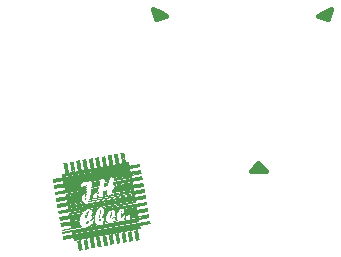
<source format=gto>
G75*
%MOIN*%
%OFA0B0*%
%FSLAX25Y25*%
%IPPOS*%
%LPD*%
%AMOC8*
5,1,8,0,0,1.08239X$1,22.5*
%
%ADD10C,0.01600*%
%ADD11R,0.01300X0.00100*%
%ADD12R,0.01200X0.00100*%
%ADD13R,0.22700X0.00100*%
%ADD14R,0.29600X0.00100*%
%ADD15R,0.08300X0.00100*%
%ADD16R,0.11100X0.00100*%
%ADD17R,0.09300X0.00100*%
%ADD18R,0.07700X0.00100*%
%ADD19R,0.03300X0.00100*%
%ADD20R,0.02700X0.00100*%
%ADD21R,0.02500X0.00100*%
%ADD22R,0.07000X0.00100*%
%ADD23R,0.07400X0.00100*%
%ADD24R,0.02800X0.00100*%
%ADD25R,0.02400X0.00100*%
%ADD26R,0.02100X0.00100*%
%ADD27R,0.01000X0.00100*%
%ADD28R,0.06800X0.00100*%
%ADD29R,0.07300X0.00100*%
%ADD30R,0.02300X0.00100*%
%ADD31R,0.01900X0.00100*%
%ADD32R,0.01800X0.00100*%
%ADD33R,0.00700X0.00100*%
%ADD34R,0.06600X0.00100*%
%ADD35R,0.07100X0.00100*%
%ADD36R,0.01700X0.00100*%
%ADD37R,0.01600X0.00100*%
%ADD38R,0.00600X0.00100*%
%ADD39R,0.06900X0.00100*%
%ADD40R,0.01500X0.00100*%
%ADD41R,0.06500X0.00100*%
%ADD42R,0.03500X0.00100*%
%ADD43R,0.01400X0.00100*%
%ADD44R,0.01100X0.00100*%
%ADD45R,0.00500X0.00100*%
%ADD46R,0.03000X0.00100*%
%ADD47R,0.03400X0.00100*%
%ADD48R,0.00900X0.00100*%
%ADD49R,0.00400X0.00100*%
%ADD50R,0.00800X0.00100*%
%ADD51R,0.02900X0.00100*%
%ADD52R,0.03200X0.00100*%
%ADD53R,0.03100X0.00100*%
%ADD54R,0.00200X0.00100*%
%ADD55R,0.00300X0.00100*%
%ADD56R,0.06400X0.00100*%
%ADD57R,0.07900X0.00100*%
%ADD58R,0.08000X0.00100*%
%ADD59R,0.02200X0.00100*%
%ADD60R,0.00100X0.00100*%
%ADD61R,0.09200X0.00100*%
%ADD62R,0.08500X0.00100*%
%ADD63R,0.08400X0.00100*%
%ADD64R,0.08200X0.00100*%
%ADD65R,0.08100X0.00100*%
%ADD66R,0.04500X0.00100*%
%ADD67R,0.04400X0.00100*%
%ADD68R,0.04300X0.00100*%
%ADD69R,0.07800X0.00100*%
%ADD70R,0.02000X0.00100*%
%ADD71R,0.07200X0.00100*%
%ADD72R,0.02600X0.00100*%
%ADD73R,0.14600X0.00100*%
%ADD74R,0.07500X0.00100*%
%ADD75R,0.07600X0.00100*%
%ADD76R,0.04700X0.00100*%
%ADD77R,0.04900X0.00100*%
%ADD78R,0.05000X0.00100*%
%ADD79R,0.05100X0.00100*%
%ADD80R,0.11200X0.00100*%
%ADD81R,0.05300X0.00100*%
%ADD82R,0.05500X0.00100*%
%ADD83R,0.11300X0.00100*%
%ADD84R,0.05700X0.00100*%
%ADD85R,0.11400X0.00100*%
%ADD86R,0.05900X0.00100*%
%ADD87R,0.11500X0.00100*%
%ADD88R,0.06300X0.00100*%
%ADD89R,0.03800X0.00100*%
%ADD90R,0.11700X0.00100*%
%ADD91R,0.16100X0.00100*%
%ADD92R,0.19500X0.00100*%
%ADD93R,0.09100X0.00100*%
%ADD94R,0.19300X0.00100*%
%ADD95R,0.09000X0.00100*%
%ADD96R,0.19200X0.00100*%
%ADD97R,0.08900X0.00100*%
%ADD98R,0.19100X0.00100*%
%ADD99R,0.08800X0.00100*%
%ADD100R,0.19000X0.00100*%
%ADD101R,0.08700X0.00100*%
%ADD102R,0.18900X0.00100*%
%ADD103R,0.18800X0.00100*%
%ADD104R,0.08600X0.00100*%
%ADD105R,0.18700X0.00100*%
%ADD106R,0.18600X0.00100*%
%ADD107R,0.11800X0.00100*%
%ADD108R,0.05200X0.00100*%
%ADD109R,0.10800X0.00100*%
%ADD110R,0.10700X0.00100*%
%ADD111R,0.10600X0.00100*%
%ADD112R,0.10500X0.00100*%
%ADD113R,0.09500X0.00100*%
%ADD114R,0.10300X0.00100*%
%ADD115R,0.10100X0.00100*%
%ADD116R,0.10400X0.00100*%
%ADD117R,0.10000X0.00100*%
%ADD118R,0.06200X0.00100*%
%ADD119R,0.06100X0.00100*%
%ADD120R,0.09900X0.00100*%
%ADD121R,0.09800X0.00100*%
%ADD122R,0.09700X0.00100*%
%ADD123R,0.09600X0.00100*%
%ADD124R,0.05600X0.00100*%
%ADD125R,0.06000X0.00100*%
%ADD126R,0.03900X0.00100*%
D10*
X0075674Y0029556D02*
X0078174Y0032056D01*
X0078174Y0029556D01*
X0075674Y0029556D01*
X0078174Y0029556D02*
X0080674Y0029556D01*
X0078174Y0032056D01*
X0098100Y0081161D02*
X0101515Y0080246D01*
X0100265Y0082411D01*
X0102430Y0083661D01*
X0101515Y0080246D01*
X0100265Y0082411D02*
X0098100Y0081161D01*
X0047430Y0081161D02*
X0044015Y0080246D01*
X0045265Y0082411D01*
X0047430Y0081161D01*
X0045265Y0082411D02*
X0043100Y0083661D01*
X0044015Y0080246D01*
D11*
G36*
X0033519Y0035574D02*
X0032240Y0035349D01*
X0032223Y0035448D01*
X0033502Y0035673D01*
X0033519Y0035574D01*
G37*
G36*
X0033537Y0035476D02*
X0032258Y0035251D01*
X0032241Y0035350D01*
X0033520Y0035575D01*
X0033537Y0035476D01*
G37*
G36*
X0033554Y0035377D02*
X0032275Y0035152D01*
X0032258Y0035251D01*
X0033537Y0035476D01*
X0033554Y0035377D01*
G37*
G36*
X0033571Y0035279D02*
X0032292Y0035054D01*
X0032275Y0035153D01*
X0033554Y0035378D01*
X0033571Y0035279D01*
G37*
G36*
X0033589Y0035180D02*
X0032310Y0034955D01*
X0032293Y0035054D01*
X0033572Y0035279D01*
X0033589Y0035180D01*
G37*
G36*
X0033606Y0035082D02*
X0032327Y0034857D01*
X0032310Y0034956D01*
X0033589Y0035181D01*
X0033606Y0035082D01*
G37*
G36*
X0033624Y0034984D02*
X0032345Y0034759D01*
X0032328Y0034858D01*
X0033607Y0035083D01*
X0033624Y0034984D01*
G37*
G36*
X0033641Y0034885D02*
X0032362Y0034660D01*
X0032345Y0034759D01*
X0033624Y0034984D01*
X0033641Y0034885D01*
G37*
G36*
X0033658Y0034787D02*
X0032379Y0034562D01*
X0032362Y0034661D01*
X0033641Y0034886D01*
X0033658Y0034787D01*
G37*
G36*
X0033676Y0034688D02*
X0032397Y0034463D01*
X0032380Y0034562D01*
X0033659Y0034787D01*
X0033676Y0034688D01*
G37*
G36*
X0033693Y0034590D02*
X0032414Y0034365D01*
X0032397Y0034464D01*
X0033676Y0034689D01*
X0033693Y0034590D01*
G37*
G36*
X0033710Y0034491D02*
X0032431Y0034266D01*
X0032414Y0034365D01*
X0033693Y0034590D01*
X0033710Y0034491D01*
G37*
G36*
X0033728Y0034393D02*
X0032449Y0034168D01*
X0032432Y0034267D01*
X0033711Y0034492D01*
X0033728Y0034393D01*
G37*
G36*
X0033745Y0034294D02*
X0032466Y0034069D01*
X0032449Y0034168D01*
X0033728Y0034393D01*
X0033745Y0034294D01*
G37*
G36*
X0033762Y0034196D02*
X0032483Y0033971D01*
X0032466Y0034070D01*
X0033745Y0034295D01*
X0033762Y0034196D01*
G37*
G36*
X0033780Y0034097D02*
X0032501Y0033872D01*
X0032484Y0033971D01*
X0033763Y0034196D01*
X0033780Y0034097D01*
G37*
G36*
X0033797Y0033999D02*
X0032518Y0033774D01*
X0032501Y0033873D01*
X0033780Y0034098D01*
X0033797Y0033999D01*
G37*
G36*
X0033815Y0033900D02*
X0032536Y0033675D01*
X0032519Y0033774D01*
X0033798Y0033999D01*
X0033815Y0033900D01*
G37*
G36*
X0033832Y0033802D02*
X0032553Y0033577D01*
X0032536Y0033676D01*
X0033815Y0033901D01*
X0033832Y0033802D01*
G37*
G36*
X0033849Y0033703D02*
X0032570Y0033478D01*
X0032553Y0033577D01*
X0033832Y0033802D01*
X0033849Y0033703D01*
G37*
G36*
X0033867Y0033605D02*
X0032588Y0033380D01*
X0032571Y0033479D01*
X0033850Y0033704D01*
X0033867Y0033605D01*
G37*
G36*
X0033884Y0033506D02*
X0032605Y0033281D01*
X0032588Y0033380D01*
X0033867Y0033605D01*
X0033884Y0033506D01*
G37*
G36*
X0033901Y0033408D02*
X0032622Y0033183D01*
X0032605Y0033282D01*
X0033884Y0033507D01*
X0033901Y0033408D01*
G37*
G36*
X0033919Y0033309D02*
X0032640Y0033084D01*
X0032623Y0033183D01*
X0033902Y0033408D01*
X0033919Y0033309D01*
G37*
G36*
X0033936Y0033211D02*
X0032657Y0032986D01*
X0032640Y0033085D01*
X0033919Y0033310D01*
X0033936Y0033211D01*
G37*
G36*
X0033953Y0033112D02*
X0032674Y0032887D01*
X0032657Y0032986D01*
X0033936Y0033211D01*
X0033953Y0033112D01*
G37*
G36*
X0033971Y0033014D02*
X0032692Y0032789D01*
X0032675Y0032888D01*
X0033954Y0033113D01*
X0033971Y0033014D01*
G37*
G36*
X0033988Y0032915D02*
X0032709Y0032690D01*
X0032692Y0032789D01*
X0033971Y0033014D01*
X0033988Y0032915D01*
G37*
G36*
X0034006Y0032817D02*
X0032727Y0032592D01*
X0032710Y0032691D01*
X0033989Y0032916D01*
X0034006Y0032817D01*
G37*
G36*
X0034023Y0032718D02*
X0032744Y0032493D01*
X0032727Y0032592D01*
X0034006Y0032817D01*
X0034023Y0032718D01*
G37*
G36*
X0034040Y0032620D02*
X0032761Y0032395D01*
X0032744Y0032494D01*
X0034023Y0032719D01*
X0034040Y0032620D01*
G37*
G36*
X0034058Y0032522D02*
X0032779Y0032297D01*
X0032762Y0032396D01*
X0034041Y0032621D01*
X0034058Y0032522D01*
G37*
G36*
X0034075Y0032423D02*
X0032796Y0032198D01*
X0032779Y0032297D01*
X0034058Y0032522D01*
X0034075Y0032423D01*
G37*
G36*
X0034092Y0032325D02*
X0032813Y0032100D01*
X0032796Y0032199D01*
X0034075Y0032424D01*
X0034092Y0032325D01*
G37*
G36*
X0034110Y0032226D02*
X0032831Y0032001D01*
X0032814Y0032100D01*
X0034093Y0032325D01*
X0034110Y0032226D01*
G37*
G36*
X0031943Y0031844D02*
X0030664Y0031619D01*
X0030647Y0031718D01*
X0031926Y0031943D01*
X0031943Y0031844D01*
G37*
G36*
X0031926Y0031943D02*
X0030647Y0031718D01*
X0030630Y0031817D01*
X0031909Y0032042D01*
X0031926Y0031943D01*
G37*
G36*
X0031908Y0032041D02*
X0030629Y0031816D01*
X0030612Y0031915D01*
X0031891Y0032140D01*
X0031908Y0032041D01*
G37*
G36*
X0031891Y0032139D02*
X0030612Y0031914D01*
X0030595Y0032013D01*
X0031874Y0032238D01*
X0031891Y0032139D01*
G37*
G36*
X0031874Y0032238D02*
X0030595Y0032013D01*
X0030578Y0032112D01*
X0031857Y0032337D01*
X0031874Y0032238D01*
G37*
G36*
X0031856Y0032336D02*
X0030577Y0032111D01*
X0030560Y0032210D01*
X0031839Y0032435D01*
X0031856Y0032336D01*
G37*
G36*
X0031839Y0032435D02*
X0030560Y0032210D01*
X0030543Y0032309D01*
X0031822Y0032534D01*
X0031839Y0032435D01*
G37*
G36*
X0031822Y0032533D02*
X0030543Y0032308D01*
X0030526Y0032407D01*
X0031805Y0032632D01*
X0031822Y0032533D01*
G37*
G36*
X0031804Y0032632D02*
X0030525Y0032407D01*
X0030508Y0032506D01*
X0031787Y0032731D01*
X0031804Y0032632D01*
G37*
G36*
X0031787Y0032730D02*
X0030508Y0032505D01*
X0030491Y0032604D01*
X0031770Y0032829D01*
X0031787Y0032730D01*
G37*
G36*
X0031770Y0032829D02*
X0030491Y0032604D01*
X0030474Y0032703D01*
X0031753Y0032928D01*
X0031770Y0032829D01*
G37*
G36*
X0031752Y0032927D02*
X0030473Y0032702D01*
X0030456Y0032801D01*
X0031735Y0033026D01*
X0031752Y0032927D01*
G37*
G36*
X0031735Y0033026D02*
X0030456Y0032801D01*
X0030439Y0032900D01*
X0031718Y0033125D01*
X0031735Y0033026D01*
G37*
G36*
X0031717Y0033124D02*
X0030438Y0032899D01*
X0030421Y0032998D01*
X0031700Y0033223D01*
X0031717Y0033124D01*
G37*
G36*
X0031700Y0033223D02*
X0030421Y0032998D01*
X0030404Y0033097D01*
X0031683Y0033322D01*
X0031700Y0033223D01*
G37*
G36*
X0031683Y0033321D02*
X0030404Y0033096D01*
X0030387Y0033195D01*
X0031666Y0033420D01*
X0031683Y0033321D01*
G37*
G36*
X0031665Y0033420D02*
X0030386Y0033195D01*
X0030369Y0033294D01*
X0031648Y0033519D01*
X0031665Y0033420D01*
G37*
G36*
X0031648Y0033518D02*
X0030369Y0033293D01*
X0030352Y0033392D01*
X0031631Y0033617D01*
X0031648Y0033518D01*
G37*
G36*
X0031631Y0033617D02*
X0030352Y0033392D01*
X0030335Y0033491D01*
X0031614Y0033716D01*
X0031631Y0033617D01*
G37*
G36*
X0031613Y0033715D02*
X0030334Y0033490D01*
X0030317Y0033589D01*
X0031596Y0033814D01*
X0031613Y0033715D01*
G37*
G36*
X0031596Y0033814D02*
X0030317Y0033589D01*
X0030300Y0033688D01*
X0031579Y0033913D01*
X0031596Y0033814D01*
G37*
G36*
X0031579Y0033912D02*
X0030300Y0033687D01*
X0030283Y0033786D01*
X0031562Y0034011D01*
X0031579Y0033912D01*
G37*
G36*
X0031561Y0034011D02*
X0030282Y0033786D01*
X0030265Y0033885D01*
X0031544Y0034110D01*
X0031561Y0034011D01*
G37*
G36*
X0031544Y0034109D02*
X0030265Y0033884D01*
X0030248Y0033983D01*
X0031527Y0034208D01*
X0031544Y0034109D01*
G37*
G36*
X0031526Y0034208D02*
X0030247Y0033983D01*
X0030230Y0034082D01*
X0031509Y0034307D01*
X0031526Y0034208D01*
G37*
G36*
X0031509Y0034306D02*
X0030230Y0034081D01*
X0030213Y0034180D01*
X0031492Y0034405D01*
X0031509Y0034306D01*
G37*
G36*
X0031492Y0034405D02*
X0030213Y0034180D01*
X0030196Y0034279D01*
X0031475Y0034504D01*
X0031492Y0034405D01*
G37*
G36*
X0031474Y0034503D02*
X0030195Y0034278D01*
X0030178Y0034377D01*
X0031457Y0034602D01*
X0031474Y0034503D01*
G37*
G36*
X0031457Y0034601D02*
X0030178Y0034376D01*
X0030161Y0034475D01*
X0031440Y0034700D01*
X0031457Y0034601D01*
G37*
G36*
X0031440Y0034700D02*
X0030161Y0034475D01*
X0030144Y0034574D01*
X0031423Y0034799D01*
X0031440Y0034700D01*
G37*
G36*
X0031422Y0034798D02*
X0030143Y0034573D01*
X0030126Y0034672D01*
X0031405Y0034897D01*
X0031422Y0034798D01*
G37*
G36*
X0031405Y0034897D02*
X0030126Y0034672D01*
X0030109Y0034771D01*
X0031388Y0034996D01*
X0031405Y0034897D01*
G37*
G36*
X0031388Y0034995D02*
X0030109Y0034770D01*
X0030092Y0034869D01*
X0031371Y0035094D01*
X0031388Y0034995D01*
G37*
G36*
X0031370Y0035094D02*
X0030091Y0034869D01*
X0030074Y0034968D01*
X0031353Y0035193D01*
X0031370Y0035094D01*
G37*
G36*
X0031353Y0035192D02*
X0030074Y0034967D01*
X0030057Y0035066D01*
X0031336Y0035291D01*
X0031353Y0035192D01*
G37*
G36*
X0029302Y0034729D02*
X0028023Y0034504D01*
X0028006Y0034603D01*
X0029285Y0034828D01*
X0029302Y0034729D01*
G37*
G36*
X0029319Y0034631D02*
X0028040Y0034406D01*
X0028023Y0034505D01*
X0029302Y0034730D01*
X0029319Y0034631D01*
G37*
G36*
X0029337Y0034532D02*
X0028058Y0034307D01*
X0028041Y0034406D01*
X0029320Y0034631D01*
X0029337Y0034532D01*
G37*
G36*
X0029354Y0034434D02*
X0028075Y0034209D01*
X0028058Y0034308D01*
X0029337Y0034533D01*
X0029354Y0034434D01*
G37*
G36*
X0029372Y0034335D02*
X0028093Y0034110D01*
X0028076Y0034209D01*
X0029355Y0034434D01*
X0029372Y0034335D01*
G37*
G36*
X0029389Y0034237D02*
X0028110Y0034012D01*
X0028093Y0034111D01*
X0029372Y0034336D01*
X0029389Y0034237D01*
G37*
G36*
X0029406Y0034138D02*
X0028127Y0033913D01*
X0028110Y0034012D01*
X0029389Y0034237D01*
X0029406Y0034138D01*
G37*
G36*
X0029424Y0034040D02*
X0028145Y0033815D01*
X0028128Y0033914D01*
X0029407Y0034139D01*
X0029424Y0034040D01*
G37*
G36*
X0029441Y0033941D02*
X0028162Y0033716D01*
X0028145Y0033815D01*
X0029424Y0034040D01*
X0029441Y0033941D01*
G37*
G36*
X0029458Y0033843D02*
X0028179Y0033618D01*
X0028162Y0033717D01*
X0029441Y0033942D01*
X0029458Y0033843D01*
G37*
G36*
X0029476Y0033744D02*
X0028197Y0033519D01*
X0028180Y0033618D01*
X0029459Y0033843D01*
X0029476Y0033744D01*
G37*
G36*
X0029493Y0033646D02*
X0028214Y0033421D01*
X0028197Y0033520D01*
X0029476Y0033745D01*
X0029493Y0033646D01*
G37*
G36*
X0029510Y0033547D02*
X0028231Y0033322D01*
X0028214Y0033421D01*
X0029493Y0033646D01*
X0029510Y0033547D01*
G37*
G36*
X0029528Y0033449D02*
X0028249Y0033224D01*
X0028232Y0033323D01*
X0029511Y0033548D01*
X0029528Y0033449D01*
G37*
G36*
X0029545Y0033351D02*
X0028266Y0033126D01*
X0028249Y0033225D01*
X0029528Y0033450D01*
X0029545Y0033351D01*
G37*
G36*
X0029563Y0033252D02*
X0028284Y0033027D01*
X0028267Y0033126D01*
X0029546Y0033351D01*
X0029563Y0033252D01*
G37*
G36*
X0029580Y0033154D02*
X0028301Y0032929D01*
X0028284Y0033028D01*
X0029563Y0033253D01*
X0029580Y0033154D01*
G37*
G36*
X0029597Y0033055D02*
X0028318Y0032830D01*
X0028301Y0032929D01*
X0029580Y0033154D01*
X0029597Y0033055D01*
G37*
G36*
X0029615Y0032957D02*
X0028336Y0032732D01*
X0028319Y0032831D01*
X0029598Y0033056D01*
X0029615Y0032957D01*
G37*
G36*
X0029632Y0032858D02*
X0028353Y0032633D01*
X0028336Y0032732D01*
X0029615Y0032957D01*
X0029632Y0032858D01*
G37*
G36*
X0029649Y0032760D02*
X0028370Y0032535D01*
X0028353Y0032634D01*
X0029632Y0032859D01*
X0029649Y0032760D01*
G37*
G36*
X0029667Y0032661D02*
X0028388Y0032436D01*
X0028371Y0032535D01*
X0029650Y0032760D01*
X0029667Y0032661D01*
G37*
G36*
X0029684Y0032563D02*
X0028405Y0032338D01*
X0028388Y0032437D01*
X0029667Y0032662D01*
X0029684Y0032563D01*
G37*
G36*
X0029701Y0032464D02*
X0028422Y0032239D01*
X0028405Y0032338D01*
X0029684Y0032563D01*
X0029701Y0032464D01*
G37*
G36*
X0029719Y0032366D02*
X0028440Y0032141D01*
X0028423Y0032240D01*
X0029702Y0032465D01*
X0029719Y0032366D01*
G37*
G36*
X0029736Y0032267D02*
X0028457Y0032042D01*
X0028440Y0032141D01*
X0029719Y0032366D01*
X0029736Y0032267D01*
G37*
G36*
X0029754Y0032169D02*
X0028475Y0031944D01*
X0028458Y0032043D01*
X0029737Y0032268D01*
X0029754Y0032169D01*
G37*
G36*
X0029771Y0032070D02*
X0028492Y0031845D01*
X0028475Y0031944D01*
X0029754Y0032169D01*
X0029771Y0032070D01*
G37*
G36*
X0029788Y0031972D02*
X0028509Y0031747D01*
X0028492Y0031846D01*
X0029771Y0032071D01*
X0029788Y0031972D01*
G37*
G36*
X0029806Y0031873D02*
X0028527Y0031648D01*
X0028510Y0031747D01*
X0029789Y0031972D01*
X0029806Y0031873D01*
G37*
G36*
X0029823Y0031775D02*
X0028544Y0031550D01*
X0028527Y0031649D01*
X0029806Y0031874D01*
X0029823Y0031775D01*
G37*
G36*
X0029840Y0031676D02*
X0028561Y0031451D01*
X0028544Y0031550D01*
X0029823Y0031775D01*
X0029840Y0031676D01*
G37*
G36*
X0029858Y0031578D02*
X0028579Y0031353D01*
X0028562Y0031452D01*
X0029841Y0031677D01*
X0029858Y0031578D01*
G37*
G36*
X0029875Y0031479D02*
X0028596Y0031254D01*
X0028579Y0031353D01*
X0029858Y0031578D01*
X0029875Y0031479D01*
G37*
G36*
X0029285Y0034828D02*
X0028006Y0034603D01*
X0027989Y0034702D01*
X0029268Y0034927D01*
X0029285Y0034828D01*
G37*
G36*
X0025363Y0032308D02*
X0024084Y0032083D01*
X0024067Y0032182D01*
X0025346Y0032407D01*
X0025363Y0032308D01*
G37*
G36*
X0025380Y0032210D02*
X0024101Y0031985D01*
X0024084Y0032084D01*
X0025363Y0032309D01*
X0025380Y0032210D01*
G37*
G36*
X0025397Y0032111D02*
X0024118Y0031886D01*
X0024101Y0031985D01*
X0025380Y0032210D01*
X0025397Y0032111D01*
G37*
G36*
X0025415Y0032013D02*
X0024136Y0031788D01*
X0024119Y0031887D01*
X0025398Y0032112D01*
X0025415Y0032013D01*
G37*
G36*
X0025432Y0031914D02*
X0024153Y0031689D01*
X0024136Y0031788D01*
X0025415Y0032013D01*
X0025432Y0031914D01*
G37*
G36*
X0025449Y0031816D02*
X0024170Y0031591D01*
X0024153Y0031690D01*
X0025432Y0031915D01*
X0025449Y0031816D01*
G37*
G36*
X0025467Y0031717D02*
X0024188Y0031492D01*
X0024171Y0031591D01*
X0025450Y0031816D01*
X0025467Y0031717D01*
G37*
G36*
X0025484Y0031619D02*
X0024205Y0031394D01*
X0024188Y0031493D01*
X0025467Y0031718D01*
X0025484Y0031619D01*
G37*
G36*
X0025501Y0031521D02*
X0024222Y0031296D01*
X0024205Y0031395D01*
X0025484Y0031620D01*
X0025501Y0031521D01*
G37*
G36*
X0025519Y0031422D02*
X0024240Y0031197D01*
X0024223Y0031296D01*
X0025502Y0031521D01*
X0025519Y0031422D01*
G37*
G36*
X0025536Y0031324D02*
X0024257Y0031099D01*
X0024240Y0031198D01*
X0025519Y0031423D01*
X0025536Y0031324D01*
G37*
G36*
X0025554Y0031225D02*
X0024275Y0031000D01*
X0024258Y0031099D01*
X0025537Y0031324D01*
X0025554Y0031225D01*
G37*
G36*
X0025571Y0031127D02*
X0024292Y0030902D01*
X0024275Y0031001D01*
X0025554Y0031226D01*
X0025571Y0031127D01*
G37*
G36*
X0025588Y0031028D02*
X0024309Y0030803D01*
X0024292Y0030902D01*
X0025571Y0031127D01*
X0025588Y0031028D01*
G37*
G36*
X0025606Y0030930D02*
X0024327Y0030705D01*
X0024310Y0030804D01*
X0025589Y0031029D01*
X0025606Y0030930D01*
G37*
G36*
X0025623Y0030831D02*
X0024344Y0030606D01*
X0024327Y0030705D01*
X0025606Y0030930D01*
X0025623Y0030831D01*
G37*
G36*
X0025640Y0030733D02*
X0024361Y0030508D01*
X0024344Y0030607D01*
X0025623Y0030832D01*
X0025640Y0030733D01*
G37*
G36*
X0025345Y0032407D02*
X0024066Y0032182D01*
X0024049Y0032281D01*
X0025328Y0032506D01*
X0025345Y0032407D01*
G37*
G36*
X0025328Y0032505D02*
X0024049Y0032280D01*
X0024032Y0032379D01*
X0025311Y0032604D01*
X0025328Y0032505D01*
G37*
G36*
X0025310Y0032604D02*
X0024031Y0032379D01*
X0024014Y0032478D01*
X0025293Y0032703D01*
X0025310Y0032604D01*
G37*
G36*
X0025293Y0032702D02*
X0024014Y0032477D01*
X0023997Y0032576D01*
X0025276Y0032801D01*
X0025293Y0032702D01*
G37*
G36*
X0025276Y0032801D02*
X0023997Y0032576D01*
X0023980Y0032675D01*
X0025259Y0032900D01*
X0025276Y0032801D01*
G37*
G36*
X0025258Y0032899D02*
X0023979Y0032674D01*
X0023962Y0032773D01*
X0025241Y0032998D01*
X0025258Y0032899D01*
G37*
G36*
X0025241Y0032998D02*
X0023962Y0032773D01*
X0023945Y0032872D01*
X0025224Y0033097D01*
X0025241Y0032998D01*
G37*
G36*
X0025224Y0033096D02*
X0023945Y0032871D01*
X0023928Y0032970D01*
X0025207Y0033195D01*
X0025224Y0033096D01*
G37*
G36*
X0025206Y0033195D02*
X0023927Y0032970D01*
X0023910Y0033069D01*
X0025189Y0033294D01*
X0025206Y0033195D01*
G37*
G36*
X0025189Y0033293D02*
X0023910Y0033068D01*
X0023893Y0033167D01*
X0025172Y0033392D01*
X0025189Y0033293D01*
G37*
G36*
X0025172Y0033392D02*
X0023893Y0033167D01*
X0023876Y0033266D01*
X0025155Y0033491D01*
X0025172Y0033392D01*
G37*
G36*
X0025154Y0033490D02*
X0023875Y0033265D01*
X0023858Y0033364D01*
X0025137Y0033589D01*
X0025154Y0033490D01*
G37*
G36*
X0025137Y0033589D02*
X0023858Y0033364D01*
X0023841Y0033463D01*
X0025120Y0033688D01*
X0025137Y0033589D01*
G37*
G36*
X0025119Y0033687D02*
X0023840Y0033462D01*
X0023823Y0033561D01*
X0025102Y0033786D01*
X0025119Y0033687D01*
G37*
G36*
X0025102Y0033786D02*
X0023823Y0033561D01*
X0023806Y0033660D01*
X0025085Y0033885D01*
X0025102Y0033786D01*
G37*
G36*
X0025085Y0033884D02*
X0023806Y0033659D01*
X0023789Y0033758D01*
X0025068Y0033983D01*
X0025085Y0033884D01*
G37*
G36*
X0025067Y0033983D02*
X0023788Y0033758D01*
X0023771Y0033857D01*
X0025050Y0034082D01*
X0025067Y0033983D01*
G37*
G36*
X0025050Y0034081D02*
X0023771Y0033856D01*
X0023754Y0033955D01*
X0025033Y0034180D01*
X0025050Y0034081D01*
G37*
G36*
X0022999Y0033618D02*
X0021720Y0033393D01*
X0021703Y0033492D01*
X0022982Y0033717D01*
X0022999Y0033618D01*
G37*
G36*
X0023017Y0033519D02*
X0021738Y0033294D01*
X0021721Y0033393D01*
X0023000Y0033618D01*
X0023017Y0033519D01*
G37*
G36*
X0023034Y0033421D02*
X0021755Y0033196D01*
X0021738Y0033295D01*
X0023017Y0033520D01*
X0023034Y0033421D01*
G37*
G36*
X0023051Y0033322D02*
X0021772Y0033097D01*
X0021755Y0033196D01*
X0023034Y0033421D01*
X0023051Y0033322D01*
G37*
G36*
X0023069Y0033224D02*
X0021790Y0032999D01*
X0021773Y0033098D01*
X0023052Y0033323D01*
X0023069Y0033224D01*
G37*
G36*
X0023086Y0033125D02*
X0021807Y0032900D01*
X0021790Y0032999D01*
X0023069Y0033224D01*
X0023086Y0033125D01*
G37*
G36*
X0023103Y0033027D02*
X0021824Y0032802D01*
X0021807Y0032901D01*
X0023086Y0033126D01*
X0023103Y0033027D01*
G37*
G36*
X0023121Y0032929D02*
X0021842Y0032704D01*
X0021825Y0032803D01*
X0023104Y0033028D01*
X0023121Y0032929D01*
G37*
G36*
X0023138Y0032830D02*
X0021859Y0032605D01*
X0021842Y0032704D01*
X0023121Y0032929D01*
X0023138Y0032830D01*
G37*
G36*
X0023156Y0032732D02*
X0021877Y0032507D01*
X0021860Y0032606D01*
X0023139Y0032831D01*
X0023156Y0032732D01*
G37*
G36*
X0023173Y0032633D02*
X0021894Y0032408D01*
X0021877Y0032507D01*
X0023156Y0032732D01*
X0023173Y0032633D01*
G37*
G36*
X0023190Y0032535D02*
X0021911Y0032310D01*
X0021894Y0032409D01*
X0023173Y0032634D01*
X0023190Y0032535D01*
G37*
G36*
X0023208Y0032436D02*
X0021929Y0032211D01*
X0021912Y0032310D01*
X0023191Y0032535D01*
X0023208Y0032436D01*
G37*
G36*
X0023225Y0032338D02*
X0021946Y0032113D01*
X0021929Y0032212D01*
X0023208Y0032437D01*
X0023225Y0032338D01*
G37*
G36*
X0023242Y0032239D02*
X0021963Y0032014D01*
X0021946Y0032113D01*
X0023225Y0032338D01*
X0023242Y0032239D01*
G37*
G36*
X0023260Y0032141D02*
X0021981Y0031916D01*
X0021964Y0032015D01*
X0023243Y0032240D01*
X0023260Y0032141D01*
G37*
G36*
X0023277Y0032042D02*
X0021998Y0031817D01*
X0021981Y0031916D01*
X0023260Y0032141D01*
X0023277Y0032042D01*
G37*
G36*
X0023294Y0031944D02*
X0022015Y0031719D01*
X0021998Y0031818D01*
X0023277Y0032043D01*
X0023294Y0031944D01*
G37*
G36*
X0023312Y0031845D02*
X0022033Y0031620D01*
X0022016Y0031719D01*
X0023295Y0031944D01*
X0023312Y0031845D01*
G37*
G36*
X0023329Y0031747D02*
X0022050Y0031522D01*
X0022033Y0031621D01*
X0023312Y0031846D01*
X0023329Y0031747D01*
G37*
G36*
X0023347Y0031648D02*
X0022068Y0031423D01*
X0022051Y0031522D01*
X0023330Y0031747D01*
X0023347Y0031648D01*
G37*
G36*
X0023364Y0031550D02*
X0022085Y0031325D01*
X0022068Y0031424D01*
X0023347Y0031649D01*
X0023364Y0031550D01*
G37*
G36*
X0023381Y0031451D02*
X0022102Y0031226D01*
X0022085Y0031325D01*
X0023364Y0031550D01*
X0023381Y0031451D01*
G37*
G36*
X0023399Y0031353D02*
X0022120Y0031128D01*
X0022103Y0031227D01*
X0023382Y0031452D01*
X0023399Y0031353D01*
G37*
G36*
X0023416Y0031254D02*
X0022137Y0031029D01*
X0022120Y0031128D01*
X0023399Y0031353D01*
X0023416Y0031254D01*
G37*
G36*
X0023433Y0031156D02*
X0022154Y0030931D01*
X0022137Y0031030D01*
X0023416Y0031255D01*
X0023433Y0031156D01*
G37*
G36*
X0023451Y0031057D02*
X0022172Y0030832D01*
X0022155Y0030931D01*
X0023434Y0031156D01*
X0023451Y0031057D01*
G37*
G36*
X0023468Y0030959D02*
X0022189Y0030734D01*
X0022172Y0030833D01*
X0023451Y0031058D01*
X0023468Y0030959D01*
G37*
G36*
X0023485Y0030860D02*
X0022206Y0030635D01*
X0022189Y0030734D01*
X0023468Y0030959D01*
X0023485Y0030860D01*
G37*
G36*
X0023503Y0030762D02*
X0022224Y0030537D01*
X0022207Y0030636D01*
X0023486Y0030861D01*
X0023503Y0030762D01*
G37*
G36*
X0023520Y0030663D02*
X0022241Y0030438D01*
X0022224Y0030537D01*
X0023503Y0030762D01*
X0023520Y0030663D01*
G37*
G36*
X0023538Y0030565D02*
X0022259Y0030340D01*
X0022242Y0030439D01*
X0023521Y0030664D01*
X0023538Y0030565D01*
G37*
G36*
X0023555Y0030467D02*
X0022276Y0030242D01*
X0022259Y0030341D01*
X0023538Y0030566D01*
X0023555Y0030467D01*
G37*
G36*
X0023572Y0030368D02*
X0022293Y0030143D01*
X0022276Y0030242D01*
X0023555Y0030467D01*
X0023572Y0030368D01*
G37*
G36*
X0021406Y0029986D02*
X0020127Y0029761D01*
X0020110Y0029860D01*
X0021389Y0030085D01*
X0021406Y0029986D01*
G37*
G36*
X0021388Y0030084D02*
X0020109Y0029859D01*
X0020092Y0029958D01*
X0021371Y0030183D01*
X0021388Y0030084D01*
G37*
G36*
X0021371Y0030183D02*
X0020092Y0029958D01*
X0020075Y0030057D01*
X0021354Y0030282D01*
X0021371Y0030183D01*
G37*
G36*
X0021354Y0030281D02*
X0020075Y0030056D01*
X0020058Y0030155D01*
X0021337Y0030380D01*
X0021354Y0030281D01*
G37*
G36*
X0021336Y0030380D02*
X0020057Y0030155D01*
X0020040Y0030254D01*
X0021319Y0030479D01*
X0021336Y0030380D01*
G37*
G36*
X0021319Y0030478D02*
X0020040Y0030253D01*
X0020023Y0030352D01*
X0021302Y0030577D01*
X0021319Y0030478D01*
G37*
G36*
X0021302Y0030577D02*
X0020023Y0030352D01*
X0020006Y0030451D01*
X0021285Y0030676D01*
X0021302Y0030577D01*
G37*
G36*
X0021284Y0030675D02*
X0020005Y0030450D01*
X0019988Y0030549D01*
X0021267Y0030774D01*
X0021284Y0030675D01*
G37*
G36*
X0021267Y0030774D02*
X0019988Y0030549D01*
X0019971Y0030648D01*
X0021250Y0030873D01*
X0021267Y0030774D01*
G37*
G36*
X0021249Y0030872D02*
X0019970Y0030647D01*
X0019953Y0030746D01*
X0021232Y0030971D01*
X0021249Y0030872D01*
G37*
G36*
X0021232Y0030971D02*
X0019953Y0030746D01*
X0019936Y0030845D01*
X0021215Y0031070D01*
X0021232Y0030971D01*
G37*
G36*
X0021215Y0031069D02*
X0019936Y0030844D01*
X0019919Y0030943D01*
X0021198Y0031168D01*
X0021215Y0031069D01*
G37*
G36*
X0021197Y0031168D02*
X0019918Y0030943D01*
X0019901Y0031042D01*
X0021180Y0031267D01*
X0021197Y0031168D01*
G37*
G36*
X0021180Y0031266D02*
X0019901Y0031041D01*
X0019884Y0031140D01*
X0021163Y0031365D01*
X0021180Y0031266D01*
G37*
G36*
X0021163Y0031365D02*
X0019884Y0031140D01*
X0019867Y0031239D01*
X0021146Y0031464D01*
X0021163Y0031365D01*
G37*
G36*
X0021145Y0031463D02*
X0019866Y0031238D01*
X0019849Y0031337D01*
X0021128Y0031562D01*
X0021145Y0031463D01*
G37*
G36*
X0021128Y0031562D02*
X0019849Y0031337D01*
X0019832Y0031436D01*
X0021111Y0031661D01*
X0021128Y0031562D01*
G37*
G36*
X0021111Y0031660D02*
X0019832Y0031435D01*
X0019815Y0031534D01*
X0021094Y0031759D01*
X0021111Y0031660D01*
G37*
G36*
X0021093Y0031759D02*
X0019814Y0031534D01*
X0019797Y0031633D01*
X0021076Y0031858D01*
X0021093Y0031759D01*
G37*
G36*
X0021076Y0031857D02*
X0019797Y0031632D01*
X0019780Y0031731D01*
X0021059Y0031956D01*
X0021076Y0031857D01*
G37*
G36*
X0021058Y0031956D02*
X0019779Y0031731D01*
X0019762Y0031830D01*
X0021041Y0032055D01*
X0021058Y0031956D01*
G37*
G36*
X0021041Y0032054D02*
X0019762Y0031829D01*
X0019745Y0031928D01*
X0021024Y0032153D01*
X0021041Y0032054D01*
G37*
G36*
X0021024Y0032153D02*
X0019745Y0031928D01*
X0019728Y0032027D01*
X0021007Y0032252D01*
X0021024Y0032153D01*
G37*
G36*
X0021006Y0032251D02*
X0019727Y0032026D01*
X0019710Y0032125D01*
X0020989Y0032350D01*
X0021006Y0032251D01*
G37*
G36*
X0020989Y0032350D02*
X0019710Y0032125D01*
X0019693Y0032224D01*
X0020972Y0032449D01*
X0020989Y0032350D01*
G37*
G36*
X0020972Y0032448D02*
X0019693Y0032223D01*
X0019676Y0032322D01*
X0020955Y0032547D01*
X0020972Y0032448D01*
G37*
G36*
X0020954Y0032547D02*
X0019675Y0032322D01*
X0019658Y0032421D01*
X0020937Y0032646D01*
X0020954Y0032547D01*
G37*
G36*
X0020937Y0032645D02*
X0019658Y0032420D01*
X0019641Y0032519D01*
X0020920Y0032744D01*
X0020937Y0032645D01*
G37*
G36*
X0020920Y0032743D02*
X0019641Y0032518D01*
X0019624Y0032617D01*
X0020903Y0032842D01*
X0020920Y0032743D01*
G37*
G36*
X0020902Y0032842D02*
X0019623Y0032617D01*
X0019606Y0032716D01*
X0020885Y0032941D01*
X0020902Y0032842D01*
G37*
G36*
X0020885Y0032940D02*
X0019606Y0032715D01*
X0019589Y0032814D01*
X0020868Y0033039D01*
X0020885Y0032940D01*
G37*
G36*
X0020867Y0033039D02*
X0019588Y0032814D01*
X0019571Y0032913D01*
X0020850Y0033138D01*
X0020867Y0033039D01*
G37*
G36*
X0020850Y0033137D02*
X0019571Y0032912D01*
X0019554Y0033011D01*
X0020833Y0033236D01*
X0020850Y0033137D01*
G37*
G36*
X0020833Y0033236D02*
X0019554Y0033011D01*
X0019537Y0033110D01*
X0020816Y0033335D01*
X0020833Y0033236D01*
G37*
G36*
X0020815Y0033334D02*
X0019536Y0033109D01*
X0019519Y0033208D01*
X0020798Y0033433D01*
X0020815Y0033334D01*
G37*
G36*
X0022982Y0033716D02*
X0021703Y0033491D01*
X0021686Y0033590D01*
X0022965Y0033815D01*
X0022982Y0033716D01*
G37*
G36*
X0018765Y0032871D02*
X0017486Y0032646D01*
X0017469Y0032745D01*
X0018748Y0032970D01*
X0018765Y0032871D01*
G37*
G36*
X0018782Y0032773D02*
X0017503Y0032548D01*
X0017486Y0032647D01*
X0018765Y0032872D01*
X0018782Y0032773D01*
G37*
G36*
X0018799Y0032674D02*
X0017520Y0032449D01*
X0017503Y0032548D01*
X0018782Y0032773D01*
X0018799Y0032674D01*
G37*
G36*
X0018817Y0032576D02*
X0017538Y0032351D01*
X0017521Y0032450D01*
X0018800Y0032675D01*
X0018817Y0032576D01*
G37*
G36*
X0018834Y0032477D02*
X0017555Y0032252D01*
X0017538Y0032351D01*
X0018817Y0032576D01*
X0018834Y0032477D01*
G37*
G36*
X0018851Y0032379D02*
X0017572Y0032154D01*
X0017555Y0032253D01*
X0018834Y0032478D01*
X0018851Y0032379D01*
G37*
G36*
X0018869Y0032280D02*
X0017590Y0032055D01*
X0017573Y0032154D01*
X0018852Y0032379D01*
X0018869Y0032280D01*
G37*
G36*
X0018886Y0032182D02*
X0017607Y0031957D01*
X0017590Y0032056D01*
X0018869Y0032281D01*
X0018886Y0032182D01*
G37*
G36*
X0018904Y0032083D02*
X0017625Y0031858D01*
X0017608Y0031957D01*
X0018887Y0032182D01*
X0018904Y0032083D01*
G37*
G36*
X0018921Y0031985D02*
X0017642Y0031760D01*
X0017625Y0031859D01*
X0018904Y0032084D01*
X0018921Y0031985D01*
G37*
G36*
X0018938Y0031886D02*
X0017659Y0031661D01*
X0017642Y0031760D01*
X0018921Y0031985D01*
X0018938Y0031886D01*
G37*
G36*
X0018956Y0031788D02*
X0017677Y0031563D01*
X0017660Y0031662D01*
X0018939Y0031887D01*
X0018956Y0031788D01*
G37*
G36*
X0018973Y0031689D02*
X0017694Y0031464D01*
X0017677Y0031563D01*
X0018956Y0031788D01*
X0018973Y0031689D01*
G37*
G36*
X0018990Y0031591D02*
X0017711Y0031366D01*
X0017694Y0031465D01*
X0018973Y0031690D01*
X0018990Y0031591D01*
G37*
G36*
X0019008Y0031492D02*
X0017729Y0031267D01*
X0017712Y0031366D01*
X0018991Y0031591D01*
X0019008Y0031492D01*
G37*
G36*
X0019025Y0031394D02*
X0017746Y0031169D01*
X0017729Y0031268D01*
X0019008Y0031493D01*
X0019025Y0031394D01*
G37*
G36*
X0019042Y0031296D02*
X0017763Y0031071D01*
X0017746Y0031170D01*
X0019025Y0031395D01*
X0019042Y0031296D01*
G37*
G36*
X0019060Y0031197D02*
X0017781Y0030972D01*
X0017764Y0031071D01*
X0019043Y0031296D01*
X0019060Y0031197D01*
G37*
G36*
X0019077Y0031099D02*
X0017798Y0030874D01*
X0017781Y0030973D01*
X0019060Y0031198D01*
X0019077Y0031099D01*
G37*
G36*
X0019095Y0031000D02*
X0017816Y0030775D01*
X0017799Y0030874D01*
X0019078Y0031099D01*
X0019095Y0031000D01*
G37*
G36*
X0019112Y0030902D02*
X0017833Y0030677D01*
X0017816Y0030776D01*
X0019095Y0031001D01*
X0019112Y0030902D01*
G37*
G36*
X0019129Y0030803D02*
X0017850Y0030578D01*
X0017833Y0030677D01*
X0019112Y0030902D01*
X0019129Y0030803D01*
G37*
G36*
X0019147Y0030705D02*
X0017868Y0030480D01*
X0017851Y0030579D01*
X0019130Y0030804D01*
X0019147Y0030705D01*
G37*
G36*
X0019164Y0030606D02*
X0017885Y0030381D01*
X0017868Y0030480D01*
X0019147Y0030705D01*
X0019164Y0030606D01*
G37*
G36*
X0019181Y0030508D02*
X0017902Y0030283D01*
X0017885Y0030382D01*
X0019164Y0030607D01*
X0019181Y0030508D01*
G37*
G36*
X0019199Y0030409D02*
X0017920Y0030184D01*
X0017903Y0030283D01*
X0019182Y0030508D01*
X0019199Y0030409D01*
G37*
G36*
X0019216Y0030311D02*
X0017937Y0030086D01*
X0017920Y0030185D01*
X0019199Y0030410D01*
X0019216Y0030311D01*
G37*
G36*
X0019233Y0030212D02*
X0017954Y0029987D01*
X0017937Y0030086D01*
X0019216Y0030311D01*
X0019233Y0030212D01*
G37*
G36*
X0019251Y0030114D02*
X0017972Y0029889D01*
X0017955Y0029988D01*
X0019234Y0030213D01*
X0019251Y0030114D01*
G37*
G36*
X0019268Y0030015D02*
X0017989Y0029790D01*
X0017972Y0029889D01*
X0019251Y0030114D01*
X0019268Y0030015D01*
G37*
G36*
X0019286Y0029917D02*
X0018007Y0029692D01*
X0017990Y0029791D01*
X0019269Y0030016D01*
X0019286Y0029917D01*
G37*
G36*
X0019303Y0029818D02*
X0018024Y0029593D01*
X0018007Y0029692D01*
X0019286Y0029917D01*
X0019303Y0029818D01*
G37*
G36*
X0019320Y0029720D02*
X0018041Y0029495D01*
X0018024Y0029594D01*
X0019303Y0029819D01*
X0019320Y0029720D01*
G37*
G36*
X0019338Y0029621D02*
X0018059Y0029396D01*
X0018042Y0029495D01*
X0019321Y0029720D01*
X0019338Y0029621D01*
G37*
G36*
X0018747Y0032970D02*
X0017468Y0032745D01*
X0017451Y0032844D01*
X0018730Y0033069D01*
X0018747Y0032970D01*
G37*
G36*
X0014530Y0032125D02*
X0013251Y0031900D01*
X0013234Y0031999D01*
X0014513Y0032224D01*
X0014530Y0032125D01*
G37*
G36*
X0014547Y0032026D02*
X0013268Y0031801D01*
X0013251Y0031900D01*
X0014530Y0032125D01*
X0014547Y0032026D01*
G37*
G36*
X0014565Y0031928D02*
X0013286Y0031703D01*
X0013269Y0031802D01*
X0014548Y0032027D01*
X0014565Y0031928D01*
G37*
G36*
X0014582Y0031829D02*
X0013303Y0031604D01*
X0013286Y0031703D01*
X0014565Y0031928D01*
X0014582Y0031829D01*
G37*
G36*
X0014599Y0031731D02*
X0013320Y0031506D01*
X0013303Y0031605D01*
X0014582Y0031830D01*
X0014599Y0031731D01*
G37*
G36*
X0014617Y0031632D02*
X0013338Y0031407D01*
X0013321Y0031506D01*
X0014600Y0031731D01*
X0014617Y0031632D01*
G37*
G36*
X0014634Y0031534D02*
X0013355Y0031309D01*
X0013338Y0031408D01*
X0014617Y0031633D01*
X0014634Y0031534D01*
G37*
G36*
X0014651Y0031435D02*
X0013372Y0031210D01*
X0013355Y0031309D01*
X0014634Y0031534D01*
X0014651Y0031435D01*
G37*
G36*
X0014669Y0031337D02*
X0013390Y0031112D01*
X0013373Y0031211D01*
X0014652Y0031436D01*
X0014669Y0031337D01*
G37*
G36*
X0014686Y0031238D02*
X0013407Y0031013D01*
X0013390Y0031112D01*
X0014669Y0031337D01*
X0014686Y0031238D01*
G37*
G36*
X0014704Y0031140D02*
X0013425Y0030915D01*
X0013408Y0031014D01*
X0014687Y0031239D01*
X0014704Y0031140D01*
G37*
G36*
X0014721Y0031041D02*
X0013442Y0030816D01*
X0013425Y0030915D01*
X0014704Y0031140D01*
X0014721Y0031041D01*
G37*
G36*
X0014738Y0030943D02*
X0013459Y0030718D01*
X0013442Y0030817D01*
X0014721Y0031042D01*
X0014738Y0030943D01*
G37*
G36*
X0014756Y0030844D02*
X0013477Y0030619D01*
X0013460Y0030718D01*
X0014739Y0030943D01*
X0014756Y0030844D01*
G37*
G36*
X0014773Y0030746D02*
X0013494Y0030521D01*
X0013477Y0030620D01*
X0014756Y0030845D01*
X0014773Y0030746D01*
G37*
G36*
X0014790Y0030647D02*
X0013511Y0030422D01*
X0013494Y0030521D01*
X0014773Y0030746D01*
X0014790Y0030647D01*
G37*
G36*
X0014808Y0030549D02*
X0013529Y0030324D01*
X0013512Y0030423D01*
X0014791Y0030648D01*
X0014808Y0030549D01*
G37*
G36*
X0014825Y0030450D02*
X0013546Y0030225D01*
X0013529Y0030324D01*
X0014808Y0030549D01*
X0014825Y0030450D01*
G37*
G36*
X0014843Y0030352D02*
X0013564Y0030127D01*
X0013547Y0030226D01*
X0014826Y0030451D01*
X0014843Y0030352D01*
G37*
G36*
X0014860Y0030253D02*
X0013581Y0030028D01*
X0013564Y0030127D01*
X0014843Y0030352D01*
X0014860Y0030253D01*
G37*
G36*
X0014877Y0030155D02*
X0013598Y0029930D01*
X0013581Y0030029D01*
X0014860Y0030254D01*
X0014877Y0030155D01*
G37*
G36*
X0014895Y0030056D02*
X0013616Y0029831D01*
X0013599Y0029930D01*
X0014878Y0030155D01*
X0014895Y0030056D01*
G37*
G36*
X0014912Y0029958D02*
X0013633Y0029733D01*
X0013616Y0029832D01*
X0014895Y0030057D01*
X0014912Y0029958D01*
G37*
G36*
X0014929Y0029859D02*
X0013650Y0029634D01*
X0013633Y0029733D01*
X0014912Y0029958D01*
X0014929Y0029859D01*
G37*
G36*
X0014947Y0029761D02*
X0013668Y0029536D01*
X0013651Y0029635D01*
X0014930Y0029860D01*
X0014947Y0029761D01*
G37*
G36*
X0014964Y0029662D02*
X0013685Y0029437D01*
X0013668Y0029536D01*
X0014947Y0029761D01*
X0014964Y0029662D01*
G37*
G36*
X0014981Y0029564D02*
X0013702Y0029339D01*
X0013685Y0029438D01*
X0014964Y0029663D01*
X0014981Y0029564D01*
G37*
G36*
X0014999Y0029466D02*
X0013720Y0029241D01*
X0013703Y0029340D01*
X0014982Y0029565D01*
X0014999Y0029466D01*
G37*
G36*
X0015016Y0029367D02*
X0013737Y0029142D01*
X0013720Y0029241D01*
X0014999Y0029466D01*
X0015016Y0029367D01*
G37*
G36*
X0015034Y0029269D02*
X0013755Y0029044D01*
X0013738Y0029143D01*
X0015017Y0029368D01*
X0015034Y0029269D01*
G37*
G36*
X0015051Y0029170D02*
X0013772Y0028945D01*
X0013755Y0029044D01*
X0015034Y0029269D01*
X0015051Y0029170D01*
G37*
G36*
X0015068Y0029072D02*
X0013789Y0028847D01*
X0013772Y0028946D01*
X0015051Y0029171D01*
X0015068Y0029072D01*
G37*
G36*
X0015086Y0028973D02*
X0013807Y0028748D01*
X0013790Y0028847D01*
X0015069Y0029072D01*
X0015086Y0028973D01*
G37*
G36*
X0015103Y0028875D02*
X0013824Y0028650D01*
X0013807Y0028749D01*
X0015086Y0028974D01*
X0015103Y0028875D01*
G37*
G36*
X0014513Y0032223D02*
X0013234Y0031998D01*
X0013217Y0032097D01*
X0014496Y0032322D01*
X0014513Y0032223D01*
G37*
G36*
X0028223Y0025299D02*
X0026944Y0025074D01*
X0026927Y0025173D01*
X0028206Y0025398D01*
X0028223Y0025299D01*
G37*
G36*
X0028270Y0025611D02*
X0026991Y0025386D01*
X0026974Y0025485D01*
X0028253Y0025710D01*
X0028270Y0025611D01*
G37*
G36*
X0028316Y0025924D02*
X0027037Y0025699D01*
X0027020Y0025798D01*
X0028299Y0026023D01*
X0028316Y0025924D01*
G37*
G36*
X0028177Y0024986D02*
X0026898Y0024761D01*
X0026881Y0024860D01*
X0028160Y0025085D01*
X0028177Y0024986D01*
G37*
G36*
X0028130Y0024673D02*
X0026851Y0024448D01*
X0026834Y0024547D01*
X0028113Y0024772D01*
X0028130Y0024673D01*
G37*
G36*
X0027899Y0023109D02*
X0026620Y0022884D01*
X0026603Y0022983D01*
X0027882Y0023208D01*
X0027899Y0023109D01*
G37*
G36*
X0027916Y0023011D02*
X0026637Y0022786D01*
X0026620Y0022885D01*
X0027899Y0023110D01*
X0027916Y0023011D01*
G37*
G36*
X0027852Y0022796D02*
X0026573Y0022571D01*
X0026556Y0022670D01*
X0027835Y0022895D01*
X0027852Y0022796D01*
G37*
G36*
X0027870Y0022698D02*
X0026591Y0022473D01*
X0026574Y0022572D01*
X0027853Y0022797D01*
X0027870Y0022698D01*
G37*
G36*
X0027823Y0022385D02*
X0026544Y0022160D01*
X0026527Y0022259D01*
X0027806Y0022484D01*
X0027823Y0022385D01*
G37*
G36*
X0027841Y0022286D02*
X0026562Y0022061D01*
X0026545Y0022160D01*
X0027824Y0022385D01*
X0027841Y0022286D01*
G37*
G36*
X0027777Y0022072D02*
X0026498Y0021847D01*
X0026481Y0021946D01*
X0027760Y0022171D01*
X0027777Y0022072D01*
G37*
G36*
X0027794Y0021974D02*
X0026515Y0021749D01*
X0026498Y0021848D01*
X0027777Y0022073D01*
X0027794Y0021974D01*
G37*
G36*
X0023554Y0021835D02*
X0022275Y0021610D01*
X0022258Y0021709D01*
X0023537Y0021934D01*
X0023554Y0021835D01*
G37*
G36*
X0023252Y0020665D02*
X0021973Y0020440D01*
X0021956Y0020539D01*
X0023235Y0020764D01*
X0023252Y0020665D01*
G37*
G36*
X0024155Y0015544D02*
X0022876Y0015319D01*
X0022859Y0015418D01*
X0024138Y0015643D01*
X0024155Y0015544D01*
G37*
G36*
X0024092Y0015330D02*
X0022813Y0015105D01*
X0022796Y0015204D01*
X0024075Y0015429D01*
X0024092Y0015330D01*
G37*
G36*
X0023715Y0013436D02*
X0022436Y0013211D01*
X0022419Y0013310D01*
X0023698Y0013535D01*
X0023715Y0013436D01*
G37*
G36*
X0027648Y0014738D02*
X0026369Y0014513D01*
X0026352Y0014612D01*
X0027631Y0014837D01*
X0027648Y0014738D01*
G37*
G36*
X0027729Y0014854D02*
X0026450Y0014629D01*
X0026433Y0014728D01*
X0027712Y0014953D01*
X0027729Y0014854D01*
G37*
G36*
X0027793Y0015069D02*
X0026514Y0014844D01*
X0026497Y0014943D01*
X0027776Y0015168D01*
X0027793Y0015069D01*
G37*
G36*
X0031663Y0016157D02*
X0030384Y0015932D01*
X0030367Y0016031D01*
X0031646Y0016256D01*
X0031663Y0016157D01*
G37*
G36*
X0031280Y0013145D02*
X0030001Y0012920D01*
X0029984Y0013019D01*
X0031263Y0013244D01*
X0031280Y0013145D01*
G37*
G36*
X0033834Y0009026D02*
X0032555Y0008801D01*
X0032538Y0008900D01*
X0033817Y0009125D01*
X0033834Y0009026D01*
G37*
G36*
X0033852Y0008927D02*
X0032573Y0008702D01*
X0032556Y0008801D01*
X0033835Y0009026D01*
X0033852Y0008927D01*
G37*
G36*
X0033869Y0008829D02*
X0032590Y0008604D01*
X0032573Y0008703D01*
X0033852Y0008928D01*
X0033869Y0008829D01*
G37*
G36*
X0033886Y0008730D02*
X0032607Y0008505D01*
X0032590Y0008604D01*
X0033869Y0008829D01*
X0033886Y0008730D01*
G37*
G36*
X0033904Y0008632D02*
X0032625Y0008407D01*
X0032608Y0008506D01*
X0033887Y0008731D01*
X0033904Y0008632D01*
G37*
G36*
X0033921Y0008533D02*
X0032642Y0008308D01*
X0032625Y0008407D01*
X0033904Y0008632D01*
X0033921Y0008533D01*
G37*
G36*
X0033938Y0008435D02*
X0032659Y0008210D01*
X0032642Y0008309D01*
X0033921Y0008534D01*
X0033938Y0008435D01*
G37*
G36*
X0033956Y0008336D02*
X0032677Y0008111D01*
X0032660Y0008210D01*
X0033939Y0008435D01*
X0033956Y0008336D01*
G37*
G36*
X0033973Y0008238D02*
X0032694Y0008013D01*
X0032677Y0008112D01*
X0033956Y0008337D01*
X0033973Y0008238D01*
G37*
G36*
X0033991Y0008139D02*
X0032712Y0007914D01*
X0032695Y0008013D01*
X0033974Y0008238D01*
X0033991Y0008139D01*
G37*
G36*
X0034008Y0008041D02*
X0032729Y0007816D01*
X0032712Y0007915D01*
X0033991Y0008140D01*
X0034008Y0008041D01*
G37*
G36*
X0034025Y0007942D02*
X0032746Y0007717D01*
X0032729Y0007816D01*
X0034008Y0008041D01*
X0034025Y0007942D01*
G37*
G36*
X0034043Y0007844D02*
X0032764Y0007619D01*
X0032747Y0007718D01*
X0034026Y0007943D01*
X0034043Y0007844D01*
G37*
G36*
X0034060Y0007746D02*
X0032781Y0007521D01*
X0032764Y0007620D01*
X0034043Y0007845D01*
X0034060Y0007746D01*
G37*
G36*
X0034077Y0007647D02*
X0032798Y0007422D01*
X0032781Y0007521D01*
X0034060Y0007746D01*
X0034077Y0007647D01*
G37*
G36*
X0034095Y0007549D02*
X0032816Y0007324D01*
X0032799Y0007423D01*
X0034078Y0007648D01*
X0034095Y0007549D01*
G37*
G36*
X0034112Y0007450D02*
X0032833Y0007225D01*
X0032816Y0007324D01*
X0034095Y0007549D01*
X0034112Y0007450D01*
G37*
G36*
X0034129Y0007352D02*
X0032850Y0007127D01*
X0032833Y0007226D01*
X0034112Y0007451D01*
X0034129Y0007352D01*
G37*
G36*
X0034147Y0007253D02*
X0032868Y0007028D01*
X0032851Y0007127D01*
X0034130Y0007352D01*
X0034147Y0007253D01*
G37*
G36*
X0034164Y0007155D02*
X0032885Y0006930D01*
X0032868Y0007029D01*
X0034147Y0007254D01*
X0034164Y0007155D01*
G37*
G36*
X0034182Y0007056D02*
X0032903Y0006831D01*
X0032886Y0006930D01*
X0034165Y0007155D01*
X0034182Y0007056D01*
G37*
G36*
X0034199Y0006958D02*
X0032920Y0006733D01*
X0032903Y0006832D01*
X0034182Y0007057D01*
X0034199Y0006958D01*
G37*
G36*
X0034216Y0006859D02*
X0032937Y0006634D01*
X0032920Y0006733D01*
X0034199Y0006958D01*
X0034216Y0006859D01*
G37*
G36*
X0034234Y0006761D02*
X0032955Y0006536D01*
X0032938Y0006635D01*
X0034217Y0006860D01*
X0034234Y0006761D01*
G37*
G36*
X0034251Y0006662D02*
X0032972Y0006437D01*
X0032955Y0006536D01*
X0034234Y0006761D01*
X0034251Y0006662D01*
G37*
G36*
X0034268Y0006564D02*
X0032989Y0006339D01*
X0032972Y0006438D01*
X0034251Y0006663D01*
X0034268Y0006564D01*
G37*
G36*
X0034286Y0006465D02*
X0033007Y0006240D01*
X0032990Y0006339D01*
X0034269Y0006564D01*
X0034286Y0006465D01*
G37*
G36*
X0034303Y0006367D02*
X0033024Y0006142D01*
X0033007Y0006241D01*
X0034286Y0006466D01*
X0034303Y0006367D01*
G37*
G36*
X0034320Y0006268D02*
X0033041Y0006043D01*
X0033024Y0006142D01*
X0034303Y0006367D01*
X0034320Y0006268D01*
G37*
G36*
X0034338Y0006170D02*
X0033059Y0005945D01*
X0033042Y0006044D01*
X0034321Y0006269D01*
X0034338Y0006170D01*
G37*
G36*
X0034355Y0006071D02*
X0033076Y0005846D01*
X0033059Y0005945D01*
X0034338Y0006170D01*
X0034355Y0006071D01*
G37*
G36*
X0034373Y0005973D02*
X0033094Y0005748D01*
X0033077Y0005847D01*
X0034356Y0006072D01*
X0034373Y0005973D01*
G37*
G36*
X0034390Y0005874D02*
X0033111Y0005649D01*
X0033094Y0005748D01*
X0034373Y0005973D01*
X0034390Y0005874D01*
G37*
G36*
X0034407Y0005776D02*
X0033128Y0005551D01*
X0033111Y0005650D01*
X0034390Y0005875D01*
X0034407Y0005776D01*
G37*
G36*
X0036475Y0006141D02*
X0035196Y0005916D01*
X0035179Y0006015D01*
X0036458Y0006240D01*
X0036475Y0006141D01*
G37*
G36*
X0036458Y0006239D02*
X0035179Y0006014D01*
X0035162Y0006113D01*
X0036441Y0006338D01*
X0036458Y0006239D01*
G37*
G36*
X0036441Y0006338D02*
X0035162Y0006113D01*
X0035145Y0006212D01*
X0036424Y0006437D01*
X0036441Y0006338D01*
G37*
G36*
X0036423Y0006436D02*
X0035144Y0006211D01*
X0035127Y0006310D01*
X0036406Y0006535D01*
X0036423Y0006436D01*
G37*
G36*
X0036406Y0006534D02*
X0035127Y0006309D01*
X0035110Y0006408D01*
X0036389Y0006633D01*
X0036406Y0006534D01*
G37*
G36*
X0036389Y0006633D02*
X0035110Y0006408D01*
X0035093Y0006507D01*
X0036372Y0006732D01*
X0036389Y0006633D01*
G37*
G36*
X0036371Y0006731D02*
X0035092Y0006506D01*
X0035075Y0006605D01*
X0036354Y0006830D01*
X0036371Y0006731D01*
G37*
G36*
X0036354Y0006830D02*
X0035075Y0006605D01*
X0035058Y0006704D01*
X0036337Y0006929D01*
X0036354Y0006830D01*
G37*
G36*
X0036336Y0006928D02*
X0035057Y0006703D01*
X0035040Y0006802D01*
X0036319Y0007027D01*
X0036336Y0006928D01*
G37*
G36*
X0036319Y0007027D02*
X0035040Y0006802D01*
X0035023Y0006901D01*
X0036302Y0007126D01*
X0036319Y0007027D01*
G37*
G36*
X0036302Y0007125D02*
X0035023Y0006900D01*
X0035006Y0006999D01*
X0036285Y0007224D01*
X0036302Y0007125D01*
G37*
G36*
X0036284Y0007224D02*
X0035005Y0006999D01*
X0034988Y0007098D01*
X0036267Y0007323D01*
X0036284Y0007224D01*
G37*
G36*
X0036267Y0007322D02*
X0034988Y0007097D01*
X0034971Y0007196D01*
X0036250Y0007421D01*
X0036267Y0007322D01*
G37*
G36*
X0036250Y0007421D02*
X0034971Y0007196D01*
X0034954Y0007295D01*
X0036233Y0007520D01*
X0036250Y0007421D01*
G37*
G36*
X0036232Y0007519D02*
X0034953Y0007294D01*
X0034936Y0007393D01*
X0036215Y0007618D01*
X0036232Y0007519D01*
G37*
G36*
X0036215Y0007618D02*
X0034936Y0007393D01*
X0034919Y0007492D01*
X0036198Y0007717D01*
X0036215Y0007618D01*
G37*
G36*
X0036198Y0007716D02*
X0034919Y0007491D01*
X0034902Y0007590D01*
X0036181Y0007815D01*
X0036198Y0007716D01*
G37*
G36*
X0036180Y0007815D02*
X0034901Y0007590D01*
X0034884Y0007689D01*
X0036163Y0007914D01*
X0036180Y0007815D01*
G37*
G36*
X0036163Y0007913D02*
X0034884Y0007688D01*
X0034867Y0007787D01*
X0036146Y0008012D01*
X0036163Y0007913D01*
G37*
G36*
X0036145Y0008012D02*
X0034866Y0007787D01*
X0034849Y0007886D01*
X0036128Y0008111D01*
X0036145Y0008012D01*
G37*
G36*
X0036128Y0008110D02*
X0034849Y0007885D01*
X0034832Y0007984D01*
X0036111Y0008209D01*
X0036128Y0008110D01*
G37*
G36*
X0036111Y0008209D02*
X0034832Y0007984D01*
X0034815Y0008083D01*
X0036094Y0008308D01*
X0036111Y0008209D01*
G37*
G36*
X0036093Y0008307D02*
X0034814Y0008082D01*
X0034797Y0008181D01*
X0036076Y0008406D01*
X0036093Y0008307D01*
G37*
G36*
X0036076Y0008406D02*
X0034797Y0008181D01*
X0034780Y0008280D01*
X0036059Y0008505D01*
X0036076Y0008406D01*
G37*
G36*
X0036059Y0008504D02*
X0034780Y0008279D01*
X0034763Y0008378D01*
X0036042Y0008603D01*
X0036059Y0008504D01*
G37*
G36*
X0036041Y0008603D02*
X0034762Y0008378D01*
X0034745Y0008477D01*
X0036024Y0008702D01*
X0036041Y0008603D01*
G37*
G36*
X0036024Y0008701D02*
X0034745Y0008476D01*
X0034728Y0008575D01*
X0036007Y0008800D01*
X0036024Y0008701D01*
G37*
G36*
X0036007Y0008800D02*
X0034728Y0008575D01*
X0034711Y0008674D01*
X0035990Y0008899D01*
X0036007Y0008800D01*
G37*
G36*
X0035989Y0008898D02*
X0034710Y0008673D01*
X0034693Y0008772D01*
X0035972Y0008997D01*
X0035989Y0008898D01*
G37*
G36*
X0035972Y0008996D02*
X0034693Y0008771D01*
X0034676Y0008870D01*
X0035955Y0009095D01*
X0035972Y0008996D01*
G37*
G36*
X0035954Y0009095D02*
X0034675Y0008870D01*
X0034658Y0008969D01*
X0035937Y0009194D01*
X0035954Y0009095D01*
G37*
G36*
X0035937Y0009193D02*
X0034658Y0008968D01*
X0034641Y0009067D01*
X0035920Y0009292D01*
X0035937Y0009193D01*
G37*
G36*
X0035920Y0009292D02*
X0034641Y0009067D01*
X0034624Y0009166D01*
X0035903Y0009391D01*
X0035920Y0009292D01*
G37*
G36*
X0035902Y0009390D02*
X0034623Y0009165D01*
X0034606Y0009264D01*
X0035885Y0009489D01*
X0035902Y0009390D01*
G37*
G36*
X0038086Y0009674D02*
X0036807Y0009449D01*
X0036790Y0009548D01*
X0038069Y0009773D01*
X0038086Y0009674D01*
G37*
G36*
X0038104Y0009575D02*
X0036825Y0009350D01*
X0036808Y0009449D01*
X0038087Y0009674D01*
X0038104Y0009575D01*
G37*
G36*
X0038121Y0009477D02*
X0036842Y0009252D01*
X0036825Y0009351D01*
X0038104Y0009576D01*
X0038121Y0009477D01*
G37*
G36*
X0038138Y0009379D02*
X0036859Y0009154D01*
X0036842Y0009253D01*
X0038121Y0009478D01*
X0038138Y0009379D01*
G37*
G36*
X0038156Y0009280D02*
X0036877Y0009055D01*
X0036860Y0009154D01*
X0038139Y0009379D01*
X0038156Y0009280D01*
G37*
G36*
X0038173Y0009182D02*
X0036894Y0008957D01*
X0036877Y0009056D01*
X0038156Y0009281D01*
X0038173Y0009182D01*
G37*
G36*
X0038190Y0009083D02*
X0036911Y0008858D01*
X0036894Y0008957D01*
X0038173Y0009182D01*
X0038190Y0009083D01*
G37*
G36*
X0038208Y0008985D02*
X0036929Y0008760D01*
X0036912Y0008859D01*
X0038191Y0009084D01*
X0038208Y0008985D01*
G37*
G36*
X0038225Y0008886D02*
X0036946Y0008661D01*
X0036929Y0008760D01*
X0038208Y0008985D01*
X0038225Y0008886D01*
G37*
G36*
X0038243Y0008788D02*
X0036964Y0008563D01*
X0036947Y0008662D01*
X0038226Y0008887D01*
X0038243Y0008788D01*
G37*
G36*
X0038260Y0008689D02*
X0036981Y0008464D01*
X0036964Y0008563D01*
X0038243Y0008788D01*
X0038260Y0008689D01*
G37*
G36*
X0038277Y0008591D02*
X0036998Y0008366D01*
X0036981Y0008465D01*
X0038260Y0008690D01*
X0038277Y0008591D01*
G37*
G36*
X0038295Y0008492D02*
X0037016Y0008267D01*
X0036999Y0008366D01*
X0038278Y0008591D01*
X0038295Y0008492D01*
G37*
G36*
X0038312Y0008394D02*
X0037033Y0008169D01*
X0037016Y0008268D01*
X0038295Y0008493D01*
X0038312Y0008394D01*
G37*
G36*
X0038329Y0008295D02*
X0037050Y0008070D01*
X0037033Y0008169D01*
X0038312Y0008394D01*
X0038329Y0008295D01*
G37*
G36*
X0038347Y0008197D02*
X0037068Y0007972D01*
X0037051Y0008071D01*
X0038330Y0008296D01*
X0038347Y0008197D01*
G37*
G36*
X0038364Y0008098D02*
X0037085Y0007873D01*
X0037068Y0007972D01*
X0038347Y0008197D01*
X0038364Y0008098D01*
G37*
G36*
X0038382Y0008000D02*
X0037103Y0007775D01*
X0037086Y0007874D01*
X0038365Y0008099D01*
X0038382Y0008000D01*
G37*
G36*
X0038399Y0007901D02*
X0037120Y0007676D01*
X0037103Y0007775D01*
X0038382Y0008000D01*
X0038399Y0007901D01*
G37*
G36*
X0038416Y0007803D02*
X0037137Y0007578D01*
X0037120Y0007677D01*
X0038399Y0007902D01*
X0038416Y0007803D01*
G37*
G36*
X0038434Y0007704D02*
X0037155Y0007479D01*
X0037138Y0007578D01*
X0038417Y0007803D01*
X0038434Y0007704D01*
G37*
G36*
X0038451Y0007606D02*
X0037172Y0007381D01*
X0037155Y0007480D01*
X0038434Y0007705D01*
X0038451Y0007606D01*
G37*
G36*
X0038468Y0007507D02*
X0037189Y0007282D01*
X0037172Y0007381D01*
X0038451Y0007606D01*
X0038468Y0007507D01*
G37*
G36*
X0038486Y0007409D02*
X0037207Y0007184D01*
X0037190Y0007283D01*
X0038469Y0007508D01*
X0038486Y0007409D01*
G37*
G36*
X0038503Y0007310D02*
X0037224Y0007085D01*
X0037207Y0007184D01*
X0038486Y0007409D01*
X0038503Y0007310D01*
G37*
G36*
X0038520Y0007212D02*
X0037241Y0006987D01*
X0037224Y0007086D01*
X0038503Y0007311D01*
X0038520Y0007212D01*
G37*
G36*
X0038538Y0007113D02*
X0037259Y0006888D01*
X0037242Y0006987D01*
X0038521Y0007212D01*
X0038538Y0007113D01*
G37*
G36*
X0038555Y0007015D02*
X0037276Y0006790D01*
X0037259Y0006889D01*
X0038538Y0007114D01*
X0038555Y0007015D01*
G37*
G36*
X0038573Y0006917D02*
X0037294Y0006692D01*
X0037277Y0006791D01*
X0038556Y0007016D01*
X0038573Y0006917D01*
G37*
G36*
X0038590Y0006818D02*
X0037311Y0006593D01*
X0037294Y0006692D01*
X0038573Y0006917D01*
X0038590Y0006818D01*
G37*
G36*
X0038607Y0006720D02*
X0037328Y0006495D01*
X0037311Y0006594D01*
X0038590Y0006819D01*
X0038607Y0006720D01*
G37*
G36*
X0038625Y0006621D02*
X0037346Y0006396D01*
X0037329Y0006495D01*
X0038608Y0006720D01*
X0038625Y0006621D01*
G37*
G36*
X0038642Y0006523D02*
X0037363Y0006298D01*
X0037346Y0006397D01*
X0038625Y0006622D01*
X0038642Y0006523D01*
G37*
G36*
X0038069Y0009772D02*
X0036790Y0009547D01*
X0036773Y0009646D01*
X0038052Y0009871D01*
X0038069Y0009772D01*
G37*
G36*
X0029721Y0007590D02*
X0028442Y0007365D01*
X0028425Y0007464D01*
X0029704Y0007689D01*
X0029721Y0007590D01*
G37*
G36*
X0029739Y0007491D02*
X0028460Y0007266D01*
X0028443Y0007365D01*
X0029722Y0007590D01*
X0029739Y0007491D01*
G37*
G36*
X0029756Y0007393D02*
X0028477Y0007168D01*
X0028460Y0007267D01*
X0029739Y0007492D01*
X0029756Y0007393D01*
G37*
G36*
X0029773Y0007294D02*
X0028494Y0007069D01*
X0028477Y0007168D01*
X0029756Y0007393D01*
X0029773Y0007294D01*
G37*
G36*
X0029791Y0007196D02*
X0028512Y0006971D01*
X0028495Y0007070D01*
X0029774Y0007295D01*
X0029791Y0007196D01*
G37*
G36*
X0029808Y0007097D02*
X0028529Y0006872D01*
X0028512Y0006971D01*
X0029791Y0007196D01*
X0029808Y0007097D01*
G37*
G36*
X0029825Y0006999D02*
X0028546Y0006774D01*
X0028529Y0006873D01*
X0029808Y0007098D01*
X0029825Y0006999D01*
G37*
G36*
X0029843Y0006900D02*
X0028564Y0006675D01*
X0028547Y0006774D01*
X0029826Y0006999D01*
X0029843Y0006900D01*
G37*
G36*
X0029860Y0006802D02*
X0028581Y0006577D01*
X0028564Y0006676D01*
X0029843Y0006901D01*
X0029860Y0006802D01*
G37*
G36*
X0029877Y0006703D02*
X0028598Y0006478D01*
X0028581Y0006577D01*
X0029860Y0006802D01*
X0029877Y0006703D01*
G37*
G36*
X0029895Y0006605D02*
X0028616Y0006380D01*
X0028599Y0006479D01*
X0029878Y0006704D01*
X0029895Y0006605D01*
G37*
G36*
X0029912Y0006506D02*
X0028633Y0006281D01*
X0028616Y0006380D01*
X0029895Y0006605D01*
X0029912Y0006506D01*
G37*
G36*
X0029930Y0006408D02*
X0028651Y0006183D01*
X0028634Y0006282D01*
X0029913Y0006507D01*
X0029930Y0006408D01*
G37*
G36*
X0029947Y0006309D02*
X0028668Y0006084D01*
X0028651Y0006183D01*
X0029930Y0006408D01*
X0029947Y0006309D01*
G37*
G36*
X0029964Y0006211D02*
X0028685Y0005986D01*
X0028668Y0006085D01*
X0029947Y0006310D01*
X0029964Y0006211D01*
G37*
G36*
X0029982Y0006112D02*
X0028703Y0005887D01*
X0028686Y0005986D01*
X0029965Y0006211D01*
X0029982Y0006112D01*
G37*
G36*
X0029999Y0006014D02*
X0028720Y0005789D01*
X0028703Y0005888D01*
X0029982Y0006113D01*
X0029999Y0006014D01*
G37*
G36*
X0030016Y0005916D02*
X0028737Y0005691D01*
X0028720Y0005790D01*
X0029999Y0006015D01*
X0030016Y0005916D01*
G37*
G36*
X0030034Y0005817D02*
X0028755Y0005592D01*
X0028738Y0005691D01*
X0030017Y0005916D01*
X0030034Y0005817D01*
G37*
G36*
X0030051Y0005719D02*
X0028772Y0005494D01*
X0028755Y0005593D01*
X0030034Y0005818D01*
X0030051Y0005719D01*
G37*
G36*
X0030068Y0005620D02*
X0028789Y0005395D01*
X0028772Y0005494D01*
X0030051Y0005719D01*
X0030068Y0005620D01*
G37*
G36*
X0030086Y0005522D02*
X0028807Y0005297D01*
X0028790Y0005396D01*
X0030069Y0005621D01*
X0030086Y0005522D01*
G37*
G36*
X0030103Y0005423D02*
X0028824Y0005198D01*
X0028807Y0005297D01*
X0030086Y0005522D01*
X0030103Y0005423D01*
G37*
G36*
X0030121Y0005325D02*
X0028842Y0005100D01*
X0028825Y0005199D01*
X0030104Y0005424D01*
X0030121Y0005325D01*
G37*
G36*
X0030138Y0005226D02*
X0028859Y0005001D01*
X0028842Y0005100D01*
X0030121Y0005325D01*
X0030138Y0005226D01*
G37*
G36*
X0030155Y0005128D02*
X0028876Y0004903D01*
X0028859Y0005002D01*
X0030138Y0005227D01*
X0030155Y0005128D01*
G37*
G36*
X0030173Y0005029D02*
X0028894Y0004804D01*
X0028877Y0004903D01*
X0030156Y0005128D01*
X0030173Y0005029D01*
G37*
G36*
X0028105Y0004665D02*
X0026826Y0004440D01*
X0026809Y0004539D01*
X0028088Y0004764D01*
X0028105Y0004665D01*
G37*
G36*
X0028087Y0004763D02*
X0026808Y0004538D01*
X0026791Y0004637D01*
X0028070Y0004862D01*
X0028087Y0004763D01*
G37*
G36*
X0028070Y0004861D02*
X0026791Y0004636D01*
X0026774Y0004735D01*
X0028053Y0004960D01*
X0028070Y0004861D01*
G37*
G36*
X0028052Y0004960D02*
X0026773Y0004735D01*
X0026756Y0004834D01*
X0028035Y0005059D01*
X0028052Y0004960D01*
G37*
G36*
X0028035Y0005058D02*
X0026756Y0004833D01*
X0026739Y0004932D01*
X0028018Y0005157D01*
X0028035Y0005058D01*
G37*
G36*
X0028018Y0005157D02*
X0026739Y0004932D01*
X0026722Y0005031D01*
X0028001Y0005256D01*
X0028018Y0005157D01*
G37*
G36*
X0028000Y0005255D02*
X0026721Y0005030D01*
X0026704Y0005129D01*
X0027983Y0005354D01*
X0028000Y0005255D01*
G37*
G36*
X0027983Y0005354D02*
X0026704Y0005129D01*
X0026687Y0005228D01*
X0027966Y0005453D01*
X0027983Y0005354D01*
G37*
G36*
X0027966Y0005452D02*
X0026687Y0005227D01*
X0026670Y0005326D01*
X0027949Y0005551D01*
X0027966Y0005452D01*
G37*
G36*
X0027948Y0005551D02*
X0026669Y0005326D01*
X0026652Y0005425D01*
X0027931Y0005650D01*
X0027948Y0005551D01*
G37*
G36*
X0027931Y0005649D02*
X0026652Y0005424D01*
X0026635Y0005523D01*
X0027914Y0005748D01*
X0027931Y0005649D01*
G37*
G36*
X0027914Y0005748D02*
X0026635Y0005523D01*
X0026618Y0005622D01*
X0027897Y0005847D01*
X0027914Y0005748D01*
G37*
G36*
X0027896Y0005846D02*
X0026617Y0005621D01*
X0026600Y0005720D01*
X0027879Y0005945D01*
X0027896Y0005846D01*
G37*
G36*
X0027879Y0005945D02*
X0026600Y0005720D01*
X0026583Y0005819D01*
X0027862Y0006044D01*
X0027879Y0005945D01*
G37*
G36*
X0027861Y0006043D02*
X0026582Y0005818D01*
X0026565Y0005917D01*
X0027844Y0006142D01*
X0027861Y0006043D01*
G37*
G36*
X0027844Y0006142D02*
X0026565Y0005917D01*
X0026548Y0006016D01*
X0027827Y0006241D01*
X0027844Y0006142D01*
G37*
G36*
X0027827Y0006240D02*
X0026548Y0006015D01*
X0026531Y0006114D01*
X0027810Y0006339D01*
X0027827Y0006240D01*
G37*
G36*
X0027809Y0006339D02*
X0026530Y0006114D01*
X0026513Y0006213D01*
X0027792Y0006438D01*
X0027809Y0006339D01*
G37*
G36*
X0027792Y0006437D02*
X0026513Y0006212D01*
X0026496Y0006311D01*
X0027775Y0006536D01*
X0027792Y0006437D01*
G37*
G36*
X0027775Y0006536D02*
X0026496Y0006311D01*
X0026479Y0006410D01*
X0027758Y0006635D01*
X0027775Y0006536D01*
G37*
G36*
X0027757Y0006634D02*
X0026478Y0006409D01*
X0026461Y0006508D01*
X0027740Y0006733D01*
X0027757Y0006634D01*
G37*
G36*
X0027740Y0006733D02*
X0026461Y0006508D01*
X0026444Y0006607D01*
X0027723Y0006832D01*
X0027740Y0006733D01*
G37*
G36*
X0027723Y0006831D02*
X0026444Y0006606D01*
X0026427Y0006705D01*
X0027706Y0006930D01*
X0027723Y0006831D01*
G37*
G36*
X0027705Y0006930D02*
X0026426Y0006705D01*
X0026409Y0006804D01*
X0027688Y0007029D01*
X0027705Y0006930D01*
G37*
G36*
X0027688Y0007028D02*
X0026409Y0006803D01*
X0026392Y0006902D01*
X0027671Y0007127D01*
X0027688Y0007028D01*
G37*
G36*
X0027670Y0007127D02*
X0026391Y0006902D01*
X0026374Y0007001D01*
X0027653Y0007226D01*
X0027670Y0007127D01*
G37*
G36*
X0027653Y0007225D02*
X0026374Y0007000D01*
X0026357Y0007099D01*
X0027636Y0007324D01*
X0027653Y0007225D01*
G37*
G36*
X0027636Y0007324D02*
X0026357Y0007099D01*
X0026340Y0007198D01*
X0027619Y0007423D01*
X0027636Y0007324D01*
G37*
G36*
X0027618Y0007422D02*
X0026339Y0007197D01*
X0026322Y0007296D01*
X0027601Y0007521D01*
X0027618Y0007422D01*
G37*
G36*
X0027601Y0007520D02*
X0026322Y0007295D01*
X0026305Y0007394D01*
X0027584Y0007619D01*
X0027601Y0007520D01*
G37*
G36*
X0027584Y0007619D02*
X0026305Y0007394D01*
X0026288Y0007493D01*
X0027567Y0007718D01*
X0027584Y0007619D01*
G37*
G36*
X0027566Y0007717D02*
X0026287Y0007492D01*
X0026270Y0007591D01*
X0027549Y0007816D01*
X0027566Y0007717D01*
G37*
G36*
X0027549Y0007816D02*
X0026270Y0007591D01*
X0026253Y0007690D01*
X0027532Y0007915D01*
X0027549Y0007816D01*
G37*
G36*
X0027532Y0007914D02*
X0026253Y0007689D01*
X0026236Y0007788D01*
X0027515Y0008013D01*
X0027532Y0007914D01*
G37*
G36*
X0029617Y0008181D02*
X0028338Y0007956D01*
X0028321Y0008055D01*
X0029600Y0008280D01*
X0029617Y0008181D01*
G37*
G36*
X0029634Y0008082D02*
X0028355Y0007857D01*
X0028338Y0007956D01*
X0029617Y0008181D01*
X0029634Y0008082D01*
G37*
G36*
X0029652Y0007984D02*
X0028373Y0007759D01*
X0028356Y0007858D01*
X0029635Y0008083D01*
X0029652Y0007984D01*
G37*
G36*
X0029669Y0007885D02*
X0028390Y0007660D01*
X0028373Y0007759D01*
X0029652Y0007984D01*
X0029669Y0007885D01*
G37*
G36*
X0029686Y0007787D02*
X0028407Y0007562D01*
X0028390Y0007661D01*
X0029669Y0007886D01*
X0029686Y0007787D01*
G37*
G36*
X0029704Y0007688D02*
X0028425Y0007463D01*
X0028408Y0007562D01*
X0029687Y0007787D01*
X0029704Y0007688D01*
G37*
G36*
X0029600Y0008279D02*
X0028321Y0008054D01*
X0028304Y0008153D01*
X0029583Y0008378D01*
X0029600Y0008279D01*
G37*
G36*
X0025382Y0007434D02*
X0024103Y0007209D01*
X0024086Y0007308D01*
X0025365Y0007533D01*
X0025382Y0007434D01*
G37*
G36*
X0025400Y0007335D02*
X0024121Y0007110D01*
X0024104Y0007209D01*
X0025383Y0007434D01*
X0025400Y0007335D01*
G37*
G36*
X0025417Y0007237D02*
X0024138Y0007012D01*
X0024121Y0007111D01*
X0025400Y0007336D01*
X0025417Y0007237D01*
G37*
G36*
X0025434Y0007138D02*
X0024155Y0006913D01*
X0024138Y0007012D01*
X0025417Y0007237D01*
X0025434Y0007138D01*
G37*
G36*
X0025452Y0007040D02*
X0024173Y0006815D01*
X0024156Y0006914D01*
X0025435Y0007139D01*
X0025452Y0007040D01*
G37*
G36*
X0025469Y0006941D02*
X0024190Y0006716D01*
X0024173Y0006815D01*
X0025452Y0007040D01*
X0025469Y0006941D01*
G37*
G36*
X0025486Y0006843D02*
X0024207Y0006618D01*
X0024190Y0006717D01*
X0025469Y0006942D01*
X0025486Y0006843D01*
G37*
G36*
X0025504Y0006745D02*
X0024225Y0006520D01*
X0024208Y0006619D01*
X0025487Y0006844D01*
X0025504Y0006745D01*
G37*
G36*
X0025521Y0006646D02*
X0024242Y0006421D01*
X0024225Y0006520D01*
X0025504Y0006745D01*
X0025521Y0006646D01*
G37*
G36*
X0025539Y0006548D02*
X0024260Y0006323D01*
X0024243Y0006422D01*
X0025522Y0006647D01*
X0025539Y0006548D01*
G37*
G36*
X0025556Y0006449D02*
X0024277Y0006224D01*
X0024260Y0006323D01*
X0025539Y0006548D01*
X0025556Y0006449D01*
G37*
G36*
X0025573Y0006351D02*
X0024294Y0006126D01*
X0024277Y0006225D01*
X0025556Y0006450D01*
X0025573Y0006351D01*
G37*
G36*
X0025591Y0006252D02*
X0024312Y0006027D01*
X0024295Y0006126D01*
X0025574Y0006351D01*
X0025591Y0006252D01*
G37*
G36*
X0025608Y0006154D02*
X0024329Y0005929D01*
X0024312Y0006028D01*
X0025591Y0006253D01*
X0025608Y0006154D01*
G37*
G36*
X0025625Y0006055D02*
X0024346Y0005830D01*
X0024329Y0005929D01*
X0025608Y0006154D01*
X0025625Y0006055D01*
G37*
G36*
X0025643Y0005957D02*
X0024364Y0005732D01*
X0024347Y0005831D01*
X0025626Y0006056D01*
X0025643Y0005957D01*
G37*
G36*
X0025660Y0005858D02*
X0024381Y0005633D01*
X0024364Y0005732D01*
X0025643Y0005957D01*
X0025660Y0005858D01*
G37*
G36*
X0025677Y0005760D02*
X0024398Y0005535D01*
X0024381Y0005634D01*
X0025660Y0005859D01*
X0025677Y0005760D01*
G37*
G36*
X0025695Y0005661D02*
X0024416Y0005436D01*
X0024399Y0005535D01*
X0025678Y0005760D01*
X0025695Y0005661D01*
G37*
G36*
X0025712Y0005563D02*
X0024433Y0005338D01*
X0024416Y0005437D01*
X0025695Y0005662D01*
X0025712Y0005563D01*
G37*
G36*
X0025730Y0005464D02*
X0024451Y0005239D01*
X0024434Y0005338D01*
X0025713Y0005563D01*
X0025730Y0005464D01*
G37*
G36*
X0025747Y0005366D02*
X0024468Y0005141D01*
X0024451Y0005240D01*
X0025730Y0005465D01*
X0025747Y0005366D01*
G37*
G36*
X0025764Y0005267D02*
X0024485Y0005042D01*
X0024468Y0005141D01*
X0025747Y0005366D01*
X0025764Y0005267D01*
G37*
G36*
X0025782Y0005169D02*
X0024503Y0004944D01*
X0024486Y0005043D01*
X0025765Y0005268D01*
X0025782Y0005169D01*
G37*
G36*
X0025799Y0005070D02*
X0024520Y0004845D01*
X0024503Y0004944D01*
X0025782Y0005169D01*
X0025799Y0005070D01*
G37*
G36*
X0025816Y0004972D02*
X0024537Y0004747D01*
X0024520Y0004846D01*
X0025799Y0005071D01*
X0025816Y0004972D01*
G37*
G36*
X0025834Y0004873D02*
X0024555Y0004648D01*
X0024538Y0004747D01*
X0025817Y0004972D01*
X0025834Y0004873D01*
G37*
G36*
X0025851Y0004775D02*
X0024572Y0004550D01*
X0024555Y0004649D01*
X0025834Y0004874D01*
X0025851Y0004775D01*
G37*
G36*
X0025868Y0004676D02*
X0024589Y0004451D01*
X0024572Y0004550D01*
X0025851Y0004775D01*
X0025868Y0004676D01*
G37*
G36*
X0025886Y0004578D02*
X0024607Y0004353D01*
X0024590Y0004452D01*
X0025869Y0004677D01*
X0025886Y0004578D01*
G37*
G36*
X0025903Y0004479D02*
X0024624Y0004254D01*
X0024607Y0004353D01*
X0025886Y0004578D01*
X0025903Y0004479D01*
G37*
G36*
X0025921Y0004381D02*
X0024642Y0004156D01*
X0024625Y0004255D01*
X0025904Y0004480D01*
X0025921Y0004381D01*
G37*
G36*
X0025938Y0004283D02*
X0024659Y0004058D01*
X0024642Y0004157D01*
X0025921Y0004382D01*
X0025938Y0004283D01*
G37*
G36*
X0023870Y0003918D02*
X0022591Y0003693D01*
X0022574Y0003792D01*
X0023853Y0004017D01*
X0023870Y0003918D01*
G37*
G36*
X0023853Y0004016D02*
X0022574Y0003791D01*
X0022557Y0003890D01*
X0023836Y0004115D01*
X0023853Y0004016D01*
G37*
G36*
X0023835Y0004115D02*
X0022556Y0003890D01*
X0022539Y0003989D01*
X0023818Y0004214D01*
X0023835Y0004115D01*
G37*
G36*
X0023818Y0004213D02*
X0022539Y0003988D01*
X0022522Y0004087D01*
X0023801Y0004312D01*
X0023818Y0004213D01*
G37*
G36*
X0023800Y0004312D02*
X0022521Y0004087D01*
X0022504Y0004186D01*
X0023783Y0004411D01*
X0023800Y0004312D01*
G37*
G36*
X0023783Y0004410D02*
X0022504Y0004185D01*
X0022487Y0004284D01*
X0023766Y0004509D01*
X0023783Y0004410D01*
G37*
G36*
X0023766Y0004509D02*
X0022487Y0004284D01*
X0022470Y0004383D01*
X0023749Y0004608D01*
X0023766Y0004509D01*
G37*
G36*
X0023748Y0004607D02*
X0022469Y0004382D01*
X0022452Y0004481D01*
X0023731Y0004706D01*
X0023748Y0004607D01*
G37*
G36*
X0023731Y0004706D02*
X0022452Y0004481D01*
X0022435Y0004580D01*
X0023714Y0004805D01*
X0023731Y0004706D01*
G37*
G36*
X0023714Y0004804D02*
X0022435Y0004579D01*
X0022418Y0004678D01*
X0023697Y0004903D01*
X0023714Y0004804D01*
G37*
G36*
X0023696Y0004903D02*
X0022417Y0004678D01*
X0022400Y0004777D01*
X0023679Y0005002D01*
X0023696Y0004903D01*
G37*
G36*
X0023679Y0005001D02*
X0022400Y0004776D01*
X0022383Y0004875D01*
X0023662Y0005100D01*
X0023679Y0005001D01*
G37*
G36*
X0023661Y0005100D02*
X0022382Y0004875D01*
X0022365Y0004974D01*
X0023644Y0005199D01*
X0023661Y0005100D01*
G37*
G36*
X0023644Y0005198D02*
X0022365Y0004973D01*
X0022348Y0005072D01*
X0023627Y0005297D01*
X0023644Y0005198D01*
G37*
G36*
X0023627Y0005297D02*
X0022348Y0005072D01*
X0022331Y0005171D01*
X0023610Y0005396D01*
X0023627Y0005297D01*
G37*
G36*
X0023609Y0005395D02*
X0022330Y0005170D01*
X0022313Y0005269D01*
X0023592Y0005494D01*
X0023609Y0005395D01*
G37*
G36*
X0023592Y0005494D02*
X0022313Y0005269D01*
X0022296Y0005368D01*
X0023575Y0005593D01*
X0023592Y0005494D01*
G37*
G36*
X0023575Y0005592D02*
X0022296Y0005367D01*
X0022279Y0005466D01*
X0023558Y0005691D01*
X0023575Y0005592D01*
G37*
G36*
X0023557Y0005691D02*
X0022278Y0005466D01*
X0022261Y0005565D01*
X0023540Y0005790D01*
X0023557Y0005691D01*
G37*
G36*
X0023540Y0005789D02*
X0022261Y0005564D01*
X0022244Y0005663D01*
X0023523Y0005888D01*
X0023540Y0005789D01*
G37*
G36*
X0023523Y0005887D02*
X0022244Y0005662D01*
X0022227Y0005761D01*
X0023506Y0005986D01*
X0023523Y0005887D01*
G37*
G36*
X0023505Y0005986D02*
X0022226Y0005761D01*
X0022209Y0005860D01*
X0023488Y0006085D01*
X0023505Y0005986D01*
G37*
G36*
X0023488Y0006084D02*
X0022209Y0005859D01*
X0022192Y0005958D01*
X0023471Y0006183D01*
X0023488Y0006084D01*
G37*
G36*
X0023470Y0006183D02*
X0022191Y0005958D01*
X0022174Y0006057D01*
X0023453Y0006282D01*
X0023470Y0006183D01*
G37*
G36*
X0023453Y0006281D02*
X0022174Y0006056D01*
X0022157Y0006155D01*
X0023436Y0006380D01*
X0023453Y0006281D01*
G37*
G36*
X0023436Y0006380D02*
X0022157Y0006155D01*
X0022140Y0006254D01*
X0023419Y0006479D01*
X0023436Y0006380D01*
G37*
G36*
X0023418Y0006478D02*
X0022139Y0006253D01*
X0022122Y0006352D01*
X0023401Y0006577D01*
X0023418Y0006478D01*
G37*
G36*
X0023401Y0006577D02*
X0022122Y0006352D01*
X0022105Y0006451D01*
X0023384Y0006676D01*
X0023401Y0006577D01*
G37*
G36*
X0023384Y0006675D02*
X0022105Y0006450D01*
X0022088Y0006549D01*
X0023367Y0006774D01*
X0023384Y0006675D01*
G37*
G36*
X0023366Y0006774D02*
X0022087Y0006549D01*
X0022070Y0006648D01*
X0023349Y0006873D01*
X0023366Y0006774D01*
G37*
G36*
X0023349Y0006872D02*
X0022070Y0006647D01*
X0022053Y0006746D01*
X0023332Y0006971D01*
X0023349Y0006872D01*
G37*
G36*
X0023332Y0006971D02*
X0022053Y0006746D01*
X0022036Y0006845D01*
X0023315Y0007070D01*
X0023332Y0006971D01*
G37*
G36*
X0023314Y0007069D02*
X0022035Y0006844D01*
X0022018Y0006943D01*
X0023297Y0007168D01*
X0023314Y0007069D01*
G37*
G36*
X0023297Y0007168D02*
X0022018Y0006943D01*
X0022001Y0007042D01*
X0023280Y0007267D01*
X0023297Y0007168D01*
G37*
G36*
X0025365Y0007532D02*
X0024086Y0007307D01*
X0024069Y0007406D01*
X0025348Y0007631D01*
X0025365Y0007532D01*
G37*
G36*
X0019548Y0003664D02*
X0018269Y0003439D01*
X0018252Y0003538D01*
X0019531Y0003763D01*
X0019548Y0003664D01*
G37*
G36*
X0019566Y0003565D02*
X0018287Y0003340D01*
X0018270Y0003439D01*
X0019549Y0003664D01*
X0019566Y0003565D01*
G37*
G36*
X0019583Y0003467D02*
X0018304Y0003242D01*
X0018287Y0003341D01*
X0019566Y0003566D01*
X0019583Y0003467D01*
G37*
G36*
X0019600Y0003368D02*
X0018321Y0003143D01*
X0018304Y0003242D01*
X0019583Y0003467D01*
X0019600Y0003368D01*
G37*
G36*
X0019618Y0003270D02*
X0018339Y0003045D01*
X0018322Y0003144D01*
X0019601Y0003369D01*
X0019618Y0003270D01*
G37*
G36*
X0019635Y0003171D02*
X0018356Y0002946D01*
X0018339Y0003045D01*
X0019618Y0003270D01*
X0019635Y0003171D01*
G37*
G36*
X0019531Y0003762D02*
X0018252Y0003537D01*
X0018235Y0003636D01*
X0019514Y0003861D01*
X0019531Y0003762D01*
G37*
G36*
X0019514Y0003861D02*
X0018235Y0003636D01*
X0018218Y0003735D01*
X0019497Y0003960D01*
X0019514Y0003861D01*
G37*
G36*
X0019496Y0003959D02*
X0018217Y0003734D01*
X0018200Y0003833D01*
X0019479Y0004058D01*
X0019496Y0003959D01*
G37*
G36*
X0019479Y0004058D02*
X0018200Y0003833D01*
X0018183Y0003932D01*
X0019462Y0004157D01*
X0019479Y0004058D01*
G37*
G36*
X0019462Y0004156D02*
X0018183Y0003931D01*
X0018166Y0004030D01*
X0019445Y0004255D01*
X0019462Y0004156D01*
G37*
G36*
X0019444Y0004254D02*
X0018165Y0004029D01*
X0018148Y0004128D01*
X0019427Y0004353D01*
X0019444Y0004254D01*
G37*
G36*
X0019427Y0004353D02*
X0018148Y0004128D01*
X0018131Y0004227D01*
X0019410Y0004452D01*
X0019427Y0004353D01*
G37*
G36*
X0019409Y0004451D02*
X0018130Y0004226D01*
X0018113Y0004325D01*
X0019392Y0004550D01*
X0019409Y0004451D01*
G37*
G36*
X0019392Y0004550D02*
X0018113Y0004325D01*
X0018096Y0004424D01*
X0019375Y0004649D01*
X0019392Y0004550D01*
G37*
G36*
X0019375Y0004648D02*
X0018096Y0004423D01*
X0018079Y0004522D01*
X0019358Y0004747D01*
X0019375Y0004648D01*
G37*
G36*
X0019357Y0004747D02*
X0018078Y0004522D01*
X0018061Y0004621D01*
X0019340Y0004846D01*
X0019357Y0004747D01*
G37*
G36*
X0019340Y0004845D02*
X0018061Y0004620D01*
X0018044Y0004719D01*
X0019323Y0004944D01*
X0019340Y0004845D01*
G37*
G36*
X0019323Y0004944D02*
X0018044Y0004719D01*
X0018027Y0004818D01*
X0019306Y0005043D01*
X0019323Y0004944D01*
G37*
G36*
X0019305Y0005042D02*
X0018026Y0004817D01*
X0018009Y0004916D01*
X0019288Y0005141D01*
X0019305Y0005042D01*
G37*
G36*
X0019288Y0005141D02*
X0018009Y0004916D01*
X0017992Y0005015D01*
X0019271Y0005240D01*
X0019288Y0005141D01*
G37*
G36*
X0019271Y0005239D02*
X0017992Y0005014D01*
X0017975Y0005113D01*
X0019254Y0005338D01*
X0019271Y0005239D01*
G37*
G36*
X0019253Y0005338D02*
X0017974Y0005113D01*
X0017957Y0005212D01*
X0019236Y0005437D01*
X0019253Y0005338D01*
G37*
G36*
X0019236Y0005436D02*
X0017957Y0005211D01*
X0017940Y0005310D01*
X0019219Y0005535D01*
X0019236Y0005436D01*
G37*
G36*
X0019218Y0005535D02*
X0017939Y0005310D01*
X0017922Y0005409D01*
X0019201Y0005634D01*
X0019218Y0005535D01*
G37*
G36*
X0019201Y0005633D02*
X0017922Y0005408D01*
X0017905Y0005507D01*
X0019184Y0005732D01*
X0019201Y0005633D01*
G37*
G36*
X0019184Y0005732D02*
X0017905Y0005507D01*
X0017888Y0005606D01*
X0019167Y0005831D01*
X0019184Y0005732D01*
G37*
G36*
X0019166Y0005830D02*
X0017887Y0005605D01*
X0017870Y0005704D01*
X0019149Y0005929D01*
X0019166Y0005830D01*
G37*
G36*
X0019149Y0005929D02*
X0017870Y0005704D01*
X0017853Y0005803D01*
X0019132Y0006028D01*
X0019149Y0005929D01*
G37*
G36*
X0019132Y0006027D02*
X0017853Y0005802D01*
X0017836Y0005901D01*
X0019115Y0006126D01*
X0019132Y0006027D01*
G37*
G36*
X0019114Y0006126D02*
X0017835Y0005901D01*
X0017818Y0006000D01*
X0019097Y0006225D01*
X0019114Y0006126D01*
G37*
G36*
X0019097Y0006224D02*
X0017818Y0005999D01*
X0017801Y0006098D01*
X0019080Y0006323D01*
X0019097Y0006224D01*
G37*
G36*
X0019080Y0006323D02*
X0017801Y0006098D01*
X0017784Y0006197D01*
X0019063Y0006422D01*
X0019080Y0006323D01*
G37*
G36*
X0019062Y0006421D02*
X0017783Y0006196D01*
X0017766Y0006295D01*
X0019045Y0006520D01*
X0019062Y0006421D01*
G37*
D12*
G36*
X0021148Y0006687D02*
X0019967Y0006480D01*
X0019950Y0006579D01*
X0021131Y0006786D01*
X0021148Y0006687D01*
G37*
G36*
X0021165Y0006588D02*
X0019984Y0006381D01*
X0019967Y0006480D01*
X0021148Y0006687D01*
X0021165Y0006588D01*
G37*
G36*
X0021183Y0006490D02*
X0020002Y0006283D01*
X0019985Y0006382D01*
X0021166Y0006589D01*
X0021183Y0006490D01*
G37*
G36*
X0021200Y0006391D02*
X0020019Y0006184D01*
X0020002Y0006283D01*
X0021183Y0006490D01*
X0021200Y0006391D01*
G37*
G36*
X0021217Y0006293D02*
X0020036Y0006086D01*
X0020019Y0006185D01*
X0021200Y0006392D01*
X0021217Y0006293D01*
G37*
G36*
X0021235Y0006194D02*
X0020054Y0005987D01*
X0020037Y0006086D01*
X0021218Y0006293D01*
X0021235Y0006194D01*
G37*
G36*
X0021252Y0006096D02*
X0020071Y0005889D01*
X0020054Y0005988D01*
X0021235Y0006195D01*
X0021252Y0006096D01*
G37*
G36*
X0021269Y0005998D02*
X0020088Y0005791D01*
X0020071Y0005890D01*
X0021252Y0006097D01*
X0021269Y0005998D01*
G37*
G36*
X0021287Y0005899D02*
X0020106Y0005692D01*
X0020089Y0005791D01*
X0021270Y0005998D01*
X0021287Y0005899D01*
G37*
G36*
X0021304Y0005801D02*
X0020123Y0005594D01*
X0020106Y0005693D01*
X0021287Y0005900D01*
X0021304Y0005801D01*
G37*
G36*
X0021322Y0005702D02*
X0020141Y0005495D01*
X0020124Y0005594D01*
X0021305Y0005801D01*
X0021322Y0005702D01*
G37*
G36*
X0021339Y0005604D02*
X0020158Y0005397D01*
X0020141Y0005496D01*
X0021322Y0005703D01*
X0021339Y0005604D01*
G37*
G36*
X0021356Y0005505D02*
X0020175Y0005298D01*
X0020158Y0005397D01*
X0021339Y0005604D01*
X0021356Y0005505D01*
G37*
G36*
X0021374Y0005407D02*
X0020193Y0005200D01*
X0020176Y0005299D01*
X0021357Y0005506D01*
X0021374Y0005407D01*
G37*
G36*
X0021391Y0005308D02*
X0020210Y0005101D01*
X0020193Y0005200D01*
X0021374Y0005407D01*
X0021391Y0005308D01*
G37*
G36*
X0021408Y0005210D02*
X0020227Y0005003D01*
X0020210Y0005102D01*
X0021391Y0005309D01*
X0021408Y0005210D01*
G37*
G36*
X0021426Y0005111D02*
X0020245Y0004904D01*
X0020228Y0005003D01*
X0021409Y0005210D01*
X0021426Y0005111D01*
G37*
G36*
X0021443Y0005013D02*
X0020262Y0004806D01*
X0020245Y0004905D01*
X0021426Y0005112D01*
X0021443Y0005013D01*
G37*
G36*
X0021460Y0004914D02*
X0020279Y0004707D01*
X0020262Y0004806D01*
X0021443Y0005013D01*
X0021460Y0004914D01*
G37*
G36*
X0021478Y0004816D02*
X0020297Y0004609D01*
X0020280Y0004708D01*
X0021461Y0004915D01*
X0021478Y0004816D01*
G37*
G36*
X0021495Y0004717D02*
X0020314Y0004510D01*
X0020297Y0004609D01*
X0021478Y0004816D01*
X0021495Y0004717D01*
G37*
G36*
X0021513Y0004619D02*
X0020332Y0004412D01*
X0020315Y0004511D01*
X0021496Y0004718D01*
X0021513Y0004619D01*
G37*
G36*
X0021530Y0004520D02*
X0020349Y0004313D01*
X0020332Y0004412D01*
X0021513Y0004619D01*
X0021530Y0004520D01*
G37*
G36*
X0021547Y0004422D02*
X0020366Y0004215D01*
X0020349Y0004314D01*
X0021530Y0004521D01*
X0021547Y0004422D01*
G37*
G36*
X0021565Y0004323D02*
X0020384Y0004116D01*
X0020367Y0004215D01*
X0021548Y0004422D01*
X0021565Y0004323D01*
G37*
G36*
X0021582Y0004225D02*
X0020401Y0004018D01*
X0020384Y0004117D01*
X0021565Y0004324D01*
X0021582Y0004225D01*
G37*
G36*
X0021599Y0004126D02*
X0020418Y0003919D01*
X0020401Y0004018D01*
X0021582Y0004225D01*
X0021599Y0004126D01*
G37*
G36*
X0021617Y0004028D02*
X0020436Y0003821D01*
X0020419Y0003920D01*
X0021600Y0004127D01*
X0021617Y0004028D01*
G37*
G36*
X0021634Y0003929D02*
X0020453Y0003722D01*
X0020436Y0003821D01*
X0021617Y0004028D01*
X0021634Y0003929D01*
G37*
G36*
X0021651Y0003831D02*
X0020470Y0003624D01*
X0020453Y0003723D01*
X0021634Y0003930D01*
X0021651Y0003831D01*
G37*
G36*
X0021669Y0003732D02*
X0020488Y0003525D01*
X0020471Y0003624D01*
X0021652Y0003831D01*
X0021669Y0003732D01*
G37*
G36*
X0021686Y0003634D02*
X0020505Y0003427D01*
X0020488Y0003526D01*
X0021669Y0003733D01*
X0021686Y0003634D01*
G37*
G36*
X0021704Y0003536D02*
X0020523Y0003329D01*
X0020506Y0003428D01*
X0021687Y0003635D01*
X0021704Y0003536D01*
G37*
G36*
X0021130Y0006785D02*
X0019949Y0006578D01*
X0019932Y0006677D01*
X0021113Y0006884D01*
X0021130Y0006785D01*
G37*
G36*
X0023958Y0012056D02*
X0022777Y0011849D01*
X0022760Y0011948D01*
X0023941Y0012155D01*
X0023958Y0012056D01*
G37*
G36*
X0023698Y0013534D02*
X0022517Y0013327D01*
X0022500Y0013426D01*
X0023681Y0013633D01*
X0023698Y0013534D01*
G37*
G36*
X0027602Y0012699D02*
X0026421Y0012492D01*
X0026404Y0012591D01*
X0027585Y0012798D01*
X0027602Y0012699D01*
G37*
G36*
X0031599Y0015942D02*
X0030418Y0015735D01*
X0030401Y0015834D01*
X0031582Y0016041D01*
X0031599Y0015942D01*
G37*
G36*
X0031582Y0016041D02*
X0030401Y0015834D01*
X0030384Y0015933D01*
X0031565Y0016140D01*
X0031582Y0016041D01*
G37*
G36*
X0034107Y0013237D02*
X0032926Y0013030D01*
X0032909Y0013129D01*
X0034090Y0013336D01*
X0034107Y0013237D01*
G37*
G36*
X0031668Y0008643D02*
X0030487Y0008436D01*
X0030470Y0008535D01*
X0031651Y0008742D01*
X0031668Y0008643D01*
G37*
G36*
X0031685Y0008545D02*
X0030504Y0008338D01*
X0030487Y0008437D01*
X0031668Y0008644D01*
X0031685Y0008545D01*
G37*
G36*
X0031703Y0008446D02*
X0030522Y0008239D01*
X0030505Y0008338D01*
X0031686Y0008545D01*
X0031703Y0008446D01*
G37*
G36*
X0031720Y0008348D02*
X0030539Y0008141D01*
X0030522Y0008240D01*
X0031703Y0008447D01*
X0031720Y0008348D01*
G37*
G36*
X0031737Y0008249D02*
X0030556Y0008042D01*
X0030539Y0008141D01*
X0031720Y0008348D01*
X0031737Y0008249D01*
G37*
G36*
X0031755Y0008151D02*
X0030574Y0007944D01*
X0030557Y0008043D01*
X0031738Y0008250D01*
X0031755Y0008151D01*
G37*
G36*
X0031772Y0008053D02*
X0030591Y0007846D01*
X0030574Y0007945D01*
X0031755Y0008152D01*
X0031772Y0008053D01*
G37*
G36*
X0031789Y0007954D02*
X0030608Y0007747D01*
X0030591Y0007846D01*
X0031772Y0008053D01*
X0031789Y0007954D01*
G37*
G36*
X0031807Y0007856D02*
X0030626Y0007649D01*
X0030609Y0007748D01*
X0031790Y0007955D01*
X0031807Y0007856D01*
G37*
G36*
X0031824Y0007757D02*
X0030643Y0007550D01*
X0030626Y0007649D01*
X0031807Y0007856D01*
X0031824Y0007757D01*
G37*
G36*
X0031842Y0007659D02*
X0030661Y0007452D01*
X0030644Y0007551D01*
X0031825Y0007758D01*
X0031842Y0007659D01*
G37*
G36*
X0031859Y0007560D02*
X0030678Y0007353D01*
X0030661Y0007452D01*
X0031842Y0007659D01*
X0031859Y0007560D01*
G37*
G36*
X0031876Y0007462D02*
X0030695Y0007255D01*
X0030678Y0007354D01*
X0031859Y0007561D01*
X0031876Y0007462D01*
G37*
G36*
X0031894Y0007363D02*
X0030713Y0007156D01*
X0030696Y0007255D01*
X0031877Y0007462D01*
X0031894Y0007363D01*
G37*
G36*
X0031911Y0007265D02*
X0030730Y0007058D01*
X0030713Y0007157D01*
X0031894Y0007364D01*
X0031911Y0007265D01*
G37*
G36*
X0031928Y0007166D02*
X0030747Y0006959D01*
X0030730Y0007058D01*
X0031911Y0007265D01*
X0031928Y0007166D01*
G37*
G36*
X0031946Y0007068D02*
X0030765Y0006861D01*
X0030748Y0006960D01*
X0031929Y0007167D01*
X0031946Y0007068D01*
G37*
G36*
X0031963Y0006969D02*
X0030782Y0006762D01*
X0030765Y0006861D01*
X0031946Y0007068D01*
X0031963Y0006969D01*
G37*
G36*
X0031980Y0006871D02*
X0030799Y0006664D01*
X0030782Y0006763D01*
X0031963Y0006970D01*
X0031980Y0006871D01*
G37*
G36*
X0031998Y0006772D02*
X0030817Y0006565D01*
X0030800Y0006664D01*
X0031981Y0006871D01*
X0031998Y0006772D01*
G37*
G36*
X0032015Y0006674D02*
X0030834Y0006467D01*
X0030817Y0006566D01*
X0031998Y0006773D01*
X0032015Y0006674D01*
G37*
G36*
X0032033Y0006575D02*
X0030852Y0006368D01*
X0030835Y0006467D01*
X0032016Y0006674D01*
X0032033Y0006575D01*
G37*
G36*
X0032050Y0006477D02*
X0030869Y0006270D01*
X0030852Y0006369D01*
X0032033Y0006576D01*
X0032050Y0006477D01*
G37*
G36*
X0032067Y0006378D02*
X0030886Y0006171D01*
X0030869Y0006270D01*
X0032050Y0006477D01*
X0032067Y0006378D01*
G37*
G36*
X0032085Y0006280D02*
X0030904Y0006073D01*
X0030887Y0006172D01*
X0032068Y0006379D01*
X0032085Y0006280D01*
G37*
G36*
X0032102Y0006181D02*
X0030921Y0005974D01*
X0030904Y0006073D01*
X0032085Y0006280D01*
X0032102Y0006181D01*
G37*
G36*
X0032119Y0006083D02*
X0030938Y0005876D01*
X0030921Y0005975D01*
X0032102Y0006182D01*
X0032119Y0006083D01*
G37*
G36*
X0032137Y0005984D02*
X0030956Y0005777D01*
X0030939Y0005876D01*
X0032120Y0006083D01*
X0032137Y0005984D01*
G37*
G36*
X0032154Y0005886D02*
X0030973Y0005679D01*
X0030956Y0005778D01*
X0032137Y0005985D01*
X0032154Y0005886D01*
G37*
G36*
X0032172Y0005787D02*
X0030991Y0005580D01*
X0030974Y0005679D01*
X0032155Y0005886D01*
X0032172Y0005787D01*
G37*
G36*
X0032189Y0005689D02*
X0031008Y0005482D01*
X0030991Y0005581D01*
X0032172Y0005788D01*
X0032189Y0005689D01*
G37*
G36*
X0032206Y0005591D02*
X0031025Y0005384D01*
X0031008Y0005483D01*
X0032189Y0005690D01*
X0032206Y0005591D01*
G37*
G36*
X0032224Y0005492D02*
X0031043Y0005285D01*
X0031026Y0005384D01*
X0032207Y0005591D01*
X0032224Y0005492D01*
G37*
G36*
X0032241Y0005394D02*
X0031060Y0005187D01*
X0031043Y0005286D01*
X0032224Y0005493D01*
X0032241Y0005394D01*
G37*
G36*
X0023235Y0020763D02*
X0022054Y0020556D01*
X0022037Y0020655D01*
X0023218Y0020862D01*
X0023235Y0020763D01*
G37*
G36*
X0023282Y0021076D02*
X0022101Y0020869D01*
X0022084Y0020968D01*
X0023265Y0021175D01*
X0023282Y0021076D01*
G37*
G36*
X0023328Y0021389D02*
X0022147Y0021182D01*
X0022130Y0021281D01*
X0023311Y0021488D01*
X0023328Y0021389D01*
G37*
G36*
X0023473Y0021719D02*
X0022292Y0021512D01*
X0022275Y0021611D01*
X0023456Y0021818D01*
X0023473Y0021719D01*
G37*
G36*
X0023392Y0021603D02*
X0022211Y0021396D01*
X0022194Y0021495D01*
X0023375Y0021702D01*
X0023392Y0021603D01*
G37*
G36*
X0023218Y0020862D02*
X0022037Y0020655D01*
X0022020Y0020754D01*
X0023201Y0020961D01*
X0023218Y0020862D01*
G37*
G36*
X0017171Y0029239D02*
X0015990Y0029032D01*
X0015973Y0029131D01*
X0017154Y0029338D01*
X0017171Y0029239D01*
G37*
G36*
X0017154Y0029337D02*
X0015973Y0029130D01*
X0015956Y0029229D01*
X0017137Y0029436D01*
X0017154Y0029337D01*
G37*
G36*
X0017137Y0029436D02*
X0015956Y0029229D01*
X0015939Y0029328D01*
X0017120Y0029535D01*
X0017137Y0029436D01*
G37*
G36*
X0017119Y0029534D02*
X0015938Y0029327D01*
X0015921Y0029426D01*
X0017102Y0029633D01*
X0017119Y0029534D01*
G37*
G36*
X0017102Y0029633D02*
X0015921Y0029426D01*
X0015904Y0029525D01*
X0017085Y0029732D01*
X0017102Y0029633D01*
G37*
G36*
X0017084Y0029731D02*
X0015903Y0029524D01*
X0015886Y0029623D01*
X0017067Y0029830D01*
X0017084Y0029731D01*
G37*
G36*
X0017067Y0029830D02*
X0015886Y0029623D01*
X0015869Y0029722D01*
X0017050Y0029929D01*
X0017067Y0029830D01*
G37*
G36*
X0017050Y0029928D02*
X0015869Y0029721D01*
X0015852Y0029820D01*
X0017033Y0030027D01*
X0017050Y0029928D01*
G37*
G36*
X0017032Y0030027D02*
X0015851Y0029820D01*
X0015834Y0029919D01*
X0017015Y0030126D01*
X0017032Y0030027D01*
G37*
G36*
X0017015Y0030125D02*
X0015834Y0029918D01*
X0015817Y0030017D01*
X0016998Y0030224D01*
X0017015Y0030125D01*
G37*
G36*
X0016998Y0030224D02*
X0015817Y0030017D01*
X0015800Y0030116D01*
X0016981Y0030323D01*
X0016998Y0030224D01*
G37*
G36*
X0016980Y0030322D02*
X0015799Y0030115D01*
X0015782Y0030214D01*
X0016963Y0030421D01*
X0016980Y0030322D01*
G37*
G36*
X0016963Y0030421D02*
X0015782Y0030214D01*
X0015765Y0030313D01*
X0016946Y0030520D01*
X0016963Y0030421D01*
G37*
G36*
X0016946Y0030519D02*
X0015765Y0030312D01*
X0015748Y0030411D01*
X0016929Y0030618D01*
X0016946Y0030519D01*
G37*
G36*
X0016928Y0030618D02*
X0015747Y0030411D01*
X0015730Y0030510D01*
X0016911Y0030717D01*
X0016928Y0030618D01*
G37*
G36*
X0016911Y0030716D02*
X0015730Y0030509D01*
X0015713Y0030608D01*
X0016894Y0030815D01*
X0016911Y0030716D01*
G37*
G36*
X0016893Y0030815D02*
X0015712Y0030608D01*
X0015695Y0030707D01*
X0016876Y0030914D01*
X0016893Y0030815D01*
G37*
G36*
X0016876Y0030913D02*
X0015695Y0030706D01*
X0015678Y0030805D01*
X0016859Y0031012D01*
X0016876Y0030913D01*
G37*
G36*
X0016859Y0031012D02*
X0015678Y0030805D01*
X0015661Y0030904D01*
X0016842Y0031111D01*
X0016859Y0031012D01*
G37*
G36*
X0016841Y0031110D02*
X0015660Y0030903D01*
X0015643Y0031002D01*
X0016824Y0031209D01*
X0016841Y0031110D01*
G37*
G36*
X0016824Y0031209D02*
X0015643Y0031002D01*
X0015626Y0031101D01*
X0016807Y0031308D01*
X0016824Y0031209D01*
G37*
G36*
X0016807Y0031307D02*
X0015626Y0031100D01*
X0015609Y0031199D01*
X0016790Y0031406D01*
X0016807Y0031307D01*
G37*
G36*
X0016789Y0031406D02*
X0015608Y0031199D01*
X0015591Y0031298D01*
X0016772Y0031505D01*
X0016789Y0031406D01*
G37*
G36*
X0016772Y0031504D02*
X0015591Y0031297D01*
X0015574Y0031396D01*
X0016755Y0031603D01*
X0016772Y0031504D01*
G37*
G36*
X0016755Y0031603D02*
X0015574Y0031396D01*
X0015557Y0031495D01*
X0016738Y0031702D01*
X0016755Y0031603D01*
G37*
G36*
X0016737Y0031701D02*
X0015556Y0031494D01*
X0015539Y0031593D01*
X0016720Y0031800D01*
X0016737Y0031701D01*
G37*
G36*
X0016720Y0031799D02*
X0015539Y0031592D01*
X0015522Y0031691D01*
X0016703Y0031898D01*
X0016720Y0031799D01*
G37*
G36*
X0016702Y0031898D02*
X0015521Y0031691D01*
X0015504Y0031790D01*
X0016685Y0031997D01*
X0016702Y0031898D01*
G37*
G36*
X0016685Y0031996D02*
X0015504Y0031789D01*
X0015487Y0031888D01*
X0016668Y0032095D01*
X0016685Y0031996D01*
G37*
G36*
X0016668Y0032095D02*
X0015487Y0031888D01*
X0015470Y0031987D01*
X0016651Y0032194D01*
X0016668Y0032095D01*
G37*
G36*
X0016650Y0032193D02*
X0015469Y0031986D01*
X0015452Y0032085D01*
X0016633Y0032292D01*
X0016650Y0032193D01*
G37*
G36*
X0016633Y0032292D02*
X0015452Y0032085D01*
X0015435Y0032184D01*
X0016616Y0032391D01*
X0016633Y0032292D01*
G37*
G36*
X0016616Y0032390D02*
X0015435Y0032183D01*
X0015418Y0032282D01*
X0016599Y0032489D01*
X0016616Y0032390D01*
G37*
G36*
X0016598Y0032489D02*
X0015417Y0032282D01*
X0015400Y0032381D01*
X0016581Y0032588D01*
X0016598Y0032489D01*
G37*
G36*
X0016581Y0032587D02*
X0015400Y0032380D01*
X0015383Y0032479D01*
X0016564Y0032686D01*
X0016581Y0032587D01*
G37*
G36*
X0027136Y0034347D02*
X0025955Y0034140D01*
X0025938Y0034239D01*
X0027119Y0034446D01*
X0027136Y0034347D01*
G37*
G36*
X0027153Y0034248D02*
X0025972Y0034041D01*
X0025955Y0034140D01*
X0027136Y0034347D01*
X0027153Y0034248D01*
G37*
G36*
X0027170Y0034150D02*
X0025989Y0033943D01*
X0025972Y0034042D01*
X0027153Y0034249D01*
X0027170Y0034150D01*
G37*
G36*
X0027188Y0034051D02*
X0026007Y0033844D01*
X0025990Y0033943D01*
X0027171Y0034150D01*
X0027188Y0034051D01*
G37*
G36*
X0027205Y0033953D02*
X0026024Y0033746D01*
X0026007Y0033845D01*
X0027188Y0034052D01*
X0027205Y0033953D01*
G37*
G36*
X0027223Y0033854D02*
X0026042Y0033647D01*
X0026025Y0033746D01*
X0027206Y0033953D01*
X0027223Y0033854D01*
G37*
G36*
X0027240Y0033756D02*
X0026059Y0033549D01*
X0026042Y0033648D01*
X0027223Y0033855D01*
X0027240Y0033756D01*
G37*
G36*
X0027257Y0033658D02*
X0026076Y0033451D01*
X0026059Y0033550D01*
X0027240Y0033757D01*
X0027257Y0033658D01*
G37*
G36*
X0027275Y0033559D02*
X0026094Y0033352D01*
X0026077Y0033451D01*
X0027258Y0033658D01*
X0027275Y0033559D01*
G37*
G36*
X0027292Y0033461D02*
X0026111Y0033254D01*
X0026094Y0033353D01*
X0027275Y0033560D01*
X0027292Y0033461D01*
G37*
G36*
X0027309Y0033362D02*
X0026128Y0033155D01*
X0026111Y0033254D01*
X0027292Y0033461D01*
X0027309Y0033362D01*
G37*
G36*
X0027327Y0033264D02*
X0026146Y0033057D01*
X0026129Y0033156D01*
X0027310Y0033363D01*
X0027327Y0033264D01*
G37*
G36*
X0027344Y0033165D02*
X0026163Y0032958D01*
X0026146Y0033057D01*
X0027327Y0033264D01*
X0027344Y0033165D01*
G37*
G36*
X0027361Y0033067D02*
X0026180Y0032860D01*
X0026163Y0032959D01*
X0027344Y0033166D01*
X0027361Y0033067D01*
G37*
G36*
X0027379Y0032968D02*
X0026198Y0032761D01*
X0026181Y0032860D01*
X0027362Y0033067D01*
X0027379Y0032968D01*
G37*
G36*
X0027396Y0032870D02*
X0026215Y0032663D01*
X0026198Y0032762D01*
X0027379Y0032969D01*
X0027396Y0032870D01*
G37*
G36*
X0027414Y0032771D02*
X0026233Y0032564D01*
X0026216Y0032663D01*
X0027397Y0032870D01*
X0027414Y0032771D01*
G37*
G36*
X0027431Y0032673D02*
X0026250Y0032466D01*
X0026233Y0032565D01*
X0027414Y0032772D01*
X0027431Y0032673D01*
G37*
G36*
X0027448Y0032574D02*
X0026267Y0032367D01*
X0026250Y0032466D01*
X0027431Y0032673D01*
X0027448Y0032574D01*
G37*
G36*
X0027466Y0032476D02*
X0026285Y0032269D01*
X0026268Y0032368D01*
X0027449Y0032575D01*
X0027466Y0032476D01*
G37*
G36*
X0027483Y0032377D02*
X0026302Y0032170D01*
X0026285Y0032269D01*
X0027466Y0032476D01*
X0027483Y0032377D01*
G37*
G36*
X0027500Y0032279D02*
X0026319Y0032072D01*
X0026302Y0032171D01*
X0027483Y0032378D01*
X0027500Y0032279D01*
G37*
G36*
X0027518Y0032180D02*
X0026337Y0031973D01*
X0026320Y0032072D01*
X0027501Y0032279D01*
X0027518Y0032180D01*
G37*
G36*
X0027535Y0032082D02*
X0026354Y0031875D01*
X0026337Y0031974D01*
X0027518Y0032181D01*
X0027535Y0032082D01*
G37*
G36*
X0027552Y0031983D02*
X0026371Y0031776D01*
X0026354Y0031875D01*
X0027535Y0032082D01*
X0027552Y0031983D01*
G37*
G36*
X0027570Y0031885D02*
X0026389Y0031678D01*
X0026372Y0031777D01*
X0027553Y0031984D01*
X0027570Y0031885D01*
G37*
G36*
X0027587Y0031786D02*
X0026406Y0031579D01*
X0026389Y0031678D01*
X0027570Y0031885D01*
X0027587Y0031786D01*
G37*
G36*
X0027605Y0031688D02*
X0026424Y0031481D01*
X0026407Y0031580D01*
X0027588Y0031787D01*
X0027605Y0031688D01*
G37*
G36*
X0027622Y0031589D02*
X0026441Y0031382D01*
X0026424Y0031481D01*
X0027605Y0031688D01*
X0027622Y0031589D01*
G37*
G36*
X0027639Y0031491D02*
X0026458Y0031284D01*
X0026441Y0031383D01*
X0027622Y0031590D01*
X0027639Y0031491D01*
G37*
G36*
X0027657Y0031392D02*
X0026476Y0031185D01*
X0026459Y0031284D01*
X0027640Y0031491D01*
X0027657Y0031392D01*
G37*
G36*
X0027674Y0031294D02*
X0026493Y0031087D01*
X0026476Y0031186D01*
X0027657Y0031393D01*
X0027674Y0031294D01*
G37*
G36*
X0027691Y0031196D02*
X0026510Y0030989D01*
X0026493Y0031088D01*
X0027674Y0031295D01*
X0027691Y0031196D01*
G37*
G36*
X0027709Y0031097D02*
X0026528Y0030890D01*
X0026511Y0030989D01*
X0027692Y0031196D01*
X0027709Y0031097D01*
G37*
G36*
X0027118Y0034445D02*
X0025937Y0034238D01*
X0025920Y0034337D01*
X0027101Y0034544D01*
X0027118Y0034445D01*
G37*
D13*
G36*
X0035112Y0032301D02*
X0012758Y0028360D01*
X0012740Y0028459D01*
X0035094Y0032400D01*
X0035112Y0032301D01*
G37*
G36*
X0035130Y0032203D02*
X0012776Y0028262D01*
X0012758Y0028361D01*
X0035112Y0032302D01*
X0035130Y0032203D01*
G37*
G36*
X0035147Y0032104D02*
X0012793Y0028163D01*
X0012775Y0028262D01*
X0035129Y0032203D01*
X0035147Y0032104D01*
G37*
G36*
X0035165Y0032006D02*
X0012811Y0028065D01*
X0012793Y0028164D01*
X0035147Y0032105D01*
X0035165Y0032006D01*
G37*
G36*
X0035182Y0031907D02*
X0012828Y0027966D01*
X0012810Y0028065D01*
X0035164Y0032006D01*
X0035182Y0031907D01*
G37*
G36*
X0035199Y0031809D02*
X0012845Y0027868D01*
X0012827Y0027967D01*
X0035181Y0031908D01*
X0035199Y0031809D01*
G37*
G36*
X0035217Y0031710D02*
X0012863Y0027769D01*
X0012845Y0027868D01*
X0035199Y0031809D01*
X0035217Y0031710D01*
G37*
G36*
X0035234Y0031612D02*
X0012880Y0027671D01*
X0012862Y0027770D01*
X0035216Y0031711D01*
X0035234Y0031612D01*
G37*
G36*
X0035251Y0031513D02*
X0012897Y0027572D01*
X0012879Y0027671D01*
X0035233Y0031612D01*
X0035251Y0031513D01*
G37*
G36*
X0035269Y0031415D02*
X0012915Y0027474D01*
X0012897Y0027573D01*
X0035251Y0031514D01*
X0035269Y0031415D01*
G37*
G36*
X0035286Y0031316D02*
X0012932Y0027375D01*
X0012914Y0027474D01*
X0035268Y0031415D01*
X0035286Y0031316D01*
G37*
G36*
X0035512Y0030036D02*
X0013158Y0026095D01*
X0013140Y0026194D01*
X0035494Y0030135D01*
X0035512Y0030036D01*
G37*
G36*
X0035529Y0029938D02*
X0013175Y0025997D01*
X0013157Y0026096D01*
X0035511Y0030037D01*
X0035529Y0029938D01*
G37*
G36*
X0035547Y0029839D02*
X0013193Y0025898D01*
X0013175Y0025997D01*
X0035529Y0029938D01*
X0035547Y0029839D01*
G37*
G36*
X0035564Y0029741D02*
X0013210Y0025800D01*
X0013192Y0025899D01*
X0035546Y0029840D01*
X0035564Y0029741D01*
G37*
G36*
X0035581Y0029642D02*
X0013227Y0025701D01*
X0013209Y0025800D01*
X0035563Y0029741D01*
X0035581Y0029642D01*
G37*
G36*
X0035599Y0029544D02*
X0013245Y0025603D01*
X0013227Y0025702D01*
X0035581Y0029643D01*
X0035599Y0029544D01*
G37*
G36*
X0035616Y0029445D02*
X0013262Y0025504D01*
X0013244Y0025603D01*
X0035598Y0029544D01*
X0035616Y0029445D01*
G37*
G36*
X0035633Y0029347D02*
X0013279Y0025406D01*
X0013261Y0025505D01*
X0035615Y0029446D01*
X0035633Y0029347D01*
G37*
G36*
X0035651Y0029248D02*
X0013297Y0025307D01*
X0013279Y0025406D01*
X0035633Y0029347D01*
X0035651Y0029248D01*
G37*
G36*
X0037023Y0021468D02*
X0014669Y0017527D01*
X0014651Y0017626D01*
X0037005Y0021567D01*
X0037023Y0021468D01*
G37*
G36*
X0037040Y0021370D02*
X0014686Y0017429D01*
X0014668Y0017528D01*
X0037022Y0021469D01*
X0037040Y0021370D01*
G37*
G36*
X0037057Y0021271D02*
X0014703Y0017330D01*
X0014685Y0017429D01*
X0037039Y0021370D01*
X0037057Y0021271D01*
G37*
G36*
X0037075Y0021173D02*
X0014721Y0017232D01*
X0014703Y0017331D01*
X0037057Y0021272D01*
X0037075Y0021173D01*
G37*
G36*
X0037092Y0021074D02*
X0014738Y0017133D01*
X0014720Y0017232D01*
X0037074Y0021173D01*
X0037092Y0021074D01*
G37*
G36*
X0037109Y0020976D02*
X0014755Y0017035D01*
X0014737Y0017134D01*
X0037091Y0021075D01*
X0037109Y0020976D01*
G37*
G36*
X0037127Y0020877D02*
X0014773Y0016936D01*
X0014755Y0017035D01*
X0037109Y0020976D01*
X0037127Y0020877D01*
G37*
G36*
X0037144Y0020779D02*
X0014790Y0016838D01*
X0014772Y0016937D01*
X0037126Y0020878D01*
X0037144Y0020779D01*
G37*
G36*
X0038499Y0013097D02*
X0016145Y0009156D01*
X0016127Y0009255D01*
X0038481Y0013196D01*
X0038499Y0013097D01*
G37*
G36*
X0038863Y0011029D02*
X0016509Y0007088D01*
X0016491Y0007187D01*
X0038845Y0011128D01*
X0038863Y0011029D01*
G37*
G36*
X0038881Y0010931D02*
X0016527Y0006990D01*
X0016509Y0007089D01*
X0038863Y0011030D01*
X0038881Y0010931D01*
G37*
G36*
X0038898Y0010832D02*
X0016544Y0006891D01*
X0016526Y0006990D01*
X0038880Y0010931D01*
X0038898Y0010832D01*
G37*
G36*
X0038915Y0010734D02*
X0016561Y0006793D01*
X0016543Y0006892D01*
X0038897Y0010833D01*
X0038915Y0010734D01*
G37*
G36*
X0038933Y0010635D02*
X0016579Y0006694D01*
X0016561Y0006793D01*
X0038915Y0010734D01*
X0038933Y0010635D01*
G37*
G36*
X0038950Y0010537D02*
X0016596Y0006596D01*
X0016578Y0006695D01*
X0038932Y0010636D01*
X0038950Y0010537D01*
G37*
G36*
X0038967Y0010438D02*
X0016613Y0006497D01*
X0016595Y0006596D01*
X0038949Y0010537D01*
X0038967Y0010438D01*
G37*
G36*
X0038985Y0010340D02*
X0016631Y0006399D01*
X0016613Y0006498D01*
X0038967Y0010439D01*
X0038985Y0010340D01*
G37*
G36*
X0039002Y0010241D02*
X0016648Y0006300D01*
X0016630Y0006399D01*
X0038984Y0010340D01*
X0039002Y0010241D01*
G37*
G36*
X0039020Y0010143D02*
X0016666Y0006202D01*
X0016648Y0006301D01*
X0039002Y0010242D01*
X0039020Y0010143D01*
G37*
G36*
X0039037Y0010045D02*
X0016683Y0006104D01*
X0016665Y0006203D01*
X0039019Y0010144D01*
X0039037Y0010045D01*
G37*
G36*
X0038620Y0012408D02*
X0016266Y0008467D01*
X0016248Y0008566D01*
X0038602Y0012507D01*
X0038620Y0012408D01*
G37*
G36*
X0038603Y0012507D02*
X0016249Y0008566D01*
X0016231Y0008665D01*
X0038585Y0012606D01*
X0038603Y0012507D01*
G37*
G36*
X0038585Y0012605D02*
X0016231Y0008664D01*
X0016213Y0008763D01*
X0038567Y0012704D01*
X0038585Y0012605D01*
G37*
G36*
X0038568Y0012704D02*
X0016214Y0008763D01*
X0016196Y0008862D01*
X0038550Y0012803D01*
X0038568Y0012704D01*
G37*
G36*
X0038551Y0012802D02*
X0016197Y0008861D01*
X0016179Y0008960D01*
X0038533Y0012901D01*
X0038551Y0012802D01*
G37*
G36*
X0038533Y0012900D02*
X0016179Y0008959D01*
X0016161Y0009058D01*
X0038515Y0012999D01*
X0038533Y0012900D01*
G37*
G36*
X0038516Y0012999D02*
X0016162Y0009058D01*
X0016144Y0009157D01*
X0038498Y0013098D01*
X0038516Y0012999D01*
G37*
D14*
G36*
X0042205Y0012228D02*
X0013056Y0007089D01*
X0013039Y0007188D01*
X0042188Y0012327D01*
X0042205Y0012228D01*
G37*
G36*
X0042223Y0012129D02*
X0013074Y0006990D01*
X0013057Y0007089D01*
X0042206Y0012228D01*
X0042223Y0012129D01*
G37*
G36*
X0042240Y0012031D02*
X0013091Y0006892D01*
X0013074Y0006991D01*
X0042223Y0012130D01*
X0042240Y0012031D01*
G37*
G36*
X0042257Y0011932D02*
X0013108Y0006793D01*
X0013091Y0006892D01*
X0042240Y0012031D01*
X0042257Y0011932D01*
G37*
G36*
X0042275Y0011834D02*
X0013126Y0006695D01*
X0013109Y0006794D01*
X0042258Y0011933D01*
X0042275Y0011834D01*
G37*
G36*
X0042292Y0011736D02*
X0013143Y0006597D01*
X0013126Y0006696D01*
X0042275Y0011835D01*
X0042292Y0011736D01*
G37*
G36*
X0042188Y0012326D02*
X0013039Y0007187D01*
X0013022Y0007286D01*
X0042171Y0012425D01*
X0042188Y0012326D01*
G37*
G36*
X0042171Y0012425D02*
X0013022Y0007286D01*
X0013005Y0007385D01*
X0042154Y0012524D01*
X0042171Y0012425D01*
G37*
G36*
X0042153Y0012523D02*
X0013004Y0007384D01*
X0012987Y0007483D01*
X0042136Y0012622D01*
X0042153Y0012523D01*
G37*
G36*
X0042136Y0012622D02*
X0012987Y0007483D01*
X0012970Y0007582D01*
X0042119Y0012721D01*
X0042136Y0012622D01*
G37*
G36*
X0042119Y0012720D02*
X0012970Y0007581D01*
X0012953Y0007680D01*
X0042102Y0012819D01*
X0042119Y0012720D01*
G37*
G36*
X0042101Y0012819D02*
X0012952Y0007680D01*
X0012935Y0007779D01*
X0042084Y0012918D01*
X0042101Y0012819D01*
G37*
G36*
X0042084Y0012917D02*
X0012935Y0007778D01*
X0012918Y0007877D01*
X0042067Y0013016D01*
X0042084Y0012917D01*
G37*
G36*
X0041928Y0013804D02*
X0012779Y0008665D01*
X0012762Y0008764D01*
X0041911Y0013903D01*
X0041928Y0013804D01*
G37*
G36*
X0041910Y0013902D02*
X0012761Y0008763D01*
X0012744Y0008862D01*
X0041893Y0014001D01*
X0041910Y0013902D01*
G37*
G36*
X0041893Y0014001D02*
X0012744Y0008862D01*
X0012727Y0008961D01*
X0041876Y0014100D01*
X0041893Y0014001D01*
G37*
G36*
X0041875Y0014099D02*
X0012726Y0008960D01*
X0012709Y0009059D01*
X0041858Y0014198D01*
X0041875Y0014099D01*
G37*
G36*
X0041858Y0014198D02*
X0012709Y0009059D01*
X0012692Y0009158D01*
X0041841Y0014297D01*
X0041858Y0014198D01*
G37*
G36*
X0041841Y0014296D02*
X0012692Y0009157D01*
X0012675Y0009256D01*
X0041824Y0014395D01*
X0041841Y0014296D01*
G37*
G36*
X0041823Y0014394D02*
X0012674Y0009255D01*
X0012657Y0009354D01*
X0041806Y0014493D01*
X0041823Y0014394D01*
G37*
G36*
X0040799Y0020205D02*
X0011650Y0015066D01*
X0011633Y0015165D01*
X0040782Y0020304D01*
X0040799Y0020205D01*
G37*
G36*
X0040781Y0020303D02*
X0011632Y0015164D01*
X0011615Y0015263D01*
X0040764Y0020402D01*
X0040781Y0020303D01*
G37*
G36*
X0040764Y0020402D02*
X0011615Y0015263D01*
X0011598Y0015362D01*
X0040747Y0020501D01*
X0040764Y0020402D01*
G37*
G36*
X0040747Y0020500D02*
X0011598Y0015361D01*
X0011581Y0015460D01*
X0040730Y0020599D01*
X0040747Y0020500D01*
G37*
G36*
X0040729Y0020599D02*
X0011580Y0015460D01*
X0011563Y0015559D01*
X0040712Y0020698D01*
X0040729Y0020599D01*
G37*
G36*
X0040712Y0020697D02*
X0011563Y0015558D01*
X0011546Y0015657D01*
X0040695Y0020796D01*
X0040712Y0020697D01*
G37*
G36*
X0040695Y0020796D02*
X0011546Y0015657D01*
X0011529Y0015756D01*
X0040678Y0020895D01*
X0040695Y0020796D01*
G37*
G36*
X0040677Y0020894D02*
X0011528Y0015755D01*
X0011511Y0015854D01*
X0040660Y0020993D01*
X0040677Y0020894D01*
G37*
G36*
X0040660Y0020993D02*
X0011511Y0015854D01*
X0011494Y0015953D01*
X0040643Y0021092D01*
X0040660Y0020993D01*
G37*
G36*
X0040643Y0021091D02*
X0011494Y0015952D01*
X0011477Y0016051D01*
X0040626Y0021190D01*
X0040643Y0021091D01*
G37*
G36*
X0040625Y0021190D02*
X0011476Y0016051D01*
X0011459Y0016150D01*
X0040608Y0021289D01*
X0040625Y0021190D01*
G37*
G36*
X0040608Y0021288D02*
X0011459Y0016149D01*
X0011442Y0016248D01*
X0040591Y0021387D01*
X0040608Y0021288D01*
G37*
G36*
X0039201Y0029265D02*
X0010052Y0024126D01*
X0010035Y0024225D01*
X0039184Y0029364D01*
X0039201Y0029265D01*
G37*
G36*
X0039184Y0029364D02*
X0010035Y0024225D01*
X0010018Y0024324D01*
X0039167Y0029463D01*
X0039184Y0029364D01*
G37*
G36*
X0039167Y0029462D02*
X0010018Y0024323D01*
X0010001Y0024422D01*
X0039150Y0029561D01*
X0039167Y0029462D01*
G37*
G36*
X0039149Y0029561D02*
X0010000Y0024422D01*
X0009983Y0024521D01*
X0039132Y0029660D01*
X0039149Y0029561D01*
G37*
G36*
X0039132Y0029659D02*
X0009983Y0024520D01*
X0009966Y0024619D01*
X0039115Y0029758D01*
X0039132Y0029659D01*
G37*
G36*
X0039114Y0029757D02*
X0009965Y0024618D01*
X0009948Y0024717D01*
X0039097Y0029856D01*
X0039114Y0029757D01*
G37*
G36*
X0038941Y0030742D02*
X0009792Y0025603D01*
X0009775Y0025702D01*
X0038924Y0030841D01*
X0038941Y0030742D01*
G37*
G36*
X0038923Y0030841D02*
X0009774Y0025702D01*
X0009757Y0025801D01*
X0038906Y0030940D01*
X0038923Y0030841D01*
G37*
G36*
X0038906Y0030939D02*
X0009757Y0025800D01*
X0009740Y0025899D01*
X0038889Y0031038D01*
X0038906Y0030939D01*
G37*
G36*
X0038889Y0031038D02*
X0009740Y0025899D01*
X0009723Y0025998D01*
X0038872Y0031137D01*
X0038889Y0031038D01*
G37*
G36*
X0038871Y0031136D02*
X0009722Y0025997D01*
X0009705Y0026096D01*
X0038854Y0031235D01*
X0038871Y0031136D01*
G37*
G36*
X0038854Y0031235D02*
X0009705Y0026096D01*
X0009688Y0026195D01*
X0038837Y0031334D01*
X0038854Y0031235D01*
G37*
G36*
X0038837Y0031333D02*
X0009688Y0026194D01*
X0009671Y0026293D01*
X0038820Y0031432D01*
X0038837Y0031333D01*
G37*
G36*
X0038819Y0031432D02*
X0009670Y0026293D01*
X0009653Y0026392D01*
X0038802Y0031531D01*
X0038819Y0031432D01*
G37*
G36*
X0038802Y0031530D02*
X0009653Y0026391D01*
X0009636Y0026490D01*
X0038785Y0031629D01*
X0038802Y0031530D01*
G37*
G36*
X0038784Y0031629D02*
X0009635Y0026490D01*
X0009618Y0026589D01*
X0038767Y0031728D01*
X0038784Y0031629D01*
G37*
G36*
X0038767Y0031727D02*
X0009618Y0026588D01*
X0009601Y0026687D01*
X0038750Y0031826D01*
X0038767Y0031727D01*
G37*
G36*
X0038750Y0031826D02*
X0009601Y0026687D01*
X0009584Y0026786D01*
X0038733Y0031925D01*
X0038750Y0031826D01*
G37*
D15*
G36*
X0041112Y0018433D02*
X0032939Y0016993D01*
X0032922Y0017091D01*
X0041095Y0018531D01*
X0041112Y0018433D01*
G37*
G36*
X0020830Y0010795D02*
X0012657Y0009355D01*
X0012640Y0009453D01*
X0020813Y0010893D01*
X0020830Y0010795D01*
G37*
D16*
G36*
X0031958Y0012757D02*
X0021027Y0010831D01*
X0021010Y0010929D01*
X0031941Y0012855D01*
X0031958Y0012757D01*
G37*
G36*
X0037509Y0018711D02*
X0026578Y0016785D01*
X0026561Y0016883D01*
X0037492Y0018809D01*
X0037509Y0018711D01*
G37*
G36*
X0037491Y0018809D02*
X0026560Y0016883D01*
X0026543Y0016981D01*
X0037474Y0018907D01*
X0037491Y0018809D01*
G37*
G36*
X0037474Y0018908D02*
X0026543Y0016982D01*
X0026526Y0017080D01*
X0037457Y0019006D01*
X0037474Y0018908D01*
G37*
D17*
G36*
X0041459Y0016463D02*
X0032301Y0014849D01*
X0032283Y0014947D01*
X0041441Y0016561D01*
X0041459Y0016463D01*
G37*
G36*
X0041477Y0016365D02*
X0032319Y0014751D01*
X0032301Y0014849D01*
X0041459Y0016463D01*
X0041477Y0016365D01*
G37*
G36*
X0041494Y0016266D02*
X0032336Y0014652D01*
X0032318Y0014750D01*
X0041476Y0016364D01*
X0041494Y0016266D01*
G37*
G36*
X0041512Y0016168D02*
X0032354Y0014554D01*
X0032336Y0014652D01*
X0041494Y0016266D01*
X0041512Y0016168D01*
G37*
G36*
X0041807Y0014493D02*
X0032649Y0012879D01*
X0032631Y0012977D01*
X0041789Y0014591D01*
X0041807Y0014493D01*
G37*
G36*
X0019940Y0021604D02*
X0010782Y0019990D01*
X0010764Y0020088D01*
X0019922Y0021702D01*
X0019940Y0021604D01*
G37*
G36*
X0019297Y0025248D02*
X0010139Y0023634D01*
X0010121Y0023732D01*
X0019279Y0025346D01*
X0019297Y0025248D01*
G37*
G36*
X0019280Y0025347D02*
X0010122Y0023733D01*
X0010104Y0023831D01*
X0019262Y0025445D01*
X0019280Y0025347D01*
G37*
D18*
G36*
X0036727Y0023143D02*
X0029145Y0021807D01*
X0029127Y0021905D01*
X0036709Y0023241D01*
X0036727Y0023143D01*
G37*
G36*
X0020222Y0010789D02*
X0012640Y0009453D01*
X0012622Y0009551D01*
X0020204Y0010887D01*
X0020222Y0010789D01*
G37*
G36*
X0019458Y0015122D02*
X0011876Y0013786D01*
X0011858Y0013884D01*
X0019440Y0015220D01*
X0019458Y0015122D01*
G37*
D19*
G36*
X0018716Y0013570D02*
X0015467Y0012998D01*
X0015450Y0013096D01*
X0018699Y0013668D01*
X0018716Y0013570D01*
G37*
G36*
X0018733Y0013471D02*
X0015484Y0012899D01*
X0015467Y0012997D01*
X0018716Y0013569D01*
X0018733Y0013471D01*
G37*
G36*
X0019115Y0011305D02*
X0015866Y0010733D01*
X0015849Y0010831D01*
X0019098Y0011403D01*
X0019115Y0011305D01*
G37*
G36*
X0024752Y0011588D02*
X0021503Y0011016D01*
X0021486Y0011114D01*
X0024735Y0011686D01*
X0024752Y0011588D01*
G37*
G36*
X0025274Y0017265D02*
X0022025Y0016693D01*
X0022008Y0016791D01*
X0025257Y0017363D01*
X0025274Y0017265D01*
G37*
D20*
G36*
X0024980Y0022392D02*
X0022322Y0021924D01*
X0022304Y0022022D01*
X0024962Y0022490D01*
X0024980Y0022392D01*
G37*
G36*
X0024962Y0022490D02*
X0022304Y0022022D01*
X0022286Y0022120D01*
X0024944Y0022588D01*
X0024962Y0022490D01*
G37*
G36*
X0025194Y0024054D02*
X0022536Y0023586D01*
X0022518Y0023684D01*
X0025176Y0024152D01*
X0025194Y0024054D01*
G37*
G36*
X0025240Y0024367D02*
X0022582Y0023899D01*
X0022564Y0023997D01*
X0025222Y0024465D01*
X0025240Y0024367D01*
G37*
G36*
X0025287Y0024680D02*
X0022629Y0024212D01*
X0022611Y0024310D01*
X0025269Y0024778D01*
X0025287Y0024680D01*
G37*
G36*
X0025333Y0024992D02*
X0022675Y0024524D01*
X0022657Y0024622D01*
X0025315Y0025090D01*
X0025333Y0024992D01*
G37*
G36*
X0025362Y0025404D02*
X0022704Y0024936D01*
X0022686Y0025034D01*
X0025344Y0025502D01*
X0025362Y0025404D01*
G37*
G36*
X0025345Y0025502D02*
X0022687Y0025034D01*
X0022669Y0025132D01*
X0025327Y0025600D01*
X0025345Y0025502D01*
G37*
G36*
X0025299Y0025189D02*
X0022641Y0024721D01*
X0022623Y0024819D01*
X0025281Y0025287D01*
X0025299Y0025189D01*
G37*
G36*
X0025316Y0025091D02*
X0022658Y0024623D01*
X0022640Y0024721D01*
X0025298Y0025189D01*
X0025316Y0025091D01*
G37*
G36*
X0025252Y0024877D02*
X0022594Y0024409D01*
X0022576Y0024507D01*
X0025234Y0024975D01*
X0025252Y0024877D01*
G37*
G36*
X0025269Y0024778D02*
X0022611Y0024310D01*
X0022593Y0024408D01*
X0025251Y0024876D01*
X0025269Y0024778D01*
G37*
G36*
X0025223Y0024465D02*
X0022565Y0023997D01*
X0022547Y0024095D01*
X0025205Y0024563D01*
X0025223Y0024465D01*
G37*
G36*
X0028297Y0012213D02*
X0025639Y0011745D01*
X0025621Y0011843D01*
X0028279Y0012311D01*
X0028297Y0012213D01*
G37*
D21*
G36*
X0031744Y0012820D02*
X0029283Y0012387D01*
X0029266Y0012486D01*
X0031727Y0012919D01*
X0031744Y0012820D01*
G37*
G36*
X0024846Y0022570D02*
X0022385Y0022137D01*
X0022368Y0022236D01*
X0024829Y0022669D01*
X0024846Y0022570D01*
G37*
G36*
X0024968Y0023607D02*
X0022507Y0023174D01*
X0022490Y0023273D01*
X0024951Y0023706D01*
X0024968Y0023607D01*
G37*
D22*
G36*
X0020901Y0022484D02*
X0014008Y0021269D01*
X0013991Y0021368D01*
X0020884Y0022583D01*
X0020901Y0022484D01*
G37*
G36*
X0020918Y0022386D02*
X0014025Y0021171D01*
X0014008Y0021270D01*
X0020901Y0022485D01*
X0020918Y0022386D01*
G37*
G36*
X0020936Y0022287D02*
X0014043Y0021072D01*
X0014026Y0021171D01*
X0020919Y0022386D01*
X0020936Y0022287D01*
G37*
G36*
X0018924Y0014114D02*
X0012031Y0012899D01*
X0012014Y0012998D01*
X0018907Y0014213D01*
X0018924Y0014114D01*
G37*
G36*
X0041789Y0014592D02*
X0034896Y0013377D01*
X0034879Y0013476D01*
X0041772Y0014691D01*
X0041789Y0014592D01*
G37*
D23*
G36*
X0036675Y0023438D02*
X0029388Y0022154D01*
X0029371Y0022252D01*
X0036658Y0023536D01*
X0036675Y0023438D01*
G37*
G36*
X0036658Y0023537D02*
X0029371Y0022253D01*
X0029354Y0022351D01*
X0036641Y0023635D01*
X0036658Y0023537D01*
G37*
G36*
X0036640Y0023635D02*
X0029353Y0022351D01*
X0029336Y0022449D01*
X0036623Y0023733D01*
X0036640Y0023635D01*
G37*
G36*
X0019214Y0014775D02*
X0011927Y0013491D01*
X0011910Y0013589D01*
X0019197Y0014873D01*
X0019214Y0014775D01*
G37*
G36*
X0019909Y0010835D02*
X0012622Y0009551D01*
X0012605Y0009649D01*
X0019892Y0010933D01*
X0019909Y0010835D01*
G37*
D24*
G36*
X0024538Y0011651D02*
X0021781Y0011166D01*
X0021764Y0011265D01*
X0024521Y0011750D01*
X0024538Y0011651D01*
G37*
G36*
X0025379Y0025305D02*
X0022622Y0024820D01*
X0022605Y0024919D01*
X0025362Y0025404D01*
X0025379Y0025305D01*
G37*
G36*
X0025426Y0025617D02*
X0022669Y0025132D01*
X0022652Y0025231D01*
X0025409Y0025716D01*
X0025426Y0025617D01*
G37*
G36*
X0025472Y0025930D02*
X0022715Y0025445D01*
X0022698Y0025544D01*
X0025455Y0026029D01*
X0025472Y0025930D01*
G37*
G36*
X0025408Y0025716D02*
X0022651Y0025231D01*
X0022634Y0025330D01*
X0025391Y0025815D01*
X0025408Y0025716D01*
G37*
D25*
G36*
X0024887Y0023492D02*
X0022524Y0023076D01*
X0022507Y0023174D01*
X0024870Y0023590D01*
X0024887Y0023492D01*
G37*
G36*
X0024806Y0023376D02*
X0022443Y0022960D01*
X0022426Y0023058D01*
X0024789Y0023474D01*
X0024806Y0023376D01*
G37*
G36*
X0024730Y0022652D02*
X0022367Y0022236D01*
X0022350Y0022334D01*
X0024713Y0022750D01*
X0024730Y0022652D01*
G37*
G36*
X0024932Y0016900D02*
X0022569Y0016484D01*
X0022552Y0016582D01*
X0024915Y0016998D01*
X0024932Y0016900D01*
G37*
G36*
X0028181Y0012294D02*
X0025818Y0011878D01*
X0025801Y0011976D01*
X0028164Y0012392D01*
X0028181Y0012294D01*
G37*
D26*
G36*
X0031529Y0012885D02*
X0029462Y0012521D01*
X0029445Y0012619D01*
X0031512Y0012983D01*
X0031529Y0012885D01*
G37*
G36*
X0024770Y0016668D02*
X0022703Y0016304D01*
X0022686Y0016402D01*
X0024753Y0016766D01*
X0024770Y0016668D01*
G37*
G36*
X0023918Y0014589D02*
X0021851Y0014225D01*
X0021834Y0014323D01*
X0023901Y0014687D01*
X0023918Y0014589D01*
G37*
G36*
X0022603Y0012834D02*
X0020536Y0012470D01*
X0020519Y0012568D01*
X0022586Y0012932D01*
X0022603Y0012834D01*
G37*
G36*
X0028814Y0027130D02*
X0026747Y0026766D01*
X0026730Y0026864D01*
X0028797Y0027228D01*
X0028814Y0027130D01*
G37*
D27*
G36*
X0031438Y0015711D02*
X0030454Y0015538D01*
X0030436Y0015637D01*
X0031420Y0015810D01*
X0031438Y0015711D01*
G37*
G36*
X0030974Y0014309D02*
X0029990Y0014136D01*
X0029972Y0014235D01*
X0030956Y0014408D01*
X0030974Y0014309D01*
G37*
G36*
X0033372Y0014529D02*
X0032388Y0014356D01*
X0032370Y0014455D01*
X0033354Y0014628D01*
X0033372Y0014529D01*
G37*
G36*
X0034090Y0013336D02*
X0033106Y0013163D01*
X0033088Y0013262D01*
X0034072Y0013435D01*
X0034090Y0013336D01*
G37*
G36*
X0027568Y0012896D02*
X0026584Y0012723D01*
X0026566Y0012822D01*
X0027550Y0012995D01*
X0027568Y0012896D01*
G37*
G36*
X0026166Y0013360D02*
X0025182Y0013187D01*
X0025164Y0013286D01*
X0026148Y0013459D01*
X0026166Y0013360D01*
G37*
G36*
X0026149Y0013458D02*
X0025165Y0013285D01*
X0025147Y0013384D01*
X0026131Y0013557D01*
X0026149Y0013458D01*
G37*
G36*
X0023808Y0014061D02*
X0022824Y0013888D01*
X0022806Y0013987D01*
X0023790Y0014160D01*
X0023808Y0014061D01*
G37*
G36*
X0023745Y0013847D02*
X0022761Y0013674D01*
X0022743Y0013773D01*
X0023727Y0013946D01*
X0023745Y0013847D01*
G37*
G36*
X0023663Y0013731D02*
X0022679Y0013558D01*
X0022661Y0013657D01*
X0023645Y0013830D01*
X0023663Y0013731D01*
G37*
G36*
X0021786Y0012283D02*
X0020802Y0012110D01*
X0020784Y0012209D01*
X0021768Y0012382D01*
X0021786Y0012283D01*
G37*
G36*
X0021532Y0014878D02*
X0020548Y0014705D01*
X0020530Y0014804D01*
X0021514Y0014977D01*
X0021532Y0014878D01*
G37*
D28*
G36*
X0041772Y0014691D02*
X0035076Y0013511D01*
X0035058Y0013609D01*
X0041754Y0014789D01*
X0041772Y0014691D01*
G37*
D29*
G36*
X0019793Y0010916D02*
X0012605Y0009649D01*
X0012587Y0009748D01*
X0019775Y0011015D01*
X0019793Y0010916D01*
G37*
G36*
X0019151Y0014560D02*
X0011963Y0013293D01*
X0011945Y0013392D01*
X0019133Y0014659D01*
X0019151Y0014560D01*
G37*
G36*
X0019133Y0014659D02*
X0011945Y0013392D01*
X0011927Y0013491D01*
X0019115Y0014758D01*
X0019133Y0014659D01*
G37*
D30*
G36*
X0024851Y0016784D02*
X0022587Y0016386D01*
X0022569Y0016484D01*
X0024833Y0016882D01*
X0024851Y0016784D01*
G37*
G36*
X0028999Y0016297D02*
X0026735Y0015899D01*
X0026717Y0015997D01*
X0028981Y0016395D01*
X0028999Y0016297D01*
G37*
G36*
X0032266Y0016771D02*
X0030002Y0016373D01*
X0029984Y0016471D01*
X0032248Y0016869D01*
X0032266Y0016771D01*
G37*
G36*
X0028113Y0021319D02*
X0025849Y0020921D01*
X0025831Y0021019D01*
X0028095Y0021417D01*
X0028113Y0021319D01*
G37*
G36*
X0024678Y0022947D02*
X0022414Y0022549D01*
X0022396Y0022647D01*
X0024660Y0023045D01*
X0024678Y0022947D01*
G37*
G36*
X0024725Y0023260D02*
X0022461Y0022862D01*
X0022443Y0022960D01*
X0024707Y0023358D01*
X0024725Y0023260D01*
G37*
G36*
X0024323Y0011715D02*
X0022059Y0011317D01*
X0022041Y0011415D01*
X0024305Y0011813D01*
X0024323Y0011715D01*
G37*
D31*
G36*
X0024208Y0011796D02*
X0022338Y0011467D01*
X0022320Y0011566D01*
X0024190Y0011895D01*
X0024208Y0011796D01*
G37*
G36*
X0022423Y0012700D02*
X0020553Y0012371D01*
X0020535Y0012470D01*
X0022405Y0012799D01*
X0022423Y0012700D01*
G37*
G36*
X0027967Y0012357D02*
X0026097Y0012028D01*
X0026079Y0012127D01*
X0027949Y0012456D01*
X0027967Y0012357D01*
G37*
G36*
X0024689Y0016552D02*
X0022819Y0016223D01*
X0022801Y0016322D01*
X0024671Y0016651D01*
X0024689Y0016552D01*
G37*
G36*
X0027997Y0021400D02*
X0026127Y0021071D01*
X0026109Y0021170D01*
X0027979Y0021499D01*
X0027997Y0021400D01*
G37*
G36*
X0028734Y0027013D02*
X0026864Y0026684D01*
X0026846Y0026783D01*
X0028716Y0027112D01*
X0028734Y0027013D01*
G37*
D32*
G36*
X0024111Y0022137D02*
X0022339Y0021825D01*
X0022321Y0021923D01*
X0024093Y0022235D01*
X0024111Y0022137D01*
G37*
G36*
X0024608Y0016437D02*
X0022836Y0016125D01*
X0022818Y0016223D01*
X0024590Y0016535D01*
X0024608Y0016437D01*
G37*
G36*
X0023901Y0014687D02*
X0022129Y0014375D01*
X0022111Y0014473D01*
X0023883Y0014785D01*
X0023901Y0014687D01*
G37*
G36*
X0028460Y0015897D02*
X0026688Y0015585D01*
X0026670Y0015683D01*
X0028442Y0015995D01*
X0028460Y0015897D01*
G37*
G36*
X0032006Y0016523D02*
X0030234Y0016211D01*
X0030216Y0016309D01*
X0031988Y0016621D01*
X0032006Y0016523D01*
G37*
G36*
X0031414Y0012966D02*
X0029642Y0012654D01*
X0029624Y0012752D01*
X0031396Y0013064D01*
X0031414Y0012966D01*
G37*
D33*
G36*
X0031067Y0014935D02*
X0030378Y0014814D01*
X0030361Y0014913D01*
X0031050Y0015034D01*
X0031067Y0014935D01*
G37*
G36*
X0031148Y0015051D02*
X0030459Y0014930D01*
X0030442Y0015029D01*
X0031131Y0015150D01*
X0031148Y0015051D01*
G37*
G36*
X0031130Y0015149D02*
X0030441Y0015028D01*
X0030424Y0015127D01*
X0031113Y0015248D01*
X0031130Y0015149D01*
G37*
G36*
X0033974Y0013417D02*
X0033285Y0013296D01*
X0033268Y0013395D01*
X0033957Y0013516D01*
X0033974Y0013417D01*
G37*
G36*
X0027481Y0013389D02*
X0026792Y0013268D01*
X0026775Y0013367D01*
X0027464Y0013488D01*
X0027481Y0013389D01*
G37*
G36*
X0027463Y0013487D02*
X0026774Y0013366D01*
X0026757Y0013465D01*
X0027446Y0013586D01*
X0027463Y0013487D01*
G37*
G36*
X0027446Y0013586D02*
X0026757Y0013465D01*
X0026740Y0013564D01*
X0027429Y0013685D01*
X0027446Y0013586D01*
G37*
G36*
X0027428Y0013684D02*
X0026739Y0013563D01*
X0026722Y0013662D01*
X0027411Y0013783D01*
X0027428Y0013684D01*
G37*
G36*
X0027411Y0013783D02*
X0026722Y0013662D01*
X0026705Y0013761D01*
X0027394Y0013882D01*
X0027411Y0013783D01*
G37*
G36*
X0027399Y0013273D02*
X0026710Y0013152D01*
X0026693Y0013251D01*
X0027382Y0013372D01*
X0027399Y0013273D01*
G37*
G36*
X0027417Y0013174D02*
X0026728Y0013053D01*
X0026711Y0013152D01*
X0027400Y0013273D01*
X0027417Y0013174D01*
G37*
G36*
X0025905Y0013111D02*
X0025216Y0012990D01*
X0025199Y0013089D01*
X0025888Y0013210D01*
X0025905Y0013111D01*
G37*
G36*
X0023808Y0012335D02*
X0023119Y0012214D01*
X0023102Y0012313D01*
X0023791Y0012434D01*
X0023808Y0012335D01*
G37*
G36*
X0021624Y0015504D02*
X0020935Y0015383D01*
X0020918Y0015482D01*
X0021607Y0015603D01*
X0021624Y0015504D01*
G37*
G36*
X0025025Y0020978D02*
X0024336Y0020857D01*
X0024319Y0020956D01*
X0025008Y0021077D01*
X0025025Y0020978D01*
G37*
D34*
G36*
X0041737Y0014887D02*
X0035238Y0013742D01*
X0035221Y0013841D01*
X0041720Y0014986D01*
X0041737Y0014887D01*
G37*
G36*
X0041754Y0014788D02*
X0035255Y0013643D01*
X0035238Y0013742D01*
X0041737Y0014887D01*
X0041754Y0014788D01*
G37*
D35*
G36*
X0020982Y0022601D02*
X0013991Y0021369D01*
X0013974Y0021467D01*
X0020965Y0022699D01*
X0020982Y0022601D01*
G37*
G36*
X0020965Y0022699D02*
X0013974Y0021467D01*
X0013957Y0021565D01*
X0020948Y0022797D01*
X0020965Y0022699D01*
G37*
G36*
X0020947Y0022798D02*
X0013956Y0021566D01*
X0013939Y0021664D01*
X0020930Y0022896D01*
X0020947Y0022798D01*
G37*
G36*
X0020930Y0022896D02*
X0013939Y0021664D01*
X0013922Y0021762D01*
X0020913Y0022994D01*
X0020930Y0022896D01*
G37*
G36*
X0020912Y0022995D02*
X0013921Y0021763D01*
X0013904Y0021861D01*
X0020895Y0023093D01*
X0020912Y0022995D01*
G37*
G36*
X0020895Y0023093D02*
X0013904Y0021861D01*
X0013887Y0021959D01*
X0020878Y0023191D01*
X0020895Y0023093D01*
G37*
G36*
X0018988Y0014329D02*
X0011997Y0013097D01*
X0011980Y0013195D01*
X0018971Y0014427D01*
X0018988Y0014329D01*
G37*
G36*
X0019005Y0014230D02*
X0012014Y0012998D01*
X0011997Y0013096D01*
X0018988Y0014328D01*
X0019005Y0014230D01*
G37*
G36*
X0019578Y0010980D02*
X0012587Y0009748D01*
X0012570Y0009846D01*
X0019561Y0011078D01*
X0019578Y0010980D01*
G37*
D36*
G36*
X0023981Y0014803D02*
X0022308Y0014509D01*
X0022291Y0014607D01*
X0023964Y0014901D01*
X0023981Y0014803D01*
G37*
G36*
X0024526Y0016321D02*
X0022853Y0016027D01*
X0022836Y0016125D01*
X0024509Y0016419D01*
X0024526Y0016321D01*
G37*
G36*
X0027851Y0012439D02*
X0026178Y0012145D01*
X0026161Y0012243D01*
X0027834Y0012537D01*
X0027851Y0012439D01*
G37*
G36*
X0031924Y0016406D02*
X0030251Y0016112D01*
X0030234Y0016210D01*
X0031907Y0016504D01*
X0031924Y0016406D01*
G37*
G36*
X0028652Y0026898D02*
X0026979Y0026604D01*
X0026962Y0026702D01*
X0028635Y0026996D01*
X0028652Y0026898D01*
G37*
D37*
G36*
X0028571Y0026782D02*
X0026996Y0026505D01*
X0026979Y0026604D01*
X0028554Y0026881D01*
X0028571Y0026782D01*
G37*
G36*
X0028589Y0026683D02*
X0027014Y0026406D01*
X0026997Y0026505D01*
X0028572Y0026782D01*
X0028589Y0026683D01*
G37*
G36*
X0027881Y0021481D02*
X0026306Y0021204D01*
X0026289Y0021303D01*
X0027864Y0021580D01*
X0027881Y0021481D01*
G37*
G36*
X0024445Y0016204D02*
X0022870Y0015927D01*
X0022853Y0016026D01*
X0024428Y0016303D01*
X0024445Y0016204D01*
G37*
G36*
X0024463Y0016106D02*
X0022888Y0015829D01*
X0022871Y0015928D01*
X0024446Y0016205D01*
X0024463Y0016106D01*
G37*
G36*
X0023964Y0014901D02*
X0022389Y0014624D01*
X0022372Y0014723D01*
X0023947Y0015000D01*
X0023964Y0014901D01*
G37*
G36*
X0022244Y0012567D02*
X0020669Y0012290D01*
X0020652Y0012389D01*
X0022227Y0012666D01*
X0022244Y0012567D01*
G37*
G36*
X0024091Y0011877D02*
X0022516Y0011600D01*
X0022499Y0011699D01*
X0024074Y0011976D01*
X0024091Y0011877D01*
G37*
G36*
X0028199Y0015648D02*
X0026624Y0015371D01*
X0026607Y0015470D01*
X0028182Y0015747D01*
X0028199Y0015648D01*
G37*
G36*
X0028280Y0015764D02*
X0026705Y0015487D01*
X0026688Y0015586D01*
X0028263Y0015863D01*
X0028280Y0015764D01*
G37*
G36*
X0031396Y0013064D02*
X0029821Y0012787D01*
X0029804Y0012886D01*
X0031379Y0013163D01*
X0031396Y0013064D01*
G37*
D38*
G36*
X0031014Y0013504D02*
X0030424Y0013401D01*
X0030406Y0013500D01*
X0030996Y0013603D01*
X0031014Y0013504D01*
G37*
G36*
X0029601Y0013458D02*
X0029011Y0013355D01*
X0028993Y0013454D01*
X0029583Y0013557D01*
X0029601Y0013458D01*
G37*
G36*
X0033129Y0014181D02*
X0032539Y0014078D01*
X0032521Y0014177D01*
X0033111Y0014280D01*
X0033129Y0014181D01*
G37*
G36*
X0034038Y0013631D02*
X0033448Y0013528D01*
X0033430Y0013627D01*
X0034020Y0013730D01*
X0034038Y0013631D01*
G37*
G36*
X0033957Y0013515D02*
X0033367Y0013412D01*
X0033349Y0013511D01*
X0033939Y0013614D01*
X0033957Y0013515D01*
G37*
G36*
X0034293Y0014488D02*
X0033703Y0014385D01*
X0033685Y0014484D01*
X0034275Y0014587D01*
X0034293Y0014488D01*
G37*
G36*
X0026392Y0013806D02*
X0025802Y0013703D01*
X0025784Y0013802D01*
X0026374Y0013905D01*
X0026392Y0013806D01*
G37*
G36*
X0026311Y0013690D02*
X0025721Y0013587D01*
X0025703Y0013686D01*
X0026293Y0013789D01*
X0026311Y0013690D01*
G37*
G36*
X0025824Y0012995D02*
X0025234Y0012892D01*
X0025216Y0012991D01*
X0025806Y0013094D01*
X0025824Y0012995D01*
G37*
G36*
X0023773Y0012532D02*
X0023183Y0012429D01*
X0023165Y0012528D01*
X0023755Y0012631D01*
X0023773Y0012532D01*
G37*
G36*
X0023791Y0012433D02*
X0023201Y0012330D01*
X0023183Y0012429D01*
X0023773Y0012532D01*
X0023791Y0012433D01*
G37*
G36*
X0022945Y0013198D02*
X0022355Y0013095D01*
X0022337Y0013194D01*
X0022927Y0013297D01*
X0022945Y0013198D01*
G37*
G36*
X0021607Y0015602D02*
X0021017Y0015499D01*
X0020999Y0015598D01*
X0021589Y0015701D01*
X0021607Y0015602D01*
G37*
G36*
X0020924Y0021777D02*
X0020334Y0021674D01*
X0020316Y0021773D01*
X0020906Y0021876D01*
X0020924Y0021777D01*
G37*
G36*
X0020907Y0021876D02*
X0020317Y0021773D01*
X0020299Y0021872D01*
X0020889Y0021975D01*
X0020907Y0021876D01*
G37*
D39*
G36*
X0019365Y0011043D02*
X0012571Y0009846D01*
X0012553Y0009945D01*
X0019347Y0011142D01*
X0019365Y0011043D01*
G37*
D40*
G36*
X0024046Y0015017D02*
X0022570Y0014758D01*
X0022552Y0014857D01*
X0024028Y0015116D01*
X0024046Y0015017D01*
G37*
G36*
X0024382Y0015990D02*
X0022906Y0015731D01*
X0022888Y0015830D01*
X0024364Y0016089D01*
X0024382Y0015990D01*
G37*
G36*
X0028037Y0015416D02*
X0026561Y0015157D01*
X0026543Y0015256D01*
X0028019Y0015515D01*
X0028037Y0015416D01*
G37*
G36*
X0028118Y0015532D02*
X0026642Y0015273D01*
X0026624Y0015372D01*
X0028100Y0015631D01*
X0028118Y0015532D01*
G37*
G36*
X0027539Y0014211D02*
X0026063Y0013952D01*
X0026045Y0014051D01*
X0027521Y0014310D01*
X0027539Y0014211D01*
G37*
G36*
X0027735Y0012519D02*
X0026259Y0012260D01*
X0026241Y0012359D01*
X0027717Y0012618D01*
X0027735Y0012519D01*
G37*
G36*
X0027864Y0021579D02*
X0026388Y0021320D01*
X0026370Y0021419D01*
X0027846Y0021678D01*
X0027864Y0021579D01*
G37*
G36*
X0027847Y0021678D02*
X0026371Y0021419D01*
X0026353Y0021518D01*
X0027829Y0021777D01*
X0027847Y0021678D01*
G37*
G36*
X0023734Y0021968D02*
X0022258Y0021709D01*
X0022240Y0021808D01*
X0023716Y0022067D01*
X0023734Y0021968D01*
G37*
G36*
X0028461Y0026254D02*
X0026985Y0025995D01*
X0026967Y0026094D01*
X0028443Y0026353D01*
X0028461Y0026254D01*
G37*
G36*
X0028525Y0026468D02*
X0027049Y0026209D01*
X0027031Y0026308D01*
X0028507Y0026567D01*
X0028525Y0026468D01*
G37*
G36*
X0028508Y0026567D02*
X0027032Y0026308D01*
X0027014Y0026407D01*
X0028490Y0026666D01*
X0028508Y0026567D01*
G37*
D41*
G36*
X0041720Y0014986D02*
X0035320Y0013858D01*
X0035302Y0013956D01*
X0041702Y0015084D01*
X0041720Y0014986D01*
G37*
G36*
X0018641Y0012846D02*
X0012241Y0011718D01*
X0012223Y0011816D01*
X0018623Y0012944D01*
X0018641Y0012846D01*
G37*
G36*
X0018623Y0012944D02*
X0012223Y0011816D01*
X0012205Y0011914D01*
X0018605Y0013042D01*
X0018623Y0012944D01*
G37*
G36*
X0018606Y0013043D02*
X0012206Y0011915D01*
X0012188Y0012013D01*
X0018588Y0013141D01*
X0018606Y0013043D01*
G37*
G36*
X0018589Y0013141D02*
X0012189Y0012013D01*
X0012171Y0012111D01*
X0018571Y0013239D01*
X0018589Y0013141D01*
G37*
D42*
G36*
X0018861Y0013900D02*
X0015415Y0013293D01*
X0015397Y0013392D01*
X0018843Y0013999D01*
X0018861Y0013900D01*
G37*
G36*
X0018844Y0013998D02*
X0015398Y0013391D01*
X0015380Y0013490D01*
X0018826Y0014097D01*
X0018844Y0013998D01*
G37*
G36*
X0023837Y0014472D02*
X0020391Y0013865D01*
X0020373Y0013964D01*
X0023819Y0014571D01*
X0023837Y0014472D01*
G37*
G36*
X0019347Y0011142D02*
X0015901Y0010535D01*
X0015883Y0010634D01*
X0019329Y0011241D01*
X0019347Y0011142D01*
G37*
G36*
X0025356Y0020833D02*
X0021910Y0020226D01*
X0021892Y0020325D01*
X0025338Y0020932D01*
X0025356Y0020833D01*
G37*
D43*
G36*
X0027830Y0021777D02*
X0026452Y0021535D01*
X0026434Y0021633D01*
X0027812Y0021875D01*
X0027830Y0021777D01*
G37*
G36*
X0027812Y0021875D02*
X0026434Y0021633D01*
X0026416Y0021731D01*
X0027794Y0021973D01*
X0027812Y0021875D01*
G37*
G36*
X0027859Y0022188D02*
X0026481Y0021946D01*
X0026463Y0022044D01*
X0027841Y0022286D01*
X0027859Y0022188D01*
G37*
G36*
X0027905Y0022501D02*
X0026527Y0022259D01*
X0026509Y0022357D01*
X0027887Y0022599D01*
X0027905Y0022501D01*
G37*
G36*
X0027888Y0022600D02*
X0026510Y0022358D01*
X0026492Y0022456D01*
X0027870Y0022698D01*
X0027888Y0022600D01*
G37*
G36*
X0027934Y0022912D02*
X0026556Y0022670D01*
X0026538Y0022768D01*
X0027916Y0023010D01*
X0027934Y0022912D01*
G37*
G36*
X0028166Y0024476D02*
X0026788Y0024234D01*
X0026770Y0024332D01*
X0028148Y0024574D01*
X0028166Y0024476D01*
G37*
G36*
X0028212Y0024789D02*
X0026834Y0024547D01*
X0026816Y0024645D01*
X0028194Y0024887D01*
X0028212Y0024789D01*
G37*
G36*
X0028259Y0025102D02*
X0026881Y0024860D01*
X0026863Y0024958D01*
X0028241Y0025200D01*
X0028259Y0025102D01*
G37*
G36*
X0028305Y0025415D02*
X0026927Y0025173D01*
X0026909Y0025271D01*
X0028287Y0025513D01*
X0028305Y0025415D01*
G37*
G36*
X0028352Y0025728D02*
X0026974Y0025486D01*
X0026956Y0025584D01*
X0028334Y0025826D01*
X0028352Y0025728D01*
G37*
G36*
X0028398Y0026040D02*
X0027020Y0025798D01*
X0027002Y0025896D01*
X0028380Y0026138D01*
X0028398Y0026040D01*
G37*
G36*
X0028444Y0026353D02*
X0027066Y0026111D01*
X0027048Y0026209D01*
X0028426Y0026451D01*
X0028444Y0026353D01*
G37*
G36*
X0028381Y0026139D02*
X0027003Y0025897D01*
X0026985Y0025995D01*
X0028363Y0026237D01*
X0028381Y0026139D01*
G37*
G36*
X0028334Y0025826D02*
X0026956Y0025584D01*
X0026938Y0025682D01*
X0028316Y0025924D01*
X0028334Y0025826D01*
G37*
G36*
X0028288Y0025513D02*
X0026910Y0025271D01*
X0026892Y0025369D01*
X0028270Y0025611D01*
X0028288Y0025513D01*
G37*
G36*
X0028241Y0025200D02*
X0026863Y0024958D01*
X0026845Y0025056D01*
X0028223Y0025298D01*
X0028241Y0025200D01*
G37*
G36*
X0028195Y0024888D02*
X0026817Y0024646D01*
X0026799Y0024744D01*
X0028177Y0024986D01*
X0028195Y0024888D01*
G37*
G36*
X0028149Y0024575D02*
X0026771Y0024333D01*
X0026753Y0024431D01*
X0028131Y0024673D01*
X0028149Y0024575D01*
G37*
G36*
X0023369Y0020584D02*
X0021991Y0020342D01*
X0021973Y0020440D01*
X0023351Y0020682D01*
X0023369Y0020584D01*
G37*
G36*
X0024301Y0015875D02*
X0022923Y0015633D01*
X0022905Y0015731D01*
X0024283Y0015973D01*
X0024301Y0015875D01*
G37*
G36*
X0024318Y0015776D02*
X0022940Y0015534D01*
X0022922Y0015632D01*
X0024300Y0015874D01*
X0024318Y0015776D01*
G37*
G36*
X0024237Y0015660D02*
X0022859Y0015418D01*
X0022841Y0015516D01*
X0024219Y0015758D01*
X0024237Y0015660D01*
G37*
G36*
X0024173Y0015446D02*
X0022795Y0015204D01*
X0022777Y0015302D01*
X0024155Y0015544D01*
X0024173Y0015446D01*
G37*
G36*
X0024110Y0015232D02*
X0022732Y0014990D01*
X0022714Y0015088D01*
X0024092Y0015330D01*
X0024110Y0015232D01*
G37*
G36*
X0024029Y0015116D02*
X0022651Y0014874D01*
X0022633Y0014972D01*
X0024011Y0015214D01*
X0024029Y0015116D01*
G37*
G36*
X0027522Y0014310D02*
X0026144Y0014068D01*
X0026126Y0014166D01*
X0027504Y0014408D01*
X0027522Y0014310D01*
G37*
G36*
X0027666Y0014640D02*
X0026288Y0014398D01*
X0026270Y0014496D01*
X0027648Y0014738D01*
X0027666Y0014640D01*
G37*
G36*
X0027811Y0014970D02*
X0026433Y0014728D01*
X0026415Y0014826D01*
X0027793Y0015068D01*
X0027811Y0014970D01*
G37*
G36*
X0027956Y0015301D02*
X0026578Y0015059D01*
X0026560Y0015157D01*
X0027938Y0015399D01*
X0027956Y0015301D01*
G37*
G36*
X0027875Y0015185D02*
X0026497Y0014943D01*
X0026479Y0015041D01*
X0027857Y0015283D01*
X0027875Y0015185D01*
G37*
G36*
X0027585Y0014524D02*
X0026207Y0014282D01*
X0026189Y0014380D01*
X0027567Y0014622D01*
X0027585Y0014524D01*
G37*
G36*
X0027603Y0014426D02*
X0026225Y0014184D01*
X0026207Y0014282D01*
X0027585Y0014524D01*
X0027603Y0014426D01*
G37*
G36*
X0027718Y0012618D02*
X0026340Y0012376D01*
X0026322Y0012474D01*
X0027700Y0012716D01*
X0027718Y0012618D01*
G37*
G36*
X0024075Y0011976D02*
X0022697Y0011734D01*
X0022679Y0011832D01*
X0024057Y0012074D01*
X0024075Y0011976D01*
G37*
G36*
X0022064Y0012434D02*
X0020686Y0012192D01*
X0020668Y0012290D01*
X0022046Y0012532D01*
X0022064Y0012434D01*
G37*
G36*
X0031745Y0016273D02*
X0030367Y0016031D01*
X0030349Y0016129D01*
X0031727Y0016371D01*
X0031745Y0016273D01*
G37*
D44*
G36*
X0031519Y0015827D02*
X0030437Y0015637D01*
X0030419Y0015735D01*
X0031501Y0015925D01*
X0031519Y0015827D01*
G37*
G36*
X0033453Y0014645D02*
X0032371Y0014455D01*
X0032353Y0014553D01*
X0033435Y0014743D01*
X0033453Y0014645D01*
G37*
G36*
X0031165Y0013226D02*
X0030083Y0013036D01*
X0030065Y0013134D01*
X0031147Y0013324D01*
X0031165Y0013226D01*
G37*
G36*
X0030991Y0014211D02*
X0029909Y0014021D01*
X0029891Y0014119D01*
X0030973Y0014309D01*
X0030991Y0014211D01*
G37*
G36*
X0027585Y0012798D02*
X0026503Y0012608D01*
X0026485Y0012706D01*
X0027567Y0012896D01*
X0027585Y0012798D01*
G37*
G36*
X0026229Y0013575D02*
X0025147Y0013385D01*
X0025129Y0013483D01*
X0026211Y0013673D01*
X0026229Y0013575D01*
G37*
G36*
X0023854Y0014374D02*
X0022772Y0014184D01*
X0022754Y0014282D01*
X0023836Y0014472D01*
X0023854Y0014374D01*
G37*
G36*
X0023681Y0013633D02*
X0022599Y0013443D01*
X0022581Y0013541D01*
X0023663Y0013731D01*
X0023681Y0013633D01*
G37*
G36*
X0025141Y0020897D02*
X0024059Y0020707D01*
X0024041Y0020805D01*
X0025123Y0020995D01*
X0025141Y0020897D01*
G37*
G36*
X0023265Y0021175D02*
X0022183Y0020985D01*
X0022165Y0021083D01*
X0023247Y0021273D01*
X0023265Y0021175D01*
G37*
G36*
X0023247Y0021274D02*
X0022165Y0021084D01*
X0022147Y0021182D01*
X0023229Y0021372D01*
X0023247Y0021274D01*
G37*
G36*
X0023311Y0021488D02*
X0022229Y0021298D01*
X0022211Y0021396D01*
X0023293Y0021586D01*
X0023311Y0021488D01*
G37*
G36*
X0023201Y0020961D02*
X0022119Y0020771D01*
X0022101Y0020869D01*
X0023183Y0021059D01*
X0023201Y0020961D01*
G37*
D45*
G36*
X0024909Y0021060D02*
X0024418Y0020973D01*
X0024401Y0021070D01*
X0024892Y0021157D01*
X0024909Y0021060D01*
G37*
G36*
X0024932Y0022080D02*
X0024441Y0021993D01*
X0024424Y0022090D01*
X0024915Y0022177D01*
X0024932Y0022080D01*
G37*
G36*
X0024915Y0022178D02*
X0024424Y0022091D01*
X0024407Y0022188D01*
X0024898Y0022275D01*
X0024915Y0022178D01*
G37*
G36*
X0020941Y0021681D02*
X0020450Y0021594D01*
X0020433Y0021691D01*
X0020924Y0021778D01*
X0020941Y0021681D01*
G37*
G36*
X0020912Y0021269D02*
X0020421Y0021182D01*
X0020404Y0021279D01*
X0020895Y0021366D01*
X0020912Y0021269D01*
G37*
G36*
X0021670Y0015818D02*
X0021179Y0015731D01*
X0021162Y0015828D01*
X0021653Y0015915D01*
X0021670Y0015818D01*
G37*
G36*
X0021589Y0015702D02*
X0021098Y0015615D01*
X0021081Y0015712D01*
X0021572Y0015799D01*
X0021589Y0015702D01*
G37*
G36*
X0023720Y0012829D02*
X0023229Y0012742D01*
X0023212Y0012839D01*
X0023703Y0012926D01*
X0023720Y0012829D01*
G37*
G36*
X0023738Y0012730D02*
X0023247Y0012643D01*
X0023230Y0012740D01*
X0023721Y0012827D01*
X0023738Y0012730D01*
G37*
G36*
X0026472Y0013923D02*
X0025981Y0013836D01*
X0025964Y0013933D01*
X0026455Y0014020D01*
X0026472Y0013923D01*
G37*
G36*
X0029311Y0014525D02*
X0028820Y0014438D01*
X0028803Y0014535D01*
X0029294Y0014622D01*
X0029311Y0014525D01*
G37*
G36*
X0029357Y0014838D02*
X0028866Y0014751D01*
X0028849Y0014848D01*
X0029340Y0014935D01*
X0029357Y0014838D01*
G37*
G36*
X0031008Y0014114D02*
X0030517Y0014027D01*
X0030500Y0014124D01*
X0030991Y0014211D01*
X0031008Y0014114D01*
G37*
G36*
X0030996Y0013604D02*
X0030505Y0013517D01*
X0030488Y0013614D01*
X0030979Y0013701D01*
X0030996Y0013604D01*
G37*
G36*
X0034020Y0013731D02*
X0033529Y0013644D01*
X0033512Y0013741D01*
X0034003Y0013828D01*
X0034020Y0013731D01*
G37*
G36*
X0034084Y0013945D02*
X0033593Y0013858D01*
X0033576Y0013955D01*
X0034067Y0014042D01*
X0034084Y0013945D01*
G37*
G36*
X0034211Y0014374D02*
X0033720Y0014287D01*
X0033703Y0014384D01*
X0034194Y0014471D01*
X0034211Y0014374D01*
G37*
D46*
G36*
X0038116Y0015264D02*
X0035163Y0014744D01*
X0035146Y0014842D01*
X0038099Y0015362D01*
X0038116Y0015264D01*
G37*
G36*
X0038238Y0014575D02*
X0035285Y0014055D01*
X0035268Y0014153D01*
X0038221Y0014673D01*
X0038238Y0014575D01*
G37*
G36*
X0038255Y0014477D02*
X0035302Y0013957D01*
X0035285Y0014055D01*
X0038238Y0014575D01*
X0038255Y0014477D01*
G37*
G36*
X0025599Y0026359D02*
X0022646Y0025839D01*
X0022629Y0025937D01*
X0025582Y0026457D01*
X0025599Y0026359D01*
G37*
G36*
X0018715Y0011844D02*
X0015762Y0011324D01*
X0015745Y0011422D01*
X0018698Y0011942D01*
X0018715Y0011844D01*
G37*
G36*
X0018733Y0011745D02*
X0015780Y0011225D01*
X0015763Y0011323D01*
X0018716Y0011843D01*
X0018733Y0011745D01*
G37*
D47*
G36*
X0019231Y0011223D02*
X0015884Y0010634D01*
X0015867Y0010733D01*
X0019214Y0011322D01*
X0019231Y0011223D01*
G37*
G36*
X0018797Y0013685D02*
X0015450Y0013096D01*
X0015433Y0013195D01*
X0018780Y0013784D01*
X0018797Y0013685D01*
G37*
G36*
X0018779Y0013783D02*
X0015432Y0013194D01*
X0015415Y0013293D01*
X0018762Y0013882D01*
X0018779Y0013783D01*
G37*
G36*
X0025761Y0026590D02*
X0022414Y0026001D01*
X0022397Y0026100D01*
X0025744Y0026689D01*
X0025761Y0026590D01*
G37*
D48*
G36*
X0031356Y0015595D02*
X0030471Y0015440D01*
X0030454Y0015539D01*
X0031339Y0015694D01*
X0031356Y0015595D01*
G37*
G36*
X0031037Y0014523D02*
X0030152Y0014368D01*
X0030135Y0014467D01*
X0031020Y0014622D01*
X0031037Y0014523D01*
G37*
G36*
X0030956Y0014407D02*
X0030071Y0014252D01*
X0030054Y0014351D01*
X0030939Y0014506D01*
X0030956Y0014407D01*
G37*
G36*
X0031147Y0013324D02*
X0030262Y0013169D01*
X0030245Y0013268D01*
X0031130Y0013423D01*
X0031147Y0013324D01*
G37*
G36*
X0033290Y0014413D02*
X0032405Y0014258D01*
X0032388Y0014357D01*
X0033273Y0014512D01*
X0033290Y0014413D01*
G37*
G36*
X0027457Y0014095D02*
X0026572Y0013940D01*
X0026555Y0014039D01*
X0027440Y0014194D01*
X0027457Y0014095D01*
G37*
G36*
X0026084Y0013244D02*
X0025199Y0013089D01*
X0025182Y0013188D01*
X0026067Y0013343D01*
X0026084Y0013244D01*
G37*
G36*
X0023790Y0014159D02*
X0022905Y0014004D01*
X0022888Y0014103D01*
X0023773Y0014258D01*
X0023790Y0014159D01*
G37*
G36*
X0023773Y0014258D02*
X0022888Y0014103D01*
X0022871Y0014202D01*
X0023756Y0014357D01*
X0023773Y0014258D01*
G37*
G36*
X0023726Y0013945D02*
X0022841Y0013790D01*
X0022824Y0013889D01*
X0023709Y0014044D01*
X0023726Y0013945D01*
G37*
G36*
X0023842Y0012138D02*
X0022957Y0011983D01*
X0022940Y0012082D01*
X0023825Y0012237D01*
X0023842Y0012138D01*
G37*
G36*
X0021259Y0014119D02*
X0020374Y0013964D01*
X0020357Y0014063D01*
X0021242Y0014218D01*
X0021259Y0014119D01*
G37*
G36*
X0021288Y0014530D02*
X0020403Y0014375D01*
X0020386Y0014474D01*
X0021271Y0014629D01*
X0021288Y0014530D01*
G37*
G36*
X0021450Y0014762D02*
X0020565Y0014607D01*
X0020548Y0014706D01*
X0021433Y0014861D01*
X0021450Y0014762D01*
G37*
G36*
X0021514Y0014976D02*
X0020629Y0014821D01*
X0020612Y0014920D01*
X0021497Y0015075D01*
X0021514Y0014976D01*
G37*
G36*
X0021577Y0015191D02*
X0020692Y0015036D01*
X0020675Y0015135D01*
X0021560Y0015290D01*
X0021577Y0015191D01*
G37*
G36*
X0021496Y0015075D02*
X0020611Y0014920D01*
X0020594Y0015019D01*
X0021479Y0015174D01*
X0021496Y0015075D01*
G37*
G36*
X0021369Y0014646D02*
X0020484Y0014491D01*
X0020467Y0014590D01*
X0021352Y0014745D01*
X0021369Y0014646D01*
G37*
D49*
G36*
X0021653Y0015916D02*
X0021260Y0015847D01*
X0021243Y0015944D01*
X0021636Y0016013D01*
X0021653Y0015916D01*
G37*
G36*
X0023634Y0013321D02*
X0023241Y0013252D01*
X0023224Y0013349D01*
X0023617Y0013418D01*
X0023634Y0013321D01*
G37*
G36*
X0023651Y0013222D02*
X0023258Y0013153D01*
X0023241Y0013250D01*
X0023634Y0013319D01*
X0023651Y0013222D01*
G37*
G36*
X0023669Y0013124D02*
X0023276Y0013055D01*
X0023259Y0013152D01*
X0023652Y0013221D01*
X0023669Y0013124D01*
G37*
G36*
X0023686Y0013025D02*
X0023293Y0012956D01*
X0023276Y0013053D01*
X0023669Y0013122D01*
X0023686Y0013025D01*
G37*
G36*
X0023703Y0012927D02*
X0023310Y0012858D01*
X0023293Y0012955D01*
X0023686Y0013024D01*
X0023703Y0012927D01*
G37*
G36*
X0023657Y0012614D02*
X0023264Y0012545D01*
X0023247Y0012642D01*
X0023640Y0012711D01*
X0023657Y0012614D01*
G37*
G36*
X0025482Y0014357D02*
X0025089Y0014288D01*
X0025072Y0014385D01*
X0025465Y0014454D01*
X0025482Y0014357D01*
G37*
G36*
X0025546Y0014572D02*
X0025153Y0014503D01*
X0025136Y0014600D01*
X0025529Y0014669D01*
X0025546Y0014572D01*
G37*
G36*
X0025528Y0014670D02*
X0025135Y0014601D01*
X0025118Y0014698D01*
X0025511Y0014767D01*
X0025528Y0014670D01*
G37*
G36*
X0025592Y0014885D02*
X0025199Y0014816D01*
X0025182Y0014913D01*
X0025575Y0014982D01*
X0025592Y0014885D01*
G37*
G36*
X0025575Y0014983D02*
X0025182Y0014914D01*
X0025165Y0015011D01*
X0025558Y0015080D01*
X0025575Y0014983D01*
G37*
G36*
X0025638Y0015197D02*
X0025245Y0015128D01*
X0025228Y0015225D01*
X0025621Y0015294D01*
X0025638Y0015197D01*
G37*
G36*
X0025621Y0015296D02*
X0025228Y0015227D01*
X0025211Y0015324D01*
X0025604Y0015393D01*
X0025621Y0015296D01*
G37*
G36*
X0025667Y0015609D02*
X0025274Y0015540D01*
X0025257Y0015637D01*
X0025650Y0015706D01*
X0025667Y0015609D01*
G37*
G36*
X0029230Y0014409D02*
X0028837Y0014340D01*
X0028820Y0014437D01*
X0029213Y0014506D01*
X0029230Y0014409D01*
G37*
G36*
X0029247Y0014311D02*
X0028854Y0014242D01*
X0028837Y0014339D01*
X0029230Y0014408D01*
X0029247Y0014311D01*
G37*
G36*
X0029183Y0014096D02*
X0028790Y0014027D01*
X0028773Y0014124D01*
X0029166Y0014193D01*
X0029183Y0014096D01*
G37*
G36*
X0029294Y0014623D02*
X0028901Y0014554D01*
X0028884Y0014651D01*
X0029277Y0014720D01*
X0029294Y0014623D01*
G37*
G36*
X0029276Y0014722D02*
X0028883Y0014653D01*
X0028866Y0014750D01*
X0029259Y0014819D01*
X0029276Y0014722D01*
G37*
G36*
X0029340Y0014936D02*
X0028947Y0014867D01*
X0028930Y0014964D01*
X0029323Y0015033D01*
X0029340Y0014936D01*
G37*
G36*
X0029323Y0015035D02*
X0028930Y0014966D01*
X0028913Y0015063D01*
X0029306Y0015132D01*
X0029323Y0015035D01*
G37*
G36*
X0029780Y0013592D02*
X0029387Y0013523D01*
X0029370Y0013620D01*
X0029763Y0013689D01*
X0029780Y0013592D01*
G37*
G36*
X0030979Y0013702D02*
X0030586Y0013633D01*
X0030569Y0013730D01*
X0030962Y0013799D01*
X0030979Y0013702D01*
G37*
G36*
X0032949Y0014049D02*
X0032556Y0013980D01*
X0032539Y0014077D01*
X0032932Y0014146D01*
X0032949Y0014049D01*
G37*
G36*
X0034003Y0013829D02*
X0033610Y0013760D01*
X0033593Y0013857D01*
X0033986Y0013926D01*
X0034003Y0013829D01*
G37*
G36*
X0034067Y0014043D02*
X0033674Y0013974D01*
X0033657Y0014071D01*
X0034050Y0014140D01*
X0034067Y0014043D01*
G37*
G36*
X0034148Y0014159D02*
X0033755Y0014090D01*
X0033738Y0014187D01*
X0034131Y0014256D01*
X0034148Y0014159D01*
G37*
G36*
X0034131Y0014258D02*
X0033738Y0014189D01*
X0033721Y0014286D01*
X0034114Y0014355D01*
X0034131Y0014258D01*
G37*
G36*
X0024892Y0021158D02*
X0024499Y0021089D01*
X0024482Y0021186D01*
X0024875Y0021255D01*
X0024892Y0021158D01*
G37*
G36*
X0024875Y0021257D02*
X0024482Y0021188D01*
X0024465Y0021285D01*
X0024858Y0021354D01*
X0024875Y0021257D01*
G37*
G36*
X0024921Y0021570D02*
X0024528Y0021501D01*
X0024511Y0021598D01*
X0024904Y0021667D01*
X0024921Y0021570D01*
G37*
G36*
X0024950Y0021981D02*
X0024557Y0021912D01*
X0024540Y0022009D01*
X0024933Y0022078D01*
X0024950Y0021981D01*
G37*
G36*
X0020895Y0021367D02*
X0020502Y0021298D01*
X0020485Y0021395D01*
X0020878Y0021464D01*
X0020895Y0021367D01*
G37*
G36*
X0020878Y0021466D02*
X0020485Y0021397D01*
X0020468Y0021494D01*
X0020861Y0021563D01*
X0020878Y0021466D01*
G37*
G36*
X0020860Y0021564D02*
X0020467Y0021495D01*
X0020450Y0021592D01*
X0020843Y0021661D01*
X0020860Y0021564D01*
G37*
G36*
X0020831Y0021153D02*
X0020438Y0021084D01*
X0020421Y0021181D01*
X0020814Y0021250D01*
X0020831Y0021153D01*
G37*
G36*
X0020849Y0021055D02*
X0020456Y0020986D01*
X0020439Y0021083D01*
X0020832Y0021152D01*
X0020849Y0021055D01*
G37*
G36*
X0020866Y0020956D02*
X0020473Y0020887D01*
X0020456Y0020984D01*
X0020849Y0021053D01*
X0020866Y0020956D01*
G37*
G36*
X0020883Y0020858D02*
X0020490Y0020789D01*
X0020473Y0020886D01*
X0020866Y0020955D01*
X0020883Y0020858D01*
G37*
G36*
X0020820Y0020643D02*
X0020427Y0020574D01*
X0020410Y0020671D01*
X0020803Y0020740D01*
X0020820Y0020643D01*
G37*
G36*
X0020837Y0020545D02*
X0020444Y0020476D01*
X0020427Y0020573D01*
X0020820Y0020642D01*
X0020837Y0020545D01*
G37*
G36*
X0020832Y0024606D02*
X0020439Y0024537D01*
X0020422Y0024634D01*
X0020815Y0024703D01*
X0020832Y0024606D01*
G37*
D50*
G36*
X0020849Y0024506D02*
X0020062Y0024368D01*
X0020045Y0024466D01*
X0020832Y0024604D01*
X0020849Y0024506D01*
G37*
G36*
X0024996Y0022293D02*
X0024209Y0022155D01*
X0024192Y0022253D01*
X0024979Y0022391D01*
X0024996Y0022293D01*
G37*
G36*
X0021641Y0015406D02*
X0020854Y0015268D01*
X0020837Y0015366D01*
X0021624Y0015504D01*
X0021641Y0015406D01*
G37*
G36*
X0021560Y0015290D02*
X0020773Y0015152D01*
X0020756Y0015250D01*
X0021543Y0015388D01*
X0021560Y0015290D01*
G37*
G36*
X0021207Y0014415D02*
X0020420Y0014277D01*
X0020403Y0014375D01*
X0021190Y0014513D01*
X0021207Y0014415D01*
G37*
G36*
X0021224Y0014317D02*
X0020437Y0014179D01*
X0020420Y0014277D01*
X0021207Y0014415D01*
X0021224Y0014317D01*
G37*
G36*
X0021143Y0014201D02*
X0020356Y0014063D01*
X0020339Y0014161D01*
X0021126Y0014299D01*
X0021143Y0014201D01*
G37*
G36*
X0022863Y0013083D02*
X0022076Y0012945D01*
X0022059Y0013043D01*
X0022846Y0013181D01*
X0022863Y0013083D01*
G37*
G36*
X0023825Y0012237D02*
X0023038Y0012099D01*
X0023021Y0012197D01*
X0023808Y0012335D01*
X0023825Y0012237D01*
G37*
G36*
X0021606Y0012150D02*
X0020819Y0012012D01*
X0020802Y0012110D01*
X0021589Y0012248D01*
X0021606Y0012150D01*
G37*
G36*
X0027434Y0013076D02*
X0026647Y0012938D01*
X0026630Y0013036D01*
X0027417Y0013174D01*
X0027434Y0013076D01*
G37*
G36*
X0027451Y0012978D02*
X0026664Y0012840D01*
X0026647Y0012938D01*
X0027434Y0013076D01*
X0027451Y0012978D01*
G37*
G36*
X0027492Y0013899D02*
X0026705Y0013761D01*
X0026688Y0013859D01*
X0027475Y0013997D01*
X0027492Y0013899D01*
G37*
G36*
X0027475Y0013997D02*
X0026688Y0013859D01*
X0026671Y0013957D01*
X0027458Y0014095D01*
X0027475Y0013997D01*
G37*
G36*
X0031020Y0014622D02*
X0030233Y0014484D01*
X0030216Y0014582D01*
X0031003Y0014720D01*
X0031020Y0014622D01*
G37*
G36*
X0031101Y0014738D02*
X0030314Y0014600D01*
X0030297Y0014698D01*
X0031084Y0014836D01*
X0031101Y0014738D01*
G37*
G36*
X0031084Y0014837D02*
X0030297Y0014699D01*
X0030280Y0014797D01*
X0031067Y0014935D01*
X0031084Y0014837D01*
G37*
G36*
X0031211Y0015265D02*
X0030424Y0015127D01*
X0030407Y0015225D01*
X0031194Y0015363D01*
X0031211Y0015265D01*
G37*
G36*
X0031292Y0015381D02*
X0030505Y0015243D01*
X0030488Y0015341D01*
X0031275Y0015479D01*
X0031292Y0015381D01*
G37*
G36*
X0031275Y0015480D02*
X0030488Y0015342D01*
X0030471Y0015440D01*
X0031258Y0015578D01*
X0031275Y0015480D01*
G37*
G36*
X0033210Y0014298D02*
X0032423Y0014160D01*
X0032406Y0014258D01*
X0033193Y0014396D01*
X0033210Y0014298D01*
G37*
G36*
X0034472Y0014622D02*
X0033685Y0014484D01*
X0033668Y0014582D01*
X0034455Y0014720D01*
X0034472Y0014622D01*
G37*
G36*
X0031130Y0013423D02*
X0030343Y0013285D01*
X0030326Y0013383D01*
X0031113Y0013521D01*
X0031130Y0013423D01*
G37*
D51*
G36*
X0038220Y0014673D02*
X0035365Y0014170D01*
X0035348Y0014269D01*
X0038203Y0014772D01*
X0038220Y0014673D01*
G37*
G36*
X0038203Y0014772D02*
X0035348Y0014269D01*
X0035331Y0014368D01*
X0038186Y0014871D01*
X0038203Y0014772D01*
G37*
G36*
X0038186Y0014870D02*
X0035331Y0014367D01*
X0035314Y0014466D01*
X0038169Y0014969D01*
X0038186Y0014870D01*
G37*
G36*
X0038168Y0014969D02*
X0035313Y0014466D01*
X0035296Y0014565D01*
X0038151Y0015068D01*
X0038168Y0014969D01*
G37*
G36*
X0038151Y0015067D02*
X0035296Y0014564D01*
X0035279Y0014663D01*
X0038134Y0015166D01*
X0038151Y0015067D01*
G37*
G36*
X0038134Y0015166D02*
X0035279Y0014663D01*
X0035262Y0014762D01*
X0038117Y0015265D01*
X0038134Y0015166D01*
G37*
G36*
X0025094Y0017131D02*
X0022239Y0016628D01*
X0022222Y0016727D01*
X0025077Y0017230D01*
X0025094Y0017131D01*
G37*
G36*
X0025489Y0025832D02*
X0022634Y0025329D01*
X0022617Y0025428D01*
X0025472Y0025931D01*
X0025489Y0025832D01*
G37*
G36*
X0025553Y0026046D02*
X0022698Y0025543D01*
X0022681Y0025642D01*
X0025536Y0026145D01*
X0025553Y0026046D01*
G37*
G36*
X0025536Y0026145D02*
X0022681Y0025642D01*
X0022664Y0025741D01*
X0025519Y0026244D01*
X0025536Y0026145D01*
G37*
G36*
X0025518Y0026243D02*
X0022663Y0025740D01*
X0022646Y0025839D01*
X0025501Y0026342D01*
X0025518Y0026243D01*
G37*
D52*
G36*
X0025681Y0026475D02*
X0022530Y0025920D01*
X0022513Y0026019D01*
X0025664Y0026574D01*
X0025681Y0026475D01*
G37*
G36*
X0018652Y0013355D02*
X0015501Y0012800D01*
X0015484Y0012899D01*
X0018635Y0013454D01*
X0018652Y0013355D01*
G37*
G36*
X0018670Y0013257D02*
X0015519Y0012702D01*
X0015502Y0012801D01*
X0018653Y0013356D01*
X0018670Y0013257D01*
G37*
G36*
X0018982Y0011484D02*
X0015831Y0010929D01*
X0015814Y0011028D01*
X0018965Y0011583D01*
X0018982Y0011484D01*
G37*
G36*
X0019000Y0011386D02*
X0015849Y0010831D01*
X0015832Y0010930D01*
X0018983Y0011485D01*
X0019000Y0011386D01*
G37*
D53*
G36*
X0018867Y0011565D02*
X0015815Y0011028D01*
X0015797Y0011127D01*
X0018849Y0011664D01*
X0018867Y0011565D01*
G37*
G36*
X0018849Y0011663D02*
X0015797Y0011126D01*
X0015779Y0011225D01*
X0018831Y0011762D01*
X0018849Y0011663D01*
G37*
D54*
G36*
X0021230Y0011983D02*
X0021034Y0011948D01*
X0021016Y0012045D01*
X0021212Y0012080D01*
X0021230Y0011983D01*
G37*
G36*
X0025274Y0013813D02*
X0025078Y0013778D01*
X0025060Y0013875D01*
X0025256Y0013910D01*
X0025274Y0013813D01*
G37*
G36*
X0025355Y0013929D02*
X0025159Y0013894D01*
X0025141Y0013991D01*
X0025337Y0014026D01*
X0025355Y0013929D01*
G37*
G36*
X0025338Y0014028D02*
X0025142Y0013993D01*
X0025124Y0014090D01*
X0025320Y0014125D01*
X0025338Y0014028D01*
G37*
G36*
X0029022Y0013865D02*
X0028826Y0013830D01*
X0028808Y0013927D01*
X0029004Y0013962D01*
X0029022Y0013865D01*
G37*
G36*
X0029039Y0013766D02*
X0028843Y0013731D01*
X0028825Y0013828D01*
X0029021Y0013863D01*
X0029039Y0013766D01*
G37*
G36*
X0030945Y0013899D02*
X0030749Y0013864D01*
X0030731Y0013961D01*
X0030927Y0013996D01*
X0030945Y0013899D01*
G37*
G36*
X0032608Y0015411D02*
X0032412Y0015376D01*
X0032394Y0015473D01*
X0032590Y0015508D01*
X0032608Y0015411D01*
G37*
G36*
X0032590Y0015510D02*
X0032394Y0015475D01*
X0032376Y0015572D01*
X0032572Y0015607D01*
X0032590Y0015510D01*
G37*
G36*
X0032654Y0015724D02*
X0032458Y0015689D01*
X0032440Y0015786D01*
X0032636Y0015821D01*
X0032654Y0015724D01*
G37*
G36*
X0032637Y0015822D02*
X0032441Y0015787D01*
X0032423Y0015884D01*
X0032619Y0015919D01*
X0032637Y0015822D01*
G37*
G36*
X0032700Y0016037D02*
X0032504Y0016002D01*
X0032486Y0016099D01*
X0032682Y0016134D01*
X0032700Y0016037D01*
G37*
G36*
X0029335Y0015545D02*
X0029139Y0015510D01*
X0029121Y0015607D01*
X0029317Y0015642D01*
X0029335Y0015545D01*
G37*
G36*
X0029317Y0015643D02*
X0029121Y0015608D01*
X0029103Y0015705D01*
X0029299Y0015740D01*
X0029317Y0015643D01*
G37*
G36*
X0025662Y0016217D02*
X0025466Y0016182D01*
X0025448Y0016279D01*
X0025644Y0016314D01*
X0025662Y0016217D01*
G37*
G36*
X0025645Y0016316D02*
X0025449Y0016281D01*
X0025431Y0016378D01*
X0025627Y0016413D01*
X0025645Y0016316D01*
G37*
G36*
X0025598Y0016003D02*
X0025402Y0015968D01*
X0025384Y0016065D01*
X0025580Y0016100D01*
X0025598Y0016003D01*
G37*
G36*
X0021636Y0016015D02*
X0021440Y0015980D01*
X0021422Y0016077D01*
X0021618Y0016112D01*
X0021636Y0016015D01*
G37*
G36*
X0020762Y0019821D02*
X0020566Y0019786D01*
X0020548Y0019883D01*
X0020744Y0019918D01*
X0020762Y0019821D01*
G37*
G36*
X0020745Y0019920D02*
X0020549Y0019885D01*
X0020531Y0019982D01*
X0020727Y0020017D01*
X0020745Y0019920D01*
G37*
G36*
X0020727Y0020018D02*
X0020531Y0019983D01*
X0020513Y0020080D01*
X0020709Y0020115D01*
X0020727Y0020018D01*
G37*
G36*
X0020913Y0024722D02*
X0020717Y0024687D01*
X0020699Y0024784D01*
X0020895Y0024819D01*
X0020913Y0024722D01*
G37*
D55*
G36*
X0024869Y0021865D02*
X0024574Y0021813D01*
X0024557Y0021911D01*
X0024852Y0021963D01*
X0024869Y0021865D01*
G37*
G36*
X0024886Y0021766D02*
X0024591Y0021714D01*
X0024574Y0021812D01*
X0024869Y0021864D01*
X0024886Y0021766D01*
G37*
G36*
X0024904Y0021668D02*
X0024609Y0021616D01*
X0024592Y0021714D01*
X0024887Y0021766D01*
X0024904Y0021668D01*
G37*
G36*
X0024840Y0021453D02*
X0024545Y0021401D01*
X0024528Y0021499D01*
X0024823Y0021551D01*
X0024840Y0021453D01*
G37*
G36*
X0024857Y0021355D02*
X0024562Y0021303D01*
X0024545Y0021401D01*
X0024840Y0021453D01*
X0024857Y0021355D01*
G37*
G36*
X0020802Y0020742D02*
X0020507Y0020690D01*
X0020490Y0020788D01*
X0020785Y0020840D01*
X0020802Y0020742D01*
G37*
G36*
X0020756Y0020429D02*
X0020461Y0020377D01*
X0020444Y0020475D01*
X0020739Y0020527D01*
X0020756Y0020429D01*
G37*
G36*
X0020773Y0020330D02*
X0020478Y0020278D01*
X0020461Y0020376D01*
X0020756Y0020428D01*
X0020773Y0020330D01*
G37*
G36*
X0020791Y0020232D02*
X0020496Y0020180D01*
X0020479Y0020278D01*
X0020774Y0020330D01*
X0020791Y0020232D01*
G37*
G36*
X0020808Y0020133D02*
X0020513Y0020081D01*
X0020496Y0020179D01*
X0020791Y0020231D01*
X0020808Y0020133D01*
G37*
G36*
X0025679Y0016118D02*
X0025384Y0016066D01*
X0025367Y0016164D01*
X0025662Y0016216D01*
X0025679Y0016118D01*
G37*
G36*
X0025616Y0015904D02*
X0025321Y0015852D01*
X0025304Y0015950D01*
X0025599Y0016002D01*
X0025616Y0015904D01*
G37*
G36*
X0025633Y0015805D02*
X0025338Y0015753D01*
X0025321Y0015851D01*
X0025616Y0015903D01*
X0025633Y0015805D01*
G37*
G36*
X0025650Y0015707D02*
X0025355Y0015655D01*
X0025338Y0015753D01*
X0025633Y0015805D01*
X0025650Y0015707D01*
G37*
G36*
X0025587Y0015493D02*
X0025292Y0015441D01*
X0025275Y0015539D01*
X0025570Y0015591D01*
X0025587Y0015493D01*
G37*
G36*
X0025604Y0015394D02*
X0025309Y0015342D01*
X0025292Y0015440D01*
X0025587Y0015492D01*
X0025604Y0015394D01*
G37*
G36*
X0025558Y0015081D02*
X0025263Y0015029D01*
X0025246Y0015127D01*
X0025541Y0015179D01*
X0025558Y0015081D01*
G37*
G36*
X0025511Y0014768D02*
X0025216Y0014716D01*
X0025199Y0014814D01*
X0025494Y0014866D01*
X0025511Y0014768D01*
G37*
G36*
X0025465Y0014456D02*
X0025170Y0014404D01*
X0025153Y0014502D01*
X0025448Y0014554D01*
X0025465Y0014456D01*
G37*
G36*
X0025401Y0014241D02*
X0025106Y0014189D01*
X0025089Y0014287D01*
X0025384Y0014339D01*
X0025401Y0014241D01*
G37*
G36*
X0025418Y0014143D02*
X0025123Y0014091D01*
X0025106Y0014189D01*
X0025401Y0014241D01*
X0025418Y0014143D01*
G37*
G36*
X0025644Y0012863D02*
X0025349Y0012811D01*
X0025332Y0012909D01*
X0025627Y0012961D01*
X0025644Y0012863D01*
G37*
G36*
X0029103Y0013980D02*
X0028808Y0013928D01*
X0028791Y0014026D01*
X0029086Y0014078D01*
X0029103Y0013980D01*
G37*
G36*
X0029166Y0014194D02*
X0028871Y0014142D01*
X0028854Y0014240D01*
X0029149Y0014292D01*
X0029166Y0014194D01*
G37*
G36*
X0029861Y0013708D02*
X0029566Y0013656D01*
X0029549Y0013754D01*
X0029844Y0013806D01*
X0029861Y0013708D01*
G37*
G36*
X0030041Y0013841D02*
X0029746Y0013789D01*
X0029729Y0013887D01*
X0030024Y0013939D01*
X0030041Y0013841D01*
G37*
G36*
X0030122Y0013957D02*
X0029827Y0013905D01*
X0029810Y0014003D01*
X0030105Y0014055D01*
X0030122Y0013957D01*
G37*
G36*
X0030962Y0013800D02*
X0030667Y0013748D01*
X0030650Y0013846D01*
X0030945Y0013898D01*
X0030962Y0013800D01*
G37*
G36*
X0031026Y0014015D02*
X0030731Y0013963D01*
X0030714Y0014061D01*
X0031009Y0014113D01*
X0031026Y0014015D01*
G37*
G36*
X0032642Y0015214D02*
X0032347Y0015162D01*
X0032330Y0015260D01*
X0032625Y0015312D01*
X0032642Y0015214D01*
G37*
G36*
X0032625Y0015312D02*
X0032330Y0015260D01*
X0032313Y0015358D01*
X0032608Y0015410D01*
X0032625Y0015312D01*
G37*
G36*
X0032671Y0015625D02*
X0032376Y0015573D01*
X0032359Y0015671D01*
X0032654Y0015723D01*
X0032671Y0015625D01*
G37*
G36*
X0029369Y0015347D02*
X0029074Y0015295D01*
X0029057Y0015393D01*
X0029352Y0015445D01*
X0029369Y0015347D01*
G37*
G36*
X0029352Y0015446D02*
X0029057Y0015394D01*
X0029040Y0015492D01*
X0029335Y0015544D01*
X0029352Y0015446D01*
G37*
G36*
X0029288Y0015231D02*
X0028993Y0015179D01*
X0028976Y0015277D01*
X0029271Y0015329D01*
X0029288Y0015231D01*
G37*
G36*
X0029306Y0015133D02*
X0029011Y0015081D01*
X0028994Y0015179D01*
X0029289Y0015231D01*
X0029306Y0015133D01*
G37*
D56*
G36*
X0036398Y0025014D02*
X0030096Y0023904D01*
X0030078Y0024002D01*
X0036380Y0025112D01*
X0036398Y0025014D01*
G37*
G36*
X0018560Y0012730D02*
X0012258Y0011620D01*
X0012240Y0011718D01*
X0018542Y0012828D01*
X0018560Y0012730D01*
G37*
G36*
X0018577Y0012631D02*
X0012275Y0011521D01*
X0012257Y0011619D01*
X0018559Y0012729D01*
X0018577Y0012631D01*
G37*
G36*
X0018595Y0012533D02*
X0012293Y0011423D01*
X0012275Y0011521D01*
X0018577Y0012631D01*
X0018595Y0012533D01*
G37*
G36*
X0018612Y0012434D02*
X0012310Y0011324D01*
X0012292Y0011422D01*
X0018594Y0012532D01*
X0018612Y0012434D01*
G37*
G36*
X0018629Y0012336D02*
X0012327Y0011226D01*
X0012309Y0011324D01*
X0018611Y0012434D01*
X0018629Y0012336D01*
G37*
G36*
X0018647Y0012237D02*
X0012345Y0011127D01*
X0012327Y0011225D01*
X0018629Y0012335D01*
X0018647Y0012237D01*
G37*
G36*
X0018664Y0012139D02*
X0012362Y0011029D01*
X0012344Y0011127D01*
X0018646Y0012237D01*
X0018664Y0012139D01*
G37*
G36*
X0018681Y0012040D02*
X0012379Y0010930D01*
X0012361Y0011028D01*
X0018663Y0012138D01*
X0018681Y0012040D01*
G37*
G36*
X0018699Y0011942D02*
X0012397Y0010832D01*
X0012379Y0010930D01*
X0018681Y0012040D01*
X0018699Y0011942D01*
G37*
D57*
G36*
X0019620Y0015353D02*
X0011841Y0013982D01*
X0011824Y0014081D01*
X0019603Y0015452D01*
X0019620Y0015353D01*
G37*
G36*
X0036744Y0023044D02*
X0028965Y0021673D01*
X0028948Y0021772D01*
X0036727Y0023143D01*
X0036744Y0023044D01*
G37*
G36*
X0041164Y0018137D02*
X0033385Y0016766D01*
X0033368Y0016865D01*
X0041147Y0018236D01*
X0041164Y0018137D01*
G37*
G36*
X0041546Y0015970D02*
X0033767Y0014599D01*
X0033750Y0014698D01*
X0041529Y0016069D01*
X0041546Y0015970D01*
G37*
D58*
G36*
X0041528Y0016069D02*
X0033651Y0014681D01*
X0033634Y0014779D01*
X0041511Y0016167D01*
X0041528Y0016069D01*
G37*
G36*
X0041146Y0018236D02*
X0033269Y0016848D01*
X0033252Y0016946D01*
X0041129Y0018334D01*
X0041146Y0018236D01*
G37*
G36*
X0019701Y0015470D02*
X0011824Y0014082D01*
X0011807Y0014180D01*
X0019684Y0015568D01*
X0019701Y0015470D01*
G37*
D59*
G36*
X0022683Y0012949D02*
X0020518Y0012568D01*
X0020501Y0012667D01*
X0022666Y0013048D01*
X0022683Y0012949D01*
G37*
G36*
X0028818Y0016163D02*
X0026653Y0015782D01*
X0026636Y0015881D01*
X0028801Y0016262D01*
X0028818Y0016163D01*
G37*
G36*
X0024614Y0022733D02*
X0022449Y0022352D01*
X0022432Y0022451D01*
X0024597Y0022832D01*
X0024614Y0022733D01*
G37*
G36*
X0024660Y0023046D02*
X0022495Y0022665D01*
X0022478Y0022764D01*
X0024643Y0023145D01*
X0024660Y0023046D01*
G37*
G36*
X0024643Y0023144D02*
X0022478Y0022763D01*
X0022461Y0022862D01*
X0024626Y0023243D01*
X0024643Y0023144D01*
G37*
G36*
X0024596Y0022831D02*
X0022431Y0022450D01*
X0022414Y0022549D01*
X0024579Y0022930D01*
X0024596Y0022831D01*
G37*
D60*
G36*
X0020680Y0019705D02*
X0020583Y0019688D01*
X0020566Y0019785D01*
X0020663Y0019802D01*
X0020680Y0019705D01*
G37*
G36*
X0020697Y0019607D02*
X0020600Y0019590D01*
X0020583Y0019687D01*
X0020680Y0019704D01*
X0020697Y0019607D01*
G37*
G36*
X0025627Y0016414D02*
X0025530Y0016397D01*
X0025513Y0016494D01*
X0025610Y0016511D01*
X0025627Y0016414D01*
G37*
G36*
X0025192Y0013697D02*
X0025095Y0013680D01*
X0025078Y0013777D01*
X0025175Y0013794D01*
X0025192Y0013697D01*
G37*
G36*
X0025209Y0013599D02*
X0025112Y0013582D01*
X0025095Y0013679D01*
X0025192Y0013696D01*
X0025209Y0013599D01*
G37*
G36*
X0025227Y0013500D02*
X0025130Y0013483D01*
X0025113Y0013580D01*
X0025210Y0013597D01*
X0025227Y0013500D01*
G37*
G36*
X0032619Y0015921D02*
X0032522Y0015904D01*
X0032505Y0016001D01*
X0032602Y0016018D01*
X0032619Y0015921D01*
G37*
G36*
X0032682Y0016135D02*
X0032585Y0016118D01*
X0032568Y0016215D01*
X0032665Y0016232D01*
X0032682Y0016135D01*
G37*
D61*
G36*
X0041424Y0016660D02*
X0032365Y0015063D01*
X0032348Y0015162D01*
X0041407Y0016759D01*
X0041424Y0016660D01*
G37*
G36*
X0041441Y0016561D02*
X0032382Y0014964D01*
X0032365Y0015063D01*
X0041424Y0016660D01*
X0041441Y0016561D01*
G37*
G36*
X0020344Y0018731D02*
X0011285Y0017134D01*
X0011268Y0017233D01*
X0020327Y0018830D01*
X0020344Y0018731D01*
G37*
G36*
X0019858Y0021488D02*
X0010799Y0019891D01*
X0010782Y0019990D01*
X0019841Y0021587D01*
X0019858Y0021488D01*
G37*
G36*
X0019215Y0025132D02*
X0010156Y0023535D01*
X0010139Y0023634D01*
X0019198Y0025231D01*
X0019215Y0025132D01*
G37*
D62*
G36*
X0041407Y0016758D02*
X0033037Y0015283D01*
X0033019Y0015382D01*
X0041389Y0016857D01*
X0041407Y0016758D01*
G37*
D63*
G36*
X0041389Y0016857D02*
X0033118Y0015399D01*
X0033101Y0015497D01*
X0041372Y0016955D01*
X0041389Y0016857D01*
G37*
D64*
G36*
X0041372Y0016955D02*
X0033297Y0015532D01*
X0033280Y0015631D01*
X0041355Y0017054D01*
X0041372Y0016955D01*
G37*
D65*
G36*
X0041355Y0017054D02*
X0033379Y0015648D01*
X0033361Y0015746D01*
X0041337Y0017152D01*
X0041355Y0017054D01*
G37*
G36*
X0041338Y0017153D02*
X0033362Y0015747D01*
X0033344Y0015845D01*
X0041320Y0017251D01*
X0041338Y0017153D01*
G37*
G36*
X0041129Y0018334D02*
X0033153Y0016928D01*
X0033135Y0017026D01*
X0041111Y0018432D01*
X0041129Y0018334D01*
G37*
G36*
X0036762Y0022946D02*
X0028786Y0021540D01*
X0028768Y0021638D01*
X0036744Y0023044D01*
X0036762Y0022946D01*
G37*
D66*
G36*
X0037873Y0016643D02*
X0033442Y0015863D01*
X0033425Y0015961D01*
X0037856Y0016741D01*
X0037873Y0016643D01*
G37*
D67*
G36*
X0037856Y0016741D02*
X0033524Y0015978D01*
X0033506Y0016077D01*
X0037838Y0016840D01*
X0037856Y0016741D01*
G37*
G36*
X0037839Y0016840D02*
X0033507Y0016077D01*
X0033489Y0016176D01*
X0037821Y0016939D01*
X0037839Y0016840D01*
G37*
D68*
G36*
X0037822Y0016939D02*
X0033588Y0016193D01*
X0033570Y0016291D01*
X0037804Y0017037D01*
X0037822Y0016939D01*
G37*
G36*
X0037804Y0017037D02*
X0033570Y0016291D01*
X0033552Y0016389D01*
X0037786Y0017135D01*
X0037804Y0017037D01*
G37*
G36*
X0037787Y0017136D02*
X0033553Y0016390D01*
X0033535Y0016488D01*
X0037769Y0017234D01*
X0037787Y0017136D01*
G37*
G36*
X0037770Y0017234D02*
X0033536Y0016488D01*
X0033518Y0016586D01*
X0037752Y0017332D01*
X0037770Y0017234D01*
G37*
G36*
X0037752Y0017333D02*
X0033518Y0016587D01*
X0033500Y0016685D01*
X0037734Y0017431D01*
X0037752Y0017333D01*
G37*
D69*
G36*
X0041181Y0018038D02*
X0033500Y0016685D01*
X0033483Y0016784D01*
X0041164Y0018137D01*
X0041181Y0018038D01*
G37*
G36*
X0019539Y0015237D02*
X0011858Y0013884D01*
X0011841Y0013983D01*
X0019522Y0015336D01*
X0019539Y0015237D01*
G37*
D70*
G36*
X0028639Y0016030D02*
X0026670Y0015684D01*
X0026653Y0015782D01*
X0028622Y0016128D01*
X0028639Y0016030D01*
G37*
G36*
X0032086Y0016638D02*
X0030117Y0016292D01*
X0030100Y0016390D01*
X0032069Y0016736D01*
X0032086Y0016638D01*
G37*
D71*
G36*
X0019069Y0014444D02*
X0011980Y0013195D01*
X0011963Y0013294D01*
X0019052Y0014543D01*
X0019069Y0014444D01*
G37*
D72*
G36*
X0025013Y0017015D02*
X0022454Y0016565D01*
X0022437Y0016663D01*
X0024996Y0017113D01*
X0025013Y0017015D01*
G37*
G36*
X0032445Y0016904D02*
X0029886Y0016454D01*
X0029869Y0016552D01*
X0032428Y0017002D01*
X0032445Y0016904D01*
G37*
G36*
X0025048Y0023724D02*
X0022489Y0023274D01*
X0022472Y0023372D01*
X0025031Y0023822D01*
X0025048Y0023724D01*
G37*
G36*
X0025176Y0024152D02*
X0022617Y0023702D01*
X0022600Y0023800D01*
X0025159Y0024250D01*
X0025176Y0024152D01*
G37*
G36*
X0025205Y0024563D02*
X0022646Y0024113D01*
X0022629Y0024211D01*
X0025188Y0024661D01*
X0025205Y0024563D01*
G37*
G36*
X0025159Y0024251D02*
X0022600Y0023801D01*
X0022583Y0023899D01*
X0025142Y0024349D01*
X0025159Y0024251D01*
G37*
G36*
X0025112Y0023938D02*
X0022553Y0023488D01*
X0022536Y0023586D01*
X0025095Y0024036D01*
X0025112Y0023938D01*
G37*
G36*
X0025130Y0023839D02*
X0022571Y0023389D01*
X0022554Y0023487D01*
X0025113Y0023937D01*
X0025130Y0023839D01*
G37*
G36*
X0029092Y0027280D02*
X0026533Y0026830D01*
X0026516Y0026928D01*
X0029075Y0027378D01*
X0029092Y0027280D01*
G37*
D73*
G36*
X0040973Y0019220D02*
X0026596Y0016686D01*
X0026579Y0016784D01*
X0040956Y0019318D01*
X0040973Y0019220D01*
G37*
G36*
X0040990Y0019122D02*
X0026613Y0016588D01*
X0026596Y0016686D01*
X0040973Y0019220D01*
X0040990Y0019122D01*
G37*
G36*
X0041007Y0019023D02*
X0026630Y0016489D01*
X0026613Y0016587D01*
X0040990Y0019121D01*
X0041007Y0019023D01*
G37*
G36*
X0041025Y0018925D02*
X0026648Y0016391D01*
X0026631Y0016489D01*
X0041008Y0019023D01*
X0041025Y0018925D01*
G37*
G36*
X0041042Y0018826D02*
X0026665Y0016292D01*
X0026648Y0016390D01*
X0041025Y0018924D01*
X0041042Y0018826D01*
G37*
G36*
X0041059Y0018728D02*
X0026682Y0016194D01*
X0026665Y0016292D01*
X0041042Y0018826D01*
X0041059Y0018728D01*
G37*
G36*
X0041077Y0018630D02*
X0026700Y0016096D01*
X0026683Y0016194D01*
X0041060Y0018728D01*
X0041077Y0018630D01*
G37*
G36*
X0041094Y0018531D02*
X0026717Y0015997D01*
X0026700Y0016095D01*
X0041077Y0018629D01*
X0041094Y0018531D01*
G37*
D74*
G36*
X0036692Y0023339D02*
X0029307Y0022038D01*
X0029290Y0022137D01*
X0036675Y0023438D01*
X0036692Y0023339D01*
G37*
G36*
X0019295Y0014890D02*
X0011910Y0013589D01*
X0011893Y0013688D01*
X0019278Y0014989D01*
X0019295Y0014890D01*
G37*
D75*
G36*
X0019376Y0015006D02*
X0011893Y0013687D01*
X0011876Y0013786D01*
X0019359Y0015105D01*
X0019376Y0015006D01*
G37*
G36*
X0036709Y0023241D02*
X0029226Y0021922D01*
X0029209Y0022021D01*
X0036692Y0023340D01*
X0036709Y0023241D01*
G37*
D76*
G36*
X0019782Y0015585D02*
X0015155Y0014770D01*
X0015138Y0014869D01*
X0019765Y0015684D01*
X0019782Y0015585D01*
G37*
D77*
G36*
X0019962Y0015719D02*
X0015137Y0014869D01*
X0015120Y0014967D01*
X0019945Y0015817D01*
X0019962Y0015719D01*
G37*
D78*
G36*
X0020043Y0015834D02*
X0015120Y0014967D01*
X0015103Y0015066D01*
X0020026Y0015933D01*
X0020043Y0015834D01*
G37*
D79*
G36*
X0020123Y0015950D02*
X0015102Y0015065D01*
X0015085Y0015164D01*
X0020106Y0016049D01*
X0020123Y0015950D01*
G37*
D80*
G36*
X0037456Y0019007D02*
X0026427Y0017063D01*
X0026410Y0017161D01*
X0037439Y0019105D01*
X0037456Y0019007D01*
G37*
G36*
X0037439Y0019105D02*
X0026410Y0017161D01*
X0026393Y0017259D01*
X0037422Y0019203D01*
X0037439Y0019105D01*
G37*
D81*
G36*
X0020304Y0016083D02*
X0015085Y0015164D01*
X0015068Y0015263D01*
X0020287Y0016182D01*
X0020304Y0016083D01*
G37*
G36*
X0019505Y0020613D02*
X0014286Y0019694D01*
X0014269Y0019793D01*
X0019488Y0020712D01*
X0019505Y0020613D01*
G37*
D82*
G36*
X0019041Y0024391D02*
X0013626Y0023437D01*
X0013609Y0023535D01*
X0019024Y0024489D01*
X0019041Y0024391D01*
G37*
G36*
X0019024Y0024489D02*
X0013609Y0023535D01*
X0013592Y0023633D01*
X0019007Y0024587D01*
X0019024Y0024489D01*
G37*
G36*
X0019007Y0024588D02*
X0013592Y0023634D01*
X0013575Y0023732D01*
X0018990Y0024686D01*
X0019007Y0024588D01*
G37*
G36*
X0018989Y0024686D02*
X0013574Y0023732D01*
X0013557Y0023830D01*
X0018972Y0024784D01*
X0018989Y0024686D01*
G37*
G36*
X0020483Y0016217D02*
X0015068Y0015263D01*
X0015051Y0015361D01*
X0020466Y0016315D01*
X0020483Y0016217D01*
G37*
D83*
G36*
X0037421Y0019203D02*
X0026294Y0017242D01*
X0026277Y0017341D01*
X0037404Y0019302D01*
X0037421Y0019203D01*
G37*
D84*
G36*
X0020663Y0016350D02*
X0015050Y0015361D01*
X0015033Y0015460D01*
X0020646Y0016449D01*
X0020663Y0016350D01*
G37*
G36*
X0019274Y0024228D02*
X0013661Y0023239D01*
X0013644Y0023338D01*
X0019257Y0024327D01*
X0019274Y0024228D01*
G37*
D85*
G36*
X0037405Y0019302D02*
X0026179Y0017323D01*
X0026161Y0017422D01*
X0037387Y0019401D01*
X0037405Y0019302D01*
G37*
D86*
G36*
X0035893Y0027870D02*
X0030084Y0026846D01*
X0030067Y0026944D01*
X0035876Y0027968D01*
X0035893Y0027870D01*
G37*
G36*
X0020460Y0018650D02*
X0014651Y0017626D01*
X0014634Y0017724D01*
X0020443Y0018748D01*
X0020460Y0018650D01*
G37*
G36*
X0020842Y0016484D02*
X0015033Y0015460D01*
X0015016Y0015558D01*
X0020825Y0016582D01*
X0020842Y0016484D01*
G37*
D87*
G36*
X0037387Y0019401D02*
X0026063Y0017405D01*
X0026045Y0017503D01*
X0037369Y0019499D01*
X0037387Y0019401D01*
G37*
D88*
G36*
X0036380Y0025112D02*
X0030177Y0024019D01*
X0030160Y0024118D01*
X0036363Y0025211D01*
X0036380Y0025112D01*
G37*
G36*
X0036258Y0025801D02*
X0030055Y0024708D01*
X0030038Y0024807D01*
X0036241Y0025900D01*
X0036258Y0025801D01*
G37*
G36*
X0021219Y0016651D02*
X0015016Y0015558D01*
X0014999Y0015657D01*
X0021202Y0016750D01*
X0021219Y0016651D01*
G37*
D89*
G36*
X0025453Y0017398D02*
X0021712Y0016739D01*
X0021695Y0016838D01*
X0025436Y0017497D01*
X0025453Y0017398D01*
G37*
D90*
G36*
X0037369Y0019499D02*
X0025848Y0017468D01*
X0025831Y0017567D01*
X0037352Y0019598D01*
X0037369Y0019499D01*
G37*
D91*
G36*
X0037005Y0021567D02*
X0021150Y0018772D01*
X0021133Y0018871D01*
X0036988Y0021666D01*
X0037005Y0021567D01*
G37*
D92*
G36*
X0040434Y0022273D02*
X0021231Y0018888D01*
X0021214Y0018987D01*
X0040417Y0022372D01*
X0040434Y0022273D01*
G37*
D93*
G36*
X0020228Y0018812D02*
X0011267Y0017233D01*
X0011250Y0017332D01*
X0020211Y0018911D01*
X0020228Y0018812D01*
G37*
G36*
X0019777Y0021372D02*
X0010816Y0019793D01*
X0010799Y0019892D01*
X0019760Y0021471D01*
X0019777Y0021372D01*
G37*
G36*
X0019135Y0025016D02*
X0010174Y0023437D01*
X0010157Y0023536D01*
X0019118Y0025115D01*
X0019135Y0025016D01*
G37*
D94*
G36*
X0040418Y0022372D02*
X0021412Y0019022D01*
X0021394Y0019120D01*
X0040400Y0022470D01*
X0040418Y0022372D01*
G37*
D95*
G36*
X0020113Y0018893D02*
X0011251Y0017331D01*
X0011233Y0017429D01*
X0020095Y0018991D01*
X0020113Y0018893D01*
G37*
G36*
X0019696Y0021257D02*
X0010834Y0019695D01*
X0010816Y0019793D01*
X0019678Y0021355D01*
X0019696Y0021257D01*
G37*
D96*
G36*
X0040399Y0022470D02*
X0021492Y0019137D01*
X0021475Y0019236D01*
X0040382Y0022569D01*
X0040399Y0022470D01*
G37*
D97*
G36*
X0019997Y0018974D02*
X0011233Y0017430D01*
X0011215Y0017528D01*
X0019979Y0019072D01*
X0019997Y0018974D01*
G37*
G36*
X0019615Y0021141D02*
X0010851Y0019597D01*
X0010833Y0019695D01*
X0019597Y0021239D01*
X0019615Y0021141D01*
G37*
D98*
G36*
X0040365Y0022668D02*
X0021556Y0019352D01*
X0021539Y0019450D01*
X0040348Y0022766D01*
X0040365Y0022668D01*
G37*
G36*
X0040382Y0022569D02*
X0021573Y0019253D01*
X0021556Y0019351D01*
X0040365Y0022667D01*
X0040382Y0022569D01*
G37*
D99*
G36*
X0019881Y0019055D02*
X0011216Y0017528D01*
X0011199Y0017627D01*
X0019864Y0019154D01*
X0019881Y0019055D01*
G37*
G36*
X0019863Y0019153D02*
X0011198Y0017626D01*
X0011181Y0017725D01*
X0019846Y0019252D01*
X0019863Y0019153D01*
G37*
G36*
X0019551Y0020926D02*
X0010886Y0019399D01*
X0010869Y0019498D01*
X0019534Y0021025D01*
X0019551Y0020926D01*
G37*
G36*
X0019533Y0021025D02*
X0010868Y0019498D01*
X0010851Y0019597D01*
X0019516Y0021124D01*
X0019533Y0021025D01*
G37*
D100*
G36*
X0040348Y0022766D02*
X0021638Y0019468D01*
X0021620Y0019566D01*
X0040330Y0022864D01*
X0040348Y0022766D01*
G37*
D101*
G36*
X0019748Y0019235D02*
X0011181Y0017725D01*
X0011164Y0017823D01*
X0019731Y0019333D01*
X0019748Y0019235D01*
G37*
G36*
X0019730Y0019334D02*
X0011163Y0017824D01*
X0011146Y0017922D01*
X0019713Y0019432D01*
X0019730Y0019334D01*
G37*
G36*
X0019487Y0020712D02*
X0010920Y0019202D01*
X0010903Y0019300D01*
X0019470Y0020810D01*
X0019487Y0020712D01*
G37*
G36*
X0019470Y0020811D02*
X0010903Y0019301D01*
X0010886Y0019399D01*
X0019453Y0020909D01*
X0019470Y0020811D01*
G37*
D102*
G36*
X0040331Y0022864D02*
X0021719Y0019583D01*
X0021701Y0019682D01*
X0040313Y0022963D01*
X0040331Y0022864D01*
G37*
D103*
G36*
X0040313Y0022963D02*
X0021800Y0019699D01*
X0021783Y0019797D01*
X0040296Y0023061D01*
X0040313Y0022963D01*
G37*
G36*
X0040295Y0023061D02*
X0021782Y0019797D01*
X0021765Y0019895D01*
X0040278Y0023159D01*
X0040295Y0023061D01*
G37*
D104*
G36*
X0019615Y0019414D02*
X0011147Y0017922D01*
X0011129Y0018020D01*
X0019597Y0019512D01*
X0019615Y0019414D01*
G37*
G36*
X0019597Y0019513D02*
X0011129Y0018021D01*
X0011111Y0018119D01*
X0019579Y0019611D01*
X0019597Y0019513D01*
G37*
G36*
X0019580Y0019611D02*
X0011112Y0018119D01*
X0011094Y0018217D01*
X0019562Y0019709D01*
X0019580Y0019611D01*
G37*
G36*
X0019563Y0019710D02*
X0011095Y0018218D01*
X0011077Y0018316D01*
X0019545Y0019808D01*
X0019563Y0019710D01*
G37*
G36*
X0019545Y0019808D02*
X0011077Y0018316D01*
X0011059Y0018414D01*
X0019527Y0019906D01*
X0019545Y0019808D01*
G37*
D105*
G36*
X0040261Y0023258D02*
X0021846Y0020012D01*
X0021829Y0020110D01*
X0040244Y0023356D01*
X0040261Y0023258D01*
G37*
G36*
X0040278Y0023160D02*
X0021863Y0019914D01*
X0021846Y0020012D01*
X0040261Y0023258D01*
X0040278Y0023160D01*
G37*
D106*
G36*
X0040244Y0023356D02*
X0021927Y0020127D01*
X0021910Y0020226D01*
X0040227Y0023455D01*
X0040244Y0023356D01*
G37*
G36*
X0039219Y0029167D02*
X0020902Y0025938D01*
X0020885Y0026037D01*
X0039202Y0029266D01*
X0039219Y0029167D01*
G37*
D107*
G36*
X0040227Y0023455D02*
X0028607Y0021407D01*
X0028589Y0021505D01*
X0040209Y0023553D01*
X0040227Y0023455D01*
G37*
D108*
G36*
X0019528Y0019907D02*
X0014408Y0019005D01*
X0014390Y0019103D01*
X0019510Y0020005D01*
X0019528Y0019907D01*
G37*
G36*
X0019511Y0020006D02*
X0014391Y0019104D01*
X0014373Y0019202D01*
X0019493Y0020104D01*
X0019511Y0020006D01*
G37*
G36*
X0019493Y0020104D02*
X0014373Y0019202D01*
X0014355Y0019300D01*
X0019475Y0020202D01*
X0019493Y0020104D01*
G37*
G36*
X0019476Y0020203D02*
X0014356Y0019301D01*
X0014338Y0019399D01*
X0019458Y0020301D01*
X0019476Y0020203D01*
G37*
G36*
X0019459Y0020301D02*
X0014339Y0019399D01*
X0014321Y0019497D01*
X0019441Y0020399D01*
X0019459Y0020301D01*
G37*
G36*
X0019441Y0020400D02*
X0014321Y0019498D01*
X0014303Y0019596D01*
X0019423Y0020498D01*
X0019441Y0020400D01*
G37*
G36*
X0019424Y0020498D02*
X0014304Y0019596D01*
X0014286Y0019694D01*
X0019406Y0020596D01*
X0019424Y0020498D01*
G37*
D109*
G36*
X0040070Y0024341D02*
X0029435Y0022467D01*
X0029418Y0022565D01*
X0040053Y0024439D01*
X0040070Y0024341D01*
G37*
G36*
X0040052Y0024440D02*
X0029417Y0022566D01*
X0029400Y0022664D01*
X0040035Y0024538D01*
X0040052Y0024440D01*
G37*
D110*
G36*
X0040035Y0024538D02*
X0029498Y0022681D01*
X0029481Y0022780D01*
X0040018Y0024637D01*
X0040035Y0024538D01*
G37*
G36*
X0040018Y0024636D02*
X0029481Y0022779D01*
X0029464Y0022878D01*
X0040001Y0024735D01*
X0040018Y0024636D01*
G37*
G36*
X0040000Y0024735D02*
X0029463Y0022878D01*
X0029446Y0022977D01*
X0039983Y0024834D01*
X0040000Y0024735D01*
G37*
G36*
X0020971Y0023817D02*
X0010434Y0021960D01*
X0010417Y0022059D01*
X0020954Y0023916D01*
X0020971Y0023817D01*
G37*
G36*
X0020953Y0023915D02*
X0010416Y0022058D01*
X0010399Y0022157D01*
X0020936Y0024014D01*
X0020953Y0023915D01*
G37*
G36*
X0020936Y0024013D02*
X0010399Y0022156D01*
X0010382Y0022255D01*
X0020919Y0024112D01*
X0020936Y0024013D01*
G37*
G36*
X0020919Y0024112D02*
X0010382Y0022255D01*
X0010365Y0022354D01*
X0020902Y0024211D01*
X0020919Y0024112D01*
G37*
G36*
X0020901Y0024210D02*
X0010364Y0022353D01*
X0010347Y0022452D01*
X0020884Y0024309D01*
X0020901Y0024210D01*
G37*
G36*
X0020884Y0024309D02*
X0010347Y0022452D01*
X0010330Y0022551D01*
X0020867Y0024408D01*
X0020884Y0024309D01*
G37*
G36*
X0020867Y0024407D02*
X0010330Y0022550D01*
X0010313Y0022649D01*
X0020850Y0024506D01*
X0020867Y0024407D01*
G37*
D111*
G36*
X0020890Y0023701D02*
X0010452Y0021861D01*
X0010434Y0021959D01*
X0020872Y0023799D01*
X0020890Y0023701D01*
G37*
G36*
X0020907Y0023603D02*
X0010469Y0021763D01*
X0010451Y0021861D01*
X0020889Y0023701D01*
X0020907Y0023603D01*
G37*
G36*
X0020925Y0023504D02*
X0010487Y0021664D01*
X0010469Y0021762D01*
X0020907Y0023602D01*
X0020925Y0023504D01*
G37*
G36*
X0020942Y0023406D02*
X0010504Y0021566D01*
X0010486Y0021664D01*
X0020924Y0023504D01*
X0020942Y0023406D01*
G37*
G36*
X0020959Y0023307D02*
X0010521Y0021467D01*
X0010503Y0021565D01*
X0020941Y0023405D01*
X0020959Y0023307D01*
G37*
G36*
X0020977Y0023209D02*
X0010539Y0021369D01*
X0010521Y0021467D01*
X0020959Y0023307D01*
X0020977Y0023209D01*
G37*
G36*
X0020508Y0025868D02*
X0010070Y0024028D01*
X0010052Y0024126D01*
X0020490Y0025966D01*
X0020508Y0025868D01*
G37*
G36*
X0039949Y0025031D02*
X0029511Y0023191D01*
X0029493Y0023289D01*
X0039931Y0025129D01*
X0039949Y0025031D01*
G37*
G36*
X0039966Y0024933D02*
X0029528Y0023093D01*
X0029510Y0023191D01*
X0039948Y0025031D01*
X0039966Y0024933D01*
G37*
G36*
X0039983Y0024834D02*
X0029545Y0022994D01*
X0029527Y0023092D01*
X0039965Y0024932D01*
X0039983Y0024834D01*
G37*
D112*
G36*
X0039930Y0025129D02*
X0029591Y0023307D01*
X0029574Y0023405D01*
X0039913Y0025227D01*
X0039930Y0025129D01*
G37*
G36*
X0039913Y0025228D02*
X0029574Y0023406D01*
X0029557Y0023504D01*
X0039896Y0025326D01*
X0039913Y0025228D01*
G37*
D113*
G36*
X0039323Y0028576D02*
X0029968Y0026927D01*
X0029951Y0027026D01*
X0039306Y0028675D01*
X0039323Y0028576D01*
G37*
G36*
X0039306Y0028674D02*
X0029951Y0027025D01*
X0029934Y0027124D01*
X0039289Y0028773D01*
X0039306Y0028674D01*
G37*
G36*
X0039288Y0028773D02*
X0029933Y0027124D01*
X0029916Y0027223D01*
X0039271Y0028872D01*
X0039288Y0028773D01*
G37*
G36*
X0019459Y0025479D02*
X0010104Y0023830D01*
X0010087Y0023929D01*
X0019442Y0025578D01*
X0019459Y0025479D01*
G37*
G36*
X0020119Y0021737D02*
X0010764Y0020088D01*
X0010747Y0020187D01*
X0020102Y0021836D01*
X0020119Y0021737D01*
G37*
D114*
G36*
X0020889Y0021975D02*
X0010746Y0020187D01*
X0010729Y0020285D01*
X0020872Y0022073D01*
X0020889Y0021975D01*
G37*
G36*
X0020872Y0022074D02*
X0010729Y0020286D01*
X0010712Y0020384D01*
X0020855Y0022172D01*
X0020872Y0022074D01*
G37*
G36*
X0039896Y0025327D02*
X0029753Y0023539D01*
X0029736Y0023637D01*
X0039879Y0025425D01*
X0039896Y0025327D01*
G37*
D115*
G36*
X0039878Y0025424D02*
X0029933Y0023671D01*
X0029916Y0023770D01*
X0039861Y0025523D01*
X0039878Y0025424D01*
G37*
G36*
X0039687Y0026508D02*
X0029742Y0024755D01*
X0029725Y0024854D01*
X0039670Y0026607D01*
X0039687Y0026508D01*
G37*
D116*
G36*
X0020953Y0022189D02*
X0010712Y0020384D01*
X0010695Y0020483D01*
X0020936Y0022288D01*
X0020953Y0022189D01*
G37*
D117*
G36*
X0039670Y0026607D02*
X0029823Y0024871D01*
X0029806Y0024969D01*
X0039653Y0026705D01*
X0039670Y0026607D01*
G37*
G36*
X0039861Y0025524D02*
X0030014Y0023788D01*
X0029997Y0023886D01*
X0039844Y0025622D01*
X0039861Y0025524D01*
G37*
G36*
X0039653Y0026705D02*
X0029806Y0024969D01*
X0029789Y0025067D01*
X0039636Y0026803D01*
X0039653Y0026705D01*
G37*
D118*
G36*
X0036276Y0025704D02*
X0030171Y0024628D01*
X0030154Y0024726D01*
X0036259Y0025802D01*
X0036276Y0025704D01*
G37*
G36*
X0036345Y0025310D02*
X0030240Y0024234D01*
X0030223Y0024332D01*
X0036328Y0025408D01*
X0036345Y0025310D01*
G37*
G36*
X0036362Y0025211D02*
X0030257Y0024135D01*
X0030240Y0024233D01*
X0036345Y0025309D01*
X0036362Y0025211D01*
G37*
D119*
G36*
X0036328Y0025408D02*
X0030322Y0024350D01*
X0030304Y0024448D01*
X0036310Y0025506D01*
X0036328Y0025408D01*
G37*
G36*
X0036311Y0025506D02*
X0030305Y0024448D01*
X0030287Y0024546D01*
X0036293Y0025604D01*
X0036311Y0025506D01*
G37*
G36*
X0036293Y0025605D02*
X0030287Y0024547D01*
X0030269Y0024645D01*
X0036275Y0025703D01*
X0036293Y0025605D01*
G37*
G36*
X0036015Y0027180D02*
X0030009Y0026122D01*
X0029991Y0026220D01*
X0035997Y0027278D01*
X0036015Y0027180D01*
G37*
G36*
X0035998Y0027279D02*
X0029992Y0026221D01*
X0029974Y0026319D01*
X0035980Y0027377D01*
X0035998Y0027279D01*
G37*
G36*
X0035981Y0027377D02*
X0029975Y0026319D01*
X0029957Y0026417D01*
X0035963Y0027475D01*
X0035981Y0027377D01*
G37*
D120*
G36*
X0039236Y0029069D02*
X0029487Y0027351D01*
X0029470Y0027449D01*
X0039219Y0029167D01*
X0039236Y0029069D01*
G37*
G36*
X0039601Y0027000D02*
X0029852Y0025282D01*
X0029835Y0025380D01*
X0039584Y0027098D01*
X0039601Y0027000D01*
G37*
G36*
X0039618Y0026902D02*
X0029869Y0025184D01*
X0029852Y0025282D01*
X0039601Y0027000D01*
X0039618Y0026902D01*
G37*
G36*
X0039636Y0026804D02*
X0029887Y0025086D01*
X0029870Y0025184D01*
X0039619Y0026902D01*
X0039636Y0026804D01*
G37*
D121*
G36*
X0039584Y0027099D02*
X0029934Y0025398D01*
X0029916Y0025497D01*
X0039566Y0027198D01*
X0039584Y0027099D01*
G37*
G36*
X0039566Y0027197D02*
X0029916Y0025496D01*
X0029898Y0025595D01*
X0039548Y0027296D01*
X0039566Y0027197D01*
G37*
G36*
X0039549Y0027296D02*
X0029899Y0025595D01*
X0029881Y0025694D01*
X0039531Y0027395D01*
X0039549Y0027296D01*
G37*
D122*
G36*
X0039532Y0027394D02*
X0029980Y0025711D01*
X0029962Y0025810D01*
X0039514Y0027493D01*
X0039532Y0027394D01*
G37*
G36*
X0039515Y0027492D02*
X0029963Y0025809D01*
X0029945Y0025908D01*
X0039497Y0027591D01*
X0039515Y0027492D01*
G37*
G36*
X0039497Y0027591D02*
X0029945Y0025908D01*
X0029927Y0026007D01*
X0039479Y0027690D01*
X0039497Y0027591D01*
G37*
G36*
X0039254Y0028969D02*
X0029702Y0027286D01*
X0029684Y0027385D01*
X0039236Y0029068D01*
X0039254Y0028969D01*
G37*
G36*
X0019639Y0025612D02*
X0010087Y0023929D01*
X0010069Y0024028D01*
X0019621Y0025711D01*
X0019639Y0025612D01*
G37*
D123*
G36*
X0039271Y0028872D02*
X0029818Y0027206D01*
X0029801Y0027304D01*
X0039254Y0028970D01*
X0039271Y0028872D01*
G37*
G36*
X0039479Y0027690D02*
X0030026Y0026024D01*
X0030009Y0026122D01*
X0039462Y0027788D01*
X0039479Y0027690D01*
G37*
D124*
G36*
X0019158Y0024309D02*
X0013644Y0023338D01*
X0013626Y0023437D01*
X0019140Y0024408D01*
X0019158Y0024309D01*
G37*
G36*
X0019071Y0024801D02*
X0013557Y0023830D01*
X0013539Y0023929D01*
X0019053Y0024900D01*
X0019071Y0024801D01*
G37*
G36*
X0019054Y0024900D02*
X0013540Y0023929D01*
X0013522Y0024028D01*
X0019036Y0024999D01*
X0019054Y0024900D01*
G37*
D125*
G36*
X0035911Y0027771D02*
X0030003Y0026730D01*
X0029985Y0026829D01*
X0035893Y0027870D01*
X0035911Y0027771D01*
G37*
G36*
X0035929Y0027673D02*
X0030021Y0026632D01*
X0030003Y0026731D01*
X0035911Y0027772D01*
X0035929Y0027673D01*
G37*
G36*
X0035946Y0027574D02*
X0030038Y0026533D01*
X0030020Y0026632D01*
X0035928Y0027673D01*
X0035946Y0027574D01*
G37*
G36*
X0035964Y0027476D02*
X0030056Y0026435D01*
X0030038Y0026534D01*
X0035946Y0027575D01*
X0035964Y0027476D01*
G37*
D126*
G36*
X0025942Y0026724D02*
X0022102Y0026048D01*
X0022084Y0026146D01*
X0025924Y0026822D01*
X0025942Y0026724D01*
G37*
M02*

</source>
